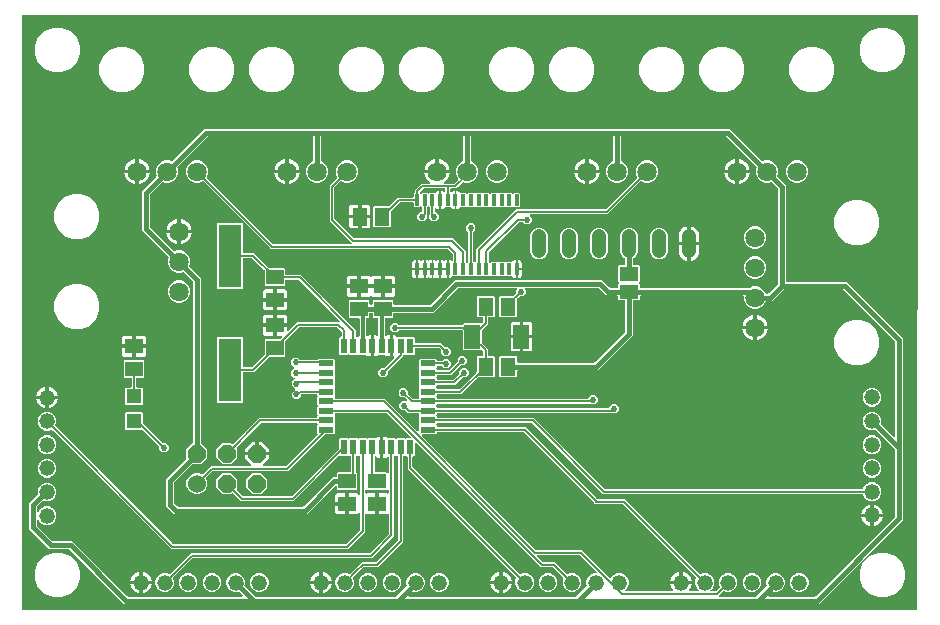
<source format=gbr>
G04 EAGLE Gerber RS-274X export*
G75*
%MOMM*%
%FSLAX34Y34*%
%LPD*%
%INTop Copper*%
%IPPOS*%
%AMOC8*
5,1,8,0,0,1.08239X$1,22.5*%
G01*
%ADD10R,1.500000X1.300000*%
%ADD11R,1.930400X5.334000*%
%ADD12R,1.300000X1.500000*%
%ADD13R,1.350000X2.000000*%
%ADD14C,1.638300*%
%ADD15C,1.524000*%
%ADD16P,1.649562X8X22.500000*%
%ADD17R,0.558800X1.270000*%
%ADD18R,1.270000X0.558800*%
%ADD19C,1.320800*%
%ADD20C,1.219200*%
%ADD21R,0.304800X0.990600*%
%ADD22R,1.200000X1.200000*%
%ADD23R,1.600200X1.168400*%
%ADD24C,0.525000*%
%ADD25C,0.152400*%
%ADD26C,0.304800*%
%ADD27C,0.406400*%

G36*
X759027Y2036D02*
X759027Y2036D01*
X759046Y2034D01*
X759148Y2056D01*
X759250Y2072D01*
X759267Y2082D01*
X759287Y2086D01*
X759376Y2139D01*
X759467Y2188D01*
X759481Y2202D01*
X759498Y2212D01*
X759565Y2291D01*
X759637Y2366D01*
X759645Y2384D01*
X759658Y2399D01*
X759697Y2495D01*
X759740Y2589D01*
X759742Y2609D01*
X759750Y2627D01*
X759768Y2794D01*
X759966Y505206D01*
X759963Y505226D01*
X759965Y505245D01*
X759943Y505347D01*
X759927Y505448D01*
X759917Y505466D01*
X759913Y505486D01*
X759860Y505575D01*
X759812Y505666D01*
X759797Y505680D01*
X759787Y505697D01*
X759708Y505764D01*
X759633Y505835D01*
X759615Y505844D01*
X759600Y505857D01*
X759503Y505896D01*
X759410Y505939D01*
X759390Y505941D01*
X759372Y505949D01*
X759205Y505967D01*
X2794Y505967D01*
X2774Y505964D01*
X2755Y505966D01*
X2653Y505944D01*
X2551Y505928D01*
X2534Y505918D01*
X2514Y505914D01*
X2425Y505861D01*
X2334Y505812D01*
X2320Y505798D01*
X2303Y505788D01*
X2236Y505709D01*
X2164Y505634D01*
X2156Y505616D01*
X2143Y505601D01*
X2104Y505505D01*
X2061Y505411D01*
X2059Y505391D01*
X2051Y505373D01*
X2033Y505206D01*
X2033Y2794D01*
X2036Y2774D01*
X2034Y2755D01*
X2056Y2653D01*
X2072Y2551D01*
X2082Y2534D01*
X2086Y2514D01*
X2139Y2425D01*
X2188Y2334D01*
X2202Y2320D01*
X2212Y2303D01*
X2291Y2236D01*
X2366Y2164D01*
X2384Y2156D01*
X2399Y2143D01*
X2495Y2104D01*
X2589Y2061D01*
X2609Y2059D01*
X2627Y2051D01*
X2794Y2033D01*
X759007Y2033D01*
X759027Y2036D01*
G37*
%LPC*%
G36*
X88472Y6857D02*
X88472Y6857D01*
X41855Y53474D01*
X41781Y53527D01*
X41712Y53587D01*
X41681Y53599D01*
X41655Y53618D01*
X41568Y53645D01*
X41483Y53679D01*
X41442Y53683D01*
X41420Y53690D01*
X41388Y53689D01*
X41317Y53697D01*
X24632Y53697D01*
X7697Y70632D01*
X7697Y92368D01*
X14848Y99519D01*
X14916Y99613D01*
X14986Y99707D01*
X14988Y99713D01*
X14991Y99718D01*
X15026Y99830D01*
X15062Y99941D01*
X15062Y99947D01*
X15064Y99953D01*
X15061Y100071D01*
X15060Y100187D01*
X15057Y100194D01*
X15057Y100199D01*
X15051Y100217D01*
X15013Y100348D01*
X14985Y100415D01*
X14985Y103547D01*
X16184Y106442D01*
X18399Y108657D01*
X21294Y109856D01*
X24426Y109856D01*
X27321Y108657D01*
X29536Y106442D01*
X30735Y103547D01*
X30735Y100415D01*
X29536Y97520D01*
X27321Y95305D01*
X24426Y94106D01*
X21294Y94106D01*
X19984Y94649D01*
X19870Y94675D01*
X19757Y94704D01*
X19751Y94703D01*
X19745Y94705D01*
X19628Y94694D01*
X19512Y94685D01*
X19506Y94682D01*
X19500Y94682D01*
X19393Y94634D01*
X19285Y94589D01*
X19280Y94584D01*
X19275Y94582D01*
X19261Y94569D01*
X19154Y94484D01*
X14526Y89855D01*
X14472Y89781D01*
X14413Y89712D01*
X14401Y89681D01*
X14382Y89655D01*
X14355Y89568D01*
X14321Y89483D01*
X14317Y89442D01*
X14310Y89420D01*
X14311Y89388D01*
X14303Y89317D01*
X14303Y85661D01*
X14318Y85565D01*
X14328Y85468D01*
X14338Y85444D01*
X14342Y85418D01*
X14388Y85332D01*
X14428Y85243D01*
X14445Y85224D01*
X14458Y85200D01*
X14528Y85134D01*
X14594Y85062D01*
X14617Y85049D01*
X14636Y85031D01*
X14724Y84990D01*
X14810Y84943D01*
X14835Y84938D01*
X14859Y84927D01*
X14956Y84917D01*
X15052Y84899D01*
X15078Y84903D01*
X15103Y84900D01*
X15199Y84921D01*
X15295Y84935D01*
X15318Y84947D01*
X15344Y84953D01*
X15427Y85003D01*
X15514Y85047D01*
X15533Y85065D01*
X15555Y85079D01*
X15618Y85153D01*
X15686Y85222D01*
X15702Y85251D01*
X15715Y85266D01*
X15727Y85296D01*
X15767Y85369D01*
X16184Y86376D01*
X18399Y88591D01*
X21294Y89790D01*
X24426Y89790D01*
X27321Y88591D01*
X29536Y86376D01*
X30735Y83481D01*
X30735Y80349D01*
X29536Y77454D01*
X27321Y75239D01*
X24426Y74040D01*
X21294Y74040D01*
X18399Y75239D01*
X16184Y77454D01*
X15767Y78461D01*
X15716Y78544D01*
X15670Y78630D01*
X15652Y78647D01*
X15638Y78670D01*
X15562Y78732D01*
X15492Y78799D01*
X15468Y78810D01*
X15448Y78827D01*
X15357Y78861D01*
X15269Y78903D01*
X15243Y78905D01*
X15219Y78915D01*
X15121Y78919D01*
X15025Y78930D01*
X14999Y78924D01*
X14973Y78925D01*
X14879Y78898D01*
X14784Y78877D01*
X14762Y78864D01*
X14737Y78857D01*
X14657Y78801D01*
X14573Y78751D01*
X14556Y78731D01*
X14535Y78716D01*
X14476Y78638D01*
X14413Y78564D01*
X14403Y78540D01*
X14388Y78519D01*
X14358Y78427D01*
X14339Y78380D01*
X14331Y78363D01*
X14330Y78359D01*
X14321Y78336D01*
X14318Y78304D01*
X14312Y78285D01*
X14312Y78252D01*
X14303Y78169D01*
X14303Y73683D01*
X14317Y73593D01*
X14325Y73502D01*
X14337Y73473D01*
X14342Y73441D01*
X14385Y73360D01*
X14421Y73276D01*
X14447Y73244D01*
X14458Y73223D01*
X14481Y73201D01*
X14526Y73145D01*
X27145Y60526D01*
X27219Y60473D01*
X27288Y60413D01*
X27319Y60401D01*
X27345Y60382D01*
X27432Y60355D01*
X27517Y60321D01*
X27558Y60317D01*
X27580Y60310D01*
X27612Y60311D01*
X27683Y60303D01*
X44368Y60303D01*
X90985Y13686D01*
X91059Y13633D01*
X91128Y13573D01*
X91159Y13561D01*
X91185Y13542D01*
X91272Y13515D01*
X91357Y13481D01*
X91398Y13477D01*
X91420Y13470D01*
X91452Y13471D01*
X91523Y13463D01*
X187928Y13463D01*
X187998Y13474D01*
X188070Y13476D01*
X188119Y13494D01*
X188170Y13502D01*
X188234Y13536D01*
X188301Y13561D01*
X188342Y13593D01*
X188388Y13618D01*
X188437Y13669D01*
X188493Y13714D01*
X188521Y13758D01*
X188557Y13796D01*
X188587Y13861D01*
X188626Y13921D01*
X188639Y13972D01*
X188661Y14019D01*
X188669Y14090D01*
X188686Y14160D01*
X188682Y14212D01*
X188688Y14263D01*
X188673Y14334D01*
X188667Y14405D01*
X188647Y14453D01*
X188636Y14504D01*
X188599Y14565D01*
X188571Y14631D01*
X188526Y14687D01*
X188509Y14715D01*
X188492Y14730D01*
X188466Y14762D01*
X185583Y17645D01*
X185489Y17713D01*
X185394Y17783D01*
X185388Y17785D01*
X185383Y17789D01*
X185272Y17823D01*
X185160Y17859D01*
X185154Y17859D01*
X185148Y17861D01*
X185031Y17858D01*
X184915Y17857D01*
X184907Y17855D01*
X184902Y17855D01*
X184885Y17848D01*
X184753Y17810D01*
X184065Y17525D01*
X180933Y17525D01*
X178038Y18724D01*
X175823Y20939D01*
X174624Y23834D01*
X174624Y26966D01*
X175823Y29861D01*
X178038Y32076D01*
X180933Y33275D01*
X184065Y33275D01*
X186960Y32076D01*
X189175Y29861D01*
X190374Y26966D01*
X190374Y23834D01*
X190089Y23146D01*
X190062Y23032D01*
X190034Y22918D01*
X190034Y22912D01*
X190033Y22906D01*
X190044Y22790D01*
X190053Y22673D01*
X190055Y22668D01*
X190056Y22661D01*
X190104Y22554D01*
X190149Y22447D01*
X190154Y22441D01*
X190156Y22437D01*
X190168Y22423D01*
X190254Y22316D01*
X198884Y13686D01*
X198958Y13633D01*
X199027Y13573D01*
X199058Y13561D01*
X199084Y13542D01*
X199171Y13515D01*
X199256Y13481D01*
X199297Y13477D01*
X199319Y13470D01*
X199351Y13471D01*
X199422Y13463D01*
X317976Y13463D01*
X318066Y13477D01*
X318157Y13485D01*
X318186Y13497D01*
X318218Y13502D01*
X318299Y13545D01*
X318383Y13581D01*
X318415Y13607D01*
X318436Y13618D01*
X318458Y13641D01*
X318514Y13686D01*
X327144Y22316D01*
X327212Y22411D01*
X327282Y22505D01*
X327284Y22511D01*
X327288Y22516D01*
X327322Y22626D01*
X327358Y22739D01*
X327358Y22745D01*
X327360Y22751D01*
X327357Y22866D01*
X327356Y22984D01*
X327354Y22992D01*
X327354Y22997D01*
X327347Y23014D01*
X327309Y23146D01*
X327024Y23834D01*
X327024Y26966D01*
X328223Y29861D01*
X330438Y32076D01*
X333333Y33275D01*
X336465Y33275D01*
X339360Y32076D01*
X341575Y29861D01*
X342774Y26966D01*
X342774Y23834D01*
X341575Y20939D01*
X339360Y18724D01*
X336465Y17525D01*
X333333Y17525D01*
X332645Y17810D01*
X332531Y17837D01*
X332417Y17865D01*
X332411Y17865D01*
X332405Y17866D01*
X332289Y17855D01*
X332172Y17846D01*
X332167Y17844D01*
X332160Y17843D01*
X332053Y17795D01*
X331946Y17750D01*
X331940Y17745D01*
X331936Y17743D01*
X331922Y17731D01*
X331815Y17645D01*
X328932Y14762D01*
X328890Y14704D01*
X328841Y14652D01*
X328819Y14605D01*
X328788Y14563D01*
X328767Y14494D01*
X328737Y14429D01*
X328731Y14377D01*
X328716Y14327D01*
X328718Y14256D01*
X328710Y14185D01*
X328721Y14134D01*
X328722Y14082D01*
X328747Y14014D01*
X328762Y13944D01*
X328789Y13900D01*
X328807Y13851D01*
X328852Y13795D01*
X328889Y13733D01*
X328928Y13699D01*
X328961Y13659D01*
X329021Y13620D01*
X329075Y13573D01*
X329124Y13554D01*
X329168Y13526D01*
X329237Y13508D01*
X329304Y13481D01*
X329375Y13473D01*
X329406Y13465D01*
X329429Y13467D01*
X329470Y13463D01*
X470376Y13463D01*
X470466Y13477D01*
X470557Y13485D01*
X470586Y13497D01*
X470618Y13502D01*
X470699Y13545D01*
X470783Y13581D01*
X470815Y13607D01*
X470836Y13618D01*
X470858Y13641D01*
X470914Y13686D01*
X479544Y22316D01*
X479612Y22411D01*
X479682Y22505D01*
X479684Y22511D01*
X479688Y22516D01*
X479722Y22626D01*
X479758Y22739D01*
X479758Y22745D01*
X479760Y22751D01*
X479757Y22866D01*
X479756Y22984D01*
X479754Y22992D01*
X479754Y22997D01*
X479747Y23014D01*
X479709Y23146D01*
X479424Y23834D01*
X479424Y26966D01*
X480623Y29861D01*
X482838Y32076D01*
X485733Y33275D01*
X487793Y33275D01*
X487863Y33286D01*
X487935Y33288D01*
X487984Y33306D01*
X488035Y33314D01*
X488099Y33348D01*
X488166Y33373D01*
X488207Y33405D01*
X488253Y33430D01*
X488302Y33482D01*
X488358Y33526D01*
X488386Y33570D01*
X488422Y33608D01*
X488452Y33673D01*
X488491Y33733D01*
X488504Y33784D01*
X488526Y33831D01*
X488534Y33902D01*
X488551Y33972D01*
X488547Y34024D01*
X488553Y34075D01*
X488538Y34146D01*
X488532Y34217D01*
X488512Y34265D01*
X488501Y34316D01*
X488464Y34377D01*
X488436Y34443D01*
X488391Y34499D01*
X488375Y34527D01*
X488357Y34542D01*
X488331Y34574D01*
X474361Y48544D01*
X474287Y48597D01*
X474218Y48657D01*
X474187Y48669D01*
X474161Y48688D01*
X474074Y48715D01*
X473989Y48749D01*
X473948Y48753D01*
X473926Y48760D01*
X473894Y48759D01*
X473823Y48767D01*
X438536Y48767D01*
X438465Y48756D01*
X438394Y48754D01*
X438345Y48736D01*
X438293Y48728D01*
X438230Y48694D01*
X438163Y48669D01*
X438122Y48637D01*
X438076Y48612D01*
X438027Y48560D01*
X437971Y48516D01*
X437942Y48472D01*
X437907Y48434D01*
X437876Y48369D01*
X437838Y48309D01*
X437825Y48258D01*
X437803Y48211D01*
X437795Y48140D01*
X437778Y48070D01*
X437782Y48018D01*
X437776Y47967D01*
X437791Y47896D01*
X437797Y47825D01*
X437817Y47777D01*
X437828Y47726D01*
X437865Y47665D01*
X437893Y47599D01*
X437938Y47543D01*
X437954Y47515D01*
X437972Y47500D01*
X437998Y47468D01*
X442824Y42642D01*
X442898Y42589D01*
X442967Y42529D01*
X442997Y42517D01*
X443024Y42498D01*
X443111Y42471D01*
X443195Y42437D01*
X443236Y42433D01*
X443259Y42426D01*
X443291Y42427D01*
X443362Y42419D01*
X453089Y42419D01*
X454503Y41005D01*
X462879Y32629D01*
X462974Y32560D01*
X463068Y32491D01*
X463074Y32489D01*
X463079Y32485D01*
X463190Y32451D01*
X463302Y32415D01*
X463308Y32415D01*
X463314Y32413D01*
X463431Y32416D01*
X463548Y32417D01*
X463555Y32419D01*
X463560Y32419D01*
X463577Y32426D01*
X463709Y32464D01*
X465667Y33275D01*
X468799Y33275D01*
X471694Y32076D01*
X473909Y29861D01*
X475108Y26966D01*
X475108Y23834D01*
X473909Y20939D01*
X471694Y18724D01*
X468799Y17525D01*
X465667Y17525D01*
X462772Y18724D01*
X460557Y20939D01*
X459358Y23834D01*
X459358Y26966D01*
X460169Y28924D01*
X460196Y29038D01*
X460225Y29151D01*
X460224Y29158D01*
X460225Y29164D01*
X460214Y29280D01*
X460205Y29397D01*
X460203Y29402D01*
X460202Y29409D01*
X460155Y29516D01*
X460109Y29623D01*
X460104Y29629D01*
X460102Y29633D01*
X460090Y29647D01*
X460004Y29754D01*
X451628Y38130D01*
X451554Y38183D01*
X451485Y38243D01*
X451454Y38255D01*
X451428Y38274D01*
X451341Y38301D01*
X451256Y38335D01*
X451215Y38339D01*
X451193Y38346D01*
X451161Y38345D01*
X451090Y38353D01*
X441363Y38353D01*
X439949Y39767D01*
X335624Y144092D01*
X335566Y144134D01*
X335514Y144183D01*
X335467Y144205D01*
X335425Y144235D01*
X335356Y144256D01*
X335291Y144287D01*
X335239Y144292D01*
X335189Y144308D01*
X335118Y144306D01*
X335047Y144314D01*
X334996Y144303D01*
X334944Y144301D01*
X334876Y144277D01*
X334806Y144262D01*
X334762Y144235D01*
X334713Y144217D01*
X334657Y144172D01*
X334595Y144135D01*
X334561Y144096D01*
X334521Y144063D01*
X334482Y144003D01*
X334435Y143948D01*
X334416Y143900D01*
X334388Y143856D01*
X334370Y143787D01*
X334343Y143720D01*
X334335Y143649D01*
X334327Y143618D01*
X334329Y143595D01*
X334325Y143554D01*
X334325Y133078D01*
X333580Y132333D01*
X333054Y132333D01*
X333034Y132330D01*
X333015Y132332D01*
X332913Y132310D01*
X332811Y132294D01*
X332794Y132284D01*
X332774Y132280D01*
X332685Y132227D01*
X332594Y132178D01*
X332580Y132164D01*
X332563Y132154D01*
X332496Y132075D01*
X332424Y132000D01*
X332416Y131982D01*
X332403Y131967D01*
X332364Y131871D01*
X332321Y131777D01*
X332319Y131757D01*
X332311Y131739D01*
X332293Y131572D01*
X332293Y123652D01*
X332307Y123562D01*
X332315Y123471D01*
X332327Y123442D01*
X332332Y123410D01*
X332375Y123329D01*
X332411Y123245D01*
X332437Y123213D01*
X332448Y123192D01*
X332471Y123170D01*
X332516Y123114D01*
X423001Y32629D01*
X423096Y32561D01*
X423190Y32491D01*
X423196Y32489D01*
X423201Y32485D01*
X423312Y32451D01*
X423424Y32415D01*
X423430Y32415D01*
X423436Y32413D01*
X423553Y32416D01*
X423670Y32417D01*
X423677Y32419D01*
X423682Y32419D01*
X423699Y32426D01*
X423831Y32464D01*
X425789Y33275D01*
X428921Y33275D01*
X431816Y32076D01*
X434031Y29861D01*
X435230Y26966D01*
X435230Y23834D01*
X434031Y20939D01*
X431816Y18724D01*
X428921Y17525D01*
X425789Y17525D01*
X422894Y18724D01*
X420679Y20939D01*
X419480Y23834D01*
X419480Y26966D01*
X420291Y28924D01*
X420318Y29038D01*
X420347Y29151D01*
X420346Y29158D01*
X420347Y29164D01*
X420336Y29280D01*
X420327Y29397D01*
X420325Y29402D01*
X420324Y29409D01*
X420277Y29516D01*
X420231Y29623D01*
X420226Y29629D01*
X420224Y29633D01*
X420212Y29647D01*
X420126Y29754D01*
X328227Y121653D01*
X328227Y131572D01*
X328224Y131592D01*
X328226Y131611D01*
X328204Y131713D01*
X328188Y131815D01*
X328178Y131832D01*
X328174Y131852D01*
X328121Y131941D01*
X328072Y132032D01*
X328058Y132046D01*
X328048Y132063D01*
X327969Y132130D01*
X327894Y132202D01*
X327876Y132210D01*
X327861Y132223D01*
X327765Y132262D01*
X327671Y132305D01*
X327651Y132307D01*
X327633Y132315D01*
X327466Y132333D01*
X326940Y132333D01*
X326798Y132475D01*
X326782Y132486D01*
X326770Y132502D01*
X326682Y132558D01*
X326599Y132618D01*
X326580Y132624D01*
X326563Y132635D01*
X326462Y132660D01*
X326363Y132691D01*
X326343Y132690D01*
X326324Y132695D01*
X326221Y132687D01*
X326118Y132684D01*
X326099Y132677D01*
X326079Y132676D01*
X325984Y132635D01*
X325887Y132600D01*
X325871Y132587D01*
X325853Y132579D01*
X325722Y132475D01*
X325580Y132333D01*
X325054Y132333D01*
X325034Y132330D01*
X325015Y132332D01*
X324913Y132310D01*
X324811Y132294D01*
X324794Y132284D01*
X324774Y132280D01*
X324685Y132227D01*
X324594Y132178D01*
X324580Y132164D01*
X324563Y132154D01*
X324496Y132075D01*
X324424Y132000D01*
X324416Y131982D01*
X324403Y131967D01*
X324364Y131871D01*
X324321Y131777D01*
X324319Y131757D01*
X324311Y131739D01*
X324293Y131572D01*
X324293Y59798D01*
X303102Y38607D01*
X291352Y38607D01*
X291262Y38593D01*
X291171Y38585D01*
X291142Y38573D01*
X291110Y38568D01*
X291029Y38525D01*
X290945Y38489D01*
X290913Y38463D01*
X290892Y38452D01*
X290870Y38429D01*
X290814Y38384D01*
X285099Y32669D01*
X282184Y29754D01*
X282115Y29659D01*
X282046Y29565D01*
X282044Y29559D01*
X282040Y29554D01*
X282006Y29443D01*
X281970Y29331D01*
X281970Y29325D01*
X281968Y29319D01*
X281971Y29202D01*
X281972Y29085D01*
X281974Y29078D01*
X281974Y29073D01*
X281981Y29056D01*
X282019Y28924D01*
X282830Y26966D01*
X282830Y23834D01*
X281631Y20939D01*
X279416Y18724D01*
X276521Y17525D01*
X273389Y17525D01*
X270494Y18724D01*
X268279Y20939D01*
X267080Y23834D01*
X267080Y26966D01*
X268279Y29861D01*
X270494Y32076D01*
X273389Y33275D01*
X276521Y33275D01*
X278479Y32464D01*
X278593Y32437D01*
X278706Y32408D01*
X278713Y32409D01*
X278719Y32408D01*
X278835Y32419D01*
X278952Y32428D01*
X278957Y32430D01*
X278964Y32431D01*
X279071Y32478D01*
X279178Y32524D01*
X279184Y32529D01*
X279188Y32531D01*
X279202Y32543D01*
X279309Y32629D01*
X282224Y35544D01*
X289353Y42673D01*
X301103Y42673D01*
X301193Y42687D01*
X301284Y42695D01*
X301313Y42707D01*
X301345Y42712D01*
X301426Y42755D01*
X301510Y42791D01*
X301542Y42817D01*
X301563Y42828D01*
X301585Y42851D01*
X301641Y42896D01*
X320004Y61259D01*
X320057Y61333D01*
X320117Y61402D01*
X320129Y61433D01*
X320148Y61459D01*
X320175Y61546D01*
X320209Y61631D01*
X320213Y61672D01*
X320220Y61694D01*
X320219Y61726D01*
X320227Y61797D01*
X320227Y131572D01*
X320224Y131592D01*
X320226Y131611D01*
X320204Y131713D01*
X320188Y131815D01*
X320178Y131832D01*
X320174Y131852D01*
X320121Y131941D01*
X320072Y132032D01*
X320058Y132046D01*
X320048Y132063D01*
X319969Y132130D01*
X319894Y132202D01*
X319876Y132210D01*
X319861Y132223D01*
X319765Y132262D01*
X319671Y132305D01*
X319651Y132307D01*
X319633Y132315D01*
X319466Y132333D01*
X318940Y132333D01*
X318798Y132475D01*
X318782Y132486D01*
X318770Y132502D01*
X318682Y132558D01*
X318599Y132618D01*
X318580Y132624D01*
X318563Y132635D01*
X318462Y132660D01*
X318363Y132691D01*
X318343Y132690D01*
X318324Y132695D01*
X318221Y132687D01*
X318118Y132684D01*
X318099Y132677D01*
X318079Y132676D01*
X317984Y132635D01*
X317887Y132600D01*
X317871Y132587D01*
X317853Y132579D01*
X317722Y132475D01*
X317580Y132333D01*
X317054Y132333D01*
X317034Y132330D01*
X317015Y132332D01*
X316913Y132310D01*
X316811Y132294D01*
X316794Y132284D01*
X316774Y132280D01*
X316685Y132227D01*
X316594Y132178D01*
X316580Y132164D01*
X316563Y132154D01*
X316496Y132075D01*
X316424Y132000D01*
X316416Y131982D01*
X316403Y131967D01*
X316364Y131871D01*
X316321Y131777D01*
X316319Y131757D01*
X316311Y131739D01*
X316293Y131572D01*
X316293Y64498D01*
X298022Y46227D01*
X146572Y46227D01*
X146482Y46213D01*
X146391Y46205D01*
X146362Y46193D01*
X146330Y46188D01*
X146249Y46145D01*
X146165Y46109D01*
X146133Y46083D01*
X146112Y46072D01*
X146090Y46049D01*
X146034Y46004D01*
X129784Y29754D01*
X129716Y29659D01*
X129646Y29565D01*
X129644Y29559D01*
X129640Y29554D01*
X129606Y29443D01*
X129570Y29331D01*
X129570Y29325D01*
X129568Y29319D01*
X129571Y29202D01*
X129572Y29085D01*
X129574Y29078D01*
X129574Y29073D01*
X129581Y29056D01*
X129619Y28924D01*
X130430Y26966D01*
X130430Y23834D01*
X129231Y20939D01*
X127016Y18724D01*
X124121Y17525D01*
X120989Y17525D01*
X118094Y18724D01*
X115879Y20939D01*
X114680Y23834D01*
X114680Y26966D01*
X115879Y29861D01*
X118094Y32076D01*
X120989Y33275D01*
X124121Y33275D01*
X126079Y32464D01*
X126193Y32437D01*
X126306Y32408D01*
X126313Y32409D01*
X126319Y32408D01*
X126435Y32419D01*
X126552Y32428D01*
X126557Y32430D01*
X126564Y32431D01*
X126671Y32478D01*
X126778Y32524D01*
X126784Y32529D01*
X126788Y32531D01*
X126802Y32543D01*
X126909Y32629D01*
X144573Y50293D01*
X296023Y50293D01*
X296113Y50307D01*
X296204Y50315D01*
X296233Y50327D01*
X296265Y50332D01*
X296346Y50375D01*
X296430Y50411D01*
X296462Y50437D01*
X296483Y50448D01*
X296505Y50471D01*
X296561Y50516D01*
X312004Y65959D01*
X312057Y66033D01*
X312117Y66102D01*
X312129Y66133D01*
X312148Y66159D01*
X312175Y66246D01*
X312209Y66331D01*
X312213Y66372D01*
X312220Y66394D01*
X312219Y66426D01*
X312227Y66497D01*
X312227Y82772D01*
X312212Y82866D01*
X312203Y82961D01*
X312192Y82987D01*
X312188Y83015D01*
X312143Y83099D01*
X312105Y83186D01*
X312086Y83207D01*
X312072Y83232D01*
X312004Y83298D01*
X311939Y83368D01*
X311915Y83382D01*
X311894Y83402D01*
X311808Y83442D01*
X311724Y83488D01*
X311697Y83493D01*
X311671Y83505D01*
X311576Y83516D01*
X311483Y83533D01*
X311455Y83529D01*
X311427Y83532D01*
X311333Y83512D01*
X311239Y83499D01*
X311207Y83485D01*
X311186Y83480D01*
X311158Y83463D01*
X311085Y83431D01*
X310741Y83232D01*
X310094Y83059D01*
X303783Y83059D01*
X303783Y91338D01*
X303780Y91358D01*
X303782Y91377D01*
X303760Y91479D01*
X303743Y91581D01*
X303734Y91598D01*
X303730Y91618D01*
X303677Y91707D01*
X303628Y91798D01*
X303614Y91812D01*
X303604Y91829D01*
X303525Y91896D01*
X303450Y91967D01*
X303432Y91976D01*
X303417Y91989D01*
X303321Y92028D01*
X303227Y92071D01*
X303207Y92073D01*
X303189Y92081D01*
X303022Y92099D01*
X301498Y92099D01*
X301478Y92096D01*
X301459Y92098D01*
X301357Y92076D01*
X301255Y92059D01*
X301238Y92050D01*
X301218Y92046D01*
X301129Y91993D01*
X301038Y91944D01*
X301024Y91930D01*
X301007Y91920D01*
X300940Y91841D01*
X300869Y91766D01*
X300860Y91748D01*
X300847Y91733D01*
X300808Y91637D01*
X300765Y91543D01*
X300763Y91523D01*
X300755Y91505D01*
X300737Y91338D01*
X300737Y83059D01*
X294426Y83059D01*
X293779Y83232D01*
X293435Y83431D01*
X293345Y83465D01*
X293259Y83505D01*
X293231Y83508D01*
X293205Y83518D01*
X293109Y83522D01*
X293015Y83532D01*
X292987Y83526D01*
X292959Y83527D01*
X292867Y83500D01*
X292774Y83480D01*
X292750Y83466D01*
X292723Y83458D01*
X292645Y83403D01*
X292563Y83354D01*
X292545Y83333D01*
X292522Y83316D01*
X292465Y83240D01*
X292403Y83167D01*
X292393Y83141D01*
X292376Y83118D01*
X292347Y83028D01*
X292311Y82939D01*
X292307Y82904D01*
X292301Y82884D01*
X292301Y82851D01*
X292293Y82772D01*
X292293Y68438D01*
X290879Y67024D01*
X279116Y55261D01*
X277702Y53847D01*
X128063Y53847D01*
X126649Y55261D01*
X27214Y154696D01*
X27119Y154764D01*
X27025Y154834D01*
X27019Y154836D01*
X27014Y154840D01*
X26903Y154874D01*
X26791Y154910D01*
X26785Y154910D01*
X26779Y154912D01*
X26662Y154909D01*
X26545Y154908D01*
X26538Y154906D01*
X26533Y154906D01*
X26516Y154899D01*
X26384Y154861D01*
X24426Y154050D01*
X21294Y154050D01*
X18399Y155249D01*
X16184Y157464D01*
X14985Y160359D01*
X14985Y163491D01*
X16184Y166386D01*
X18399Y168601D01*
X21294Y169800D01*
X24426Y169800D01*
X27321Y168601D01*
X29536Y166386D01*
X30735Y163491D01*
X30735Y160359D01*
X29924Y158401D01*
X29897Y158287D01*
X29868Y158174D01*
X29869Y158167D01*
X29868Y158161D01*
X29879Y158045D01*
X29888Y157928D01*
X29890Y157923D01*
X29891Y157916D01*
X29938Y157809D01*
X29984Y157702D01*
X29989Y157696D01*
X29991Y157692D01*
X30003Y157678D01*
X30061Y157606D01*
X30066Y157598D01*
X30070Y157594D01*
X30089Y157571D01*
X129524Y58136D01*
X129598Y58083D01*
X129667Y58023D01*
X129698Y58011D01*
X129724Y57992D01*
X129811Y57965D01*
X129896Y57931D01*
X129937Y57927D01*
X129959Y57920D01*
X129991Y57921D01*
X130062Y57913D01*
X275703Y57913D01*
X275793Y57927D01*
X275884Y57935D01*
X275913Y57947D01*
X275945Y57952D01*
X276026Y57995D01*
X276110Y58031D01*
X276142Y58057D01*
X276163Y58068D01*
X276185Y58091D01*
X276241Y58136D01*
X288004Y69899D01*
X288057Y69973D01*
X288117Y70042D01*
X288129Y70073D01*
X288148Y70099D01*
X288175Y70186D01*
X288209Y70271D01*
X288213Y70312D01*
X288220Y70334D01*
X288219Y70366D01*
X288227Y70437D01*
X288227Y84434D01*
X288223Y84458D01*
X288226Y84482D01*
X288204Y84579D01*
X288188Y84677D01*
X288176Y84698D01*
X288171Y84722D01*
X288119Y84806D01*
X288072Y84894D01*
X288055Y84911D01*
X288042Y84931D01*
X287966Y84995D01*
X287894Y85064D01*
X287872Y85074D01*
X287854Y85089D01*
X287761Y85125D01*
X287671Y85167D01*
X287647Y85170D01*
X287624Y85179D01*
X287525Y85183D01*
X287427Y85194D01*
X287403Y85189D01*
X287379Y85190D01*
X287283Y85163D01*
X287186Y85142D01*
X287165Y85130D01*
X287142Y85123D01*
X287060Y85067D01*
X286975Y85016D01*
X286959Y84998D01*
X286939Y84984D01*
X286880Y84904D01*
X286815Y84829D01*
X286806Y84806D01*
X286792Y84787D01*
X286731Y84631D01*
X286728Y84619D01*
X286393Y84040D01*
X285920Y83567D01*
X285341Y83232D01*
X284694Y83059D01*
X278383Y83059D01*
X278383Y91338D01*
X278380Y91358D01*
X278382Y91377D01*
X278360Y91479D01*
X278343Y91581D01*
X278334Y91598D01*
X278330Y91618D01*
X278277Y91707D01*
X278228Y91798D01*
X278214Y91812D01*
X278204Y91829D01*
X278125Y91896D01*
X278050Y91967D01*
X278032Y91976D01*
X278017Y91989D01*
X277921Y92028D01*
X277827Y92071D01*
X277807Y92073D01*
X277789Y92081D01*
X277622Y92099D01*
X276859Y92099D01*
X276859Y92101D01*
X277622Y92101D01*
X277642Y92104D01*
X277661Y92102D01*
X277763Y92124D01*
X277865Y92141D01*
X277882Y92150D01*
X277902Y92154D01*
X277991Y92207D01*
X278082Y92256D01*
X278096Y92270D01*
X278113Y92280D01*
X278180Y92359D01*
X278251Y92434D01*
X278260Y92452D01*
X278273Y92467D01*
X278312Y92563D01*
X278355Y92657D01*
X278357Y92677D01*
X278365Y92695D01*
X278383Y92862D01*
X278383Y101141D01*
X284694Y101141D01*
X285341Y100968D01*
X285920Y100633D01*
X286393Y100160D01*
X286727Y99581D01*
X286731Y99569D01*
X286741Y99547D01*
X286745Y99523D01*
X286791Y99435D01*
X286832Y99345D01*
X286848Y99327D01*
X286860Y99306D01*
X286932Y99237D01*
X286999Y99165D01*
X287020Y99153D01*
X287038Y99136D01*
X287128Y99095D01*
X287215Y99047D01*
X287239Y99043D01*
X287261Y99033D01*
X287360Y99022D01*
X287458Y99005D01*
X287481Y99008D01*
X287505Y99006D01*
X287603Y99027D01*
X287701Y99042D01*
X287722Y99053D01*
X287746Y99058D01*
X287831Y99109D01*
X287919Y99154D01*
X287936Y99172D01*
X287957Y99184D01*
X288022Y99260D01*
X288091Y99331D01*
X288101Y99353D01*
X288117Y99371D01*
X288154Y99463D01*
X288197Y99553D01*
X288200Y99577D01*
X288209Y99599D01*
X288227Y99766D01*
X288227Y131572D01*
X288224Y131592D01*
X288226Y131611D01*
X288204Y131713D01*
X288188Y131815D01*
X288178Y131832D01*
X288174Y131852D01*
X288121Y131941D01*
X288072Y132032D01*
X288058Y132046D01*
X288048Y132063D01*
X287969Y132130D01*
X287894Y132202D01*
X287876Y132210D01*
X287861Y132223D01*
X287765Y132262D01*
X287671Y132305D01*
X287651Y132307D01*
X287633Y132315D01*
X287466Y132333D01*
X286940Y132333D01*
X286798Y132475D01*
X286782Y132486D01*
X286770Y132502D01*
X286682Y132558D01*
X286599Y132618D01*
X286580Y132624D01*
X286563Y132635D01*
X286462Y132660D01*
X286364Y132691D01*
X286344Y132690D01*
X286324Y132695D01*
X286221Y132687D01*
X286118Y132684D01*
X286099Y132677D01*
X286079Y132676D01*
X285984Y132635D01*
X285887Y132600D01*
X285871Y132587D01*
X285853Y132579D01*
X285722Y132475D01*
X285580Y132333D01*
X285054Y132333D01*
X285034Y132330D01*
X285015Y132332D01*
X284913Y132310D01*
X284811Y132294D01*
X284794Y132284D01*
X284774Y132280D01*
X284685Y132227D01*
X284594Y132178D01*
X284580Y132164D01*
X284563Y132154D01*
X284496Y132075D01*
X284424Y132000D01*
X284416Y131982D01*
X284403Y131967D01*
X284364Y131871D01*
X284321Y131777D01*
X284319Y131757D01*
X284311Y131739D01*
X284293Y131572D01*
X284293Y119632D01*
X284296Y119612D01*
X284294Y119593D01*
X284316Y119491D01*
X284332Y119389D01*
X284342Y119372D01*
X284346Y119352D01*
X284399Y119263D01*
X284448Y119172D01*
X284462Y119158D01*
X284472Y119141D01*
X284551Y119074D01*
X284626Y119002D01*
X284644Y118994D01*
X284659Y118981D01*
X284755Y118942D01*
X284849Y118899D01*
X284859Y118898D01*
X285631Y118126D01*
X285631Y104074D01*
X284886Y103329D01*
X268834Y103329D01*
X268089Y104074D01*
X268089Y106641D01*
X268078Y106711D01*
X268076Y106783D01*
X268058Y106832D01*
X268050Y106883D01*
X268016Y106947D01*
X267991Y107014D01*
X267959Y107055D01*
X267934Y107101D01*
X267882Y107150D01*
X267838Y107206D01*
X267794Y107234D01*
X267756Y107270D01*
X267691Y107300D01*
X267631Y107339D01*
X267580Y107352D01*
X267533Y107374D01*
X267462Y107382D01*
X267392Y107399D01*
X267340Y107395D01*
X267289Y107401D01*
X267218Y107386D01*
X267147Y107380D01*
X267099Y107360D01*
X267048Y107349D01*
X266987Y107312D01*
X266921Y107284D01*
X266865Y107239D01*
X266837Y107222D01*
X266822Y107205D01*
X266790Y107179D01*
X244826Y85215D01*
X242668Y83057D01*
X130712Y83057D01*
X123697Y90072D01*
X123697Y113128D01*
X140746Y130177D01*
X140793Y130242D01*
X140806Y130256D01*
X140809Y130262D01*
X140859Y130320D01*
X140871Y130351D01*
X140890Y130377D01*
X140917Y130464D01*
X140951Y130549D01*
X140955Y130590D01*
X140962Y130612D01*
X140961Y130644D01*
X140969Y130715D01*
X140969Y138303D01*
X146334Y143668D01*
X146387Y143742D01*
X146447Y143811D01*
X146459Y143841D01*
X146478Y143867D01*
X146505Y143954D01*
X146539Y144039D01*
X146543Y144080D01*
X146550Y144103D01*
X146549Y144135D01*
X146557Y144206D01*
X146557Y280257D01*
X146543Y280347D01*
X146535Y280438D01*
X146523Y280467D01*
X146518Y280499D01*
X146475Y280580D01*
X146439Y280664D01*
X146413Y280696D01*
X146402Y280717D01*
X146379Y280739D01*
X146334Y280795D01*
X138919Y288210D01*
X138824Y288279D01*
X138730Y288348D01*
X138724Y288350D01*
X138719Y288354D01*
X138608Y288388D01*
X138496Y288424D01*
X138490Y288424D01*
X138484Y288426D01*
X138367Y288423D01*
X138251Y288422D01*
X138243Y288420D01*
X138238Y288420D01*
X138221Y288413D01*
X138089Y288375D01*
X136502Y287718D01*
X132738Y287718D01*
X129260Y289158D01*
X126598Y291820D01*
X125158Y295298D01*
X125158Y299062D01*
X125815Y300649D01*
X125842Y300763D01*
X125870Y300877D01*
X125870Y300883D01*
X125871Y300889D01*
X125860Y301005D01*
X125851Y301122D01*
X125849Y301127D01*
X125848Y301134D01*
X125800Y301241D01*
X125755Y301348D01*
X125750Y301354D01*
X125748Y301358D01*
X125736Y301372D01*
X125650Y301479D01*
X105535Y321594D01*
X103377Y323752D01*
X103377Y353917D01*
X103377Y356968D01*
X105535Y359126D01*
X115490Y369081D01*
X115559Y369176D01*
X115628Y369270D01*
X115630Y369276D01*
X115634Y369281D01*
X115668Y369392D01*
X115704Y369504D01*
X115704Y369510D01*
X115706Y369516D01*
X115703Y369633D01*
X115702Y369749D01*
X115700Y369757D01*
X115700Y369762D01*
X115693Y369779D01*
X115655Y369911D01*
X114998Y371498D01*
X114998Y375262D01*
X116438Y378740D01*
X119100Y381402D01*
X122578Y382842D01*
X126342Y382842D01*
X127929Y382185D01*
X128043Y382158D01*
X128157Y382130D01*
X128163Y382130D01*
X128169Y382129D01*
X128285Y382140D01*
X128402Y382149D01*
X128407Y382151D01*
X128414Y382152D01*
X128521Y382200D01*
X128628Y382245D01*
X128634Y382250D01*
X128638Y382252D01*
X128652Y382264D01*
X128759Y382350D01*
X153954Y407545D01*
X156112Y409703D01*
X600808Y409703D01*
X602966Y407545D01*
X628161Y382350D01*
X628256Y382282D01*
X628350Y382212D01*
X628356Y382210D01*
X628361Y382206D01*
X628472Y382172D01*
X628584Y382136D01*
X628590Y382136D01*
X628596Y382134D01*
X628713Y382137D01*
X628829Y382138D01*
X628837Y382140D01*
X628842Y382140D01*
X628859Y382147D01*
X628991Y382185D01*
X630578Y382842D01*
X634342Y382842D01*
X637820Y381402D01*
X640482Y378740D01*
X641922Y375262D01*
X641922Y371498D01*
X641265Y369911D01*
X641238Y369797D01*
X641210Y369683D01*
X641210Y369677D01*
X641209Y369671D01*
X641220Y369555D01*
X641229Y369438D01*
X641231Y369433D01*
X641232Y369426D01*
X641280Y369319D01*
X641325Y369212D01*
X641330Y369206D01*
X641332Y369202D01*
X641344Y369188D01*
X641430Y369081D01*
X648463Y362048D01*
X648463Y280924D01*
X648466Y280904D01*
X648464Y280885D01*
X648486Y280783D01*
X648502Y280681D01*
X648512Y280664D01*
X648516Y280644D01*
X648569Y280555D01*
X648618Y280464D01*
X648632Y280450D01*
X648642Y280433D01*
X648721Y280366D01*
X648796Y280294D01*
X648814Y280286D01*
X648829Y280273D01*
X648925Y280234D01*
X649019Y280191D01*
X649039Y280189D01*
X649057Y280181D01*
X649224Y280163D01*
X699868Y280163D01*
X747523Y232508D01*
X747523Y78292D01*
X676088Y6857D01*
X88472Y6857D01*
G37*
%LPD*%
G36*
X622866Y13477D02*
X622866Y13477D01*
X622957Y13485D01*
X622986Y13497D01*
X623018Y13502D01*
X623099Y13545D01*
X623183Y13581D01*
X623215Y13607D01*
X623236Y13618D01*
X623258Y13641D01*
X623314Y13686D01*
X631944Y22316D01*
X632012Y22411D01*
X632082Y22505D01*
X632084Y22511D01*
X632088Y22516D01*
X632122Y22626D01*
X632158Y22739D01*
X632158Y22745D01*
X632160Y22751D01*
X632157Y22866D01*
X632156Y22984D01*
X632154Y22992D01*
X632154Y22997D01*
X632147Y23014D01*
X632109Y23146D01*
X631824Y23834D01*
X631824Y26966D01*
X633023Y29861D01*
X635238Y32076D01*
X638133Y33275D01*
X641265Y33275D01*
X644160Y32076D01*
X646375Y29861D01*
X647574Y26966D01*
X647574Y23834D01*
X646375Y20939D01*
X644160Y18724D01*
X641265Y17525D01*
X638133Y17525D01*
X637445Y17810D01*
X637331Y17837D01*
X637217Y17865D01*
X637211Y17865D01*
X637205Y17866D01*
X637089Y17855D01*
X636972Y17846D01*
X636967Y17844D01*
X636960Y17843D01*
X636853Y17795D01*
X636746Y17750D01*
X636740Y17745D01*
X636736Y17743D01*
X636722Y17731D01*
X636615Y17645D01*
X633732Y14762D01*
X633690Y14704D01*
X633641Y14652D01*
X633619Y14605D01*
X633588Y14563D01*
X633567Y14494D01*
X633537Y14429D01*
X633531Y14377D01*
X633516Y14327D01*
X633518Y14256D01*
X633510Y14185D01*
X633521Y14134D01*
X633522Y14082D01*
X633547Y14014D01*
X633562Y13944D01*
X633589Y13900D01*
X633607Y13851D01*
X633652Y13795D01*
X633689Y13733D01*
X633728Y13699D01*
X633761Y13659D01*
X633821Y13620D01*
X633875Y13573D01*
X633924Y13554D01*
X633968Y13526D01*
X634037Y13508D01*
X634104Y13481D01*
X634175Y13473D01*
X634206Y13465D01*
X634229Y13467D01*
X634270Y13463D01*
X673037Y13463D01*
X673127Y13477D01*
X673218Y13485D01*
X673247Y13497D01*
X673279Y13502D01*
X673360Y13545D01*
X673444Y13581D01*
X673476Y13607D01*
X673497Y13618D01*
X673519Y13641D01*
X673575Y13686D01*
X740694Y80805D01*
X740747Y80879D01*
X740807Y80948D01*
X740819Y80979D01*
X740838Y81005D01*
X740865Y81092D01*
X740899Y81177D01*
X740903Y81218D01*
X740910Y81240D01*
X740909Y81272D01*
X740917Y81343D01*
X740917Y137636D01*
X740903Y137726D01*
X740895Y137817D01*
X740883Y137846D01*
X740878Y137878D01*
X740835Y137959D01*
X740799Y138043D01*
X740773Y138075D01*
X740762Y138096D01*
X740739Y138118D01*
X740694Y138174D01*
X724444Y154424D01*
X724349Y154492D01*
X724255Y154562D01*
X724249Y154564D01*
X724244Y154568D01*
X724133Y154602D01*
X724021Y154638D01*
X724015Y154638D01*
X724009Y154640D01*
X723892Y154637D01*
X723775Y154636D01*
X723768Y154634D01*
X723763Y154634D01*
X723746Y154627D01*
X723614Y154589D01*
X722926Y154304D01*
X719794Y154304D01*
X716899Y155503D01*
X714684Y157718D01*
X713485Y160613D01*
X713485Y163745D01*
X714684Y166640D01*
X716899Y168855D01*
X719794Y170054D01*
X722926Y170054D01*
X725821Y168855D01*
X728036Y166640D01*
X729235Y163745D01*
X729235Y160613D01*
X728950Y159925D01*
X728923Y159810D01*
X728895Y159698D01*
X728895Y159691D01*
X728894Y159685D01*
X728905Y159569D01*
X728914Y159452D01*
X728916Y159447D01*
X728917Y159440D01*
X728965Y159332D01*
X729010Y159226D01*
X729015Y159220D01*
X729017Y159216D01*
X729030Y159202D01*
X729089Y159127D01*
X729093Y159121D01*
X729097Y159117D01*
X729115Y159095D01*
X739618Y148592D01*
X739676Y148550D01*
X739728Y148501D01*
X739775Y148479D01*
X739817Y148448D01*
X739886Y148427D01*
X739951Y148397D01*
X740003Y148391D01*
X740053Y148376D01*
X740124Y148378D01*
X740195Y148370D01*
X740246Y148381D01*
X740298Y148382D01*
X740366Y148407D01*
X740436Y148422D01*
X740481Y148449D01*
X740529Y148467D01*
X740585Y148512D01*
X740647Y148549D01*
X740681Y148588D01*
X740721Y148621D01*
X740760Y148681D01*
X740807Y148735D01*
X740826Y148784D01*
X740854Y148828D01*
X740872Y148897D01*
X740899Y148964D01*
X740907Y149035D01*
X740915Y149066D01*
X740913Y149089D01*
X740917Y149130D01*
X740917Y229457D01*
X740903Y229547D01*
X740895Y229638D01*
X740883Y229667D01*
X740878Y229699D01*
X740835Y229780D01*
X740799Y229864D01*
X740773Y229896D01*
X740762Y229917D01*
X740739Y229939D01*
X740694Y229995D01*
X697355Y273334D01*
X697281Y273387D01*
X697212Y273447D01*
X697181Y273459D01*
X697155Y273478D01*
X697068Y273505D01*
X696983Y273539D01*
X696942Y273543D01*
X696920Y273550D01*
X696888Y273549D01*
X696817Y273557D01*
X646843Y273557D01*
X646753Y273543D01*
X646662Y273535D01*
X646633Y273523D01*
X646601Y273518D01*
X646520Y273475D01*
X646436Y273439D01*
X646404Y273413D01*
X646383Y273402D01*
X646361Y273379D01*
X646305Y273334D01*
X636368Y263397D01*
X631682Y263397D01*
X631568Y263378D01*
X631452Y263361D01*
X631446Y263359D01*
X631440Y263358D01*
X631337Y263303D01*
X631232Y263250D01*
X631228Y263245D01*
X631222Y263242D01*
X631142Y263158D01*
X631060Y263074D01*
X631056Y263068D01*
X631053Y263064D01*
X631045Y263047D01*
X630979Y262927D01*
X630322Y261340D01*
X627660Y258678D01*
X624182Y257238D01*
X620418Y257238D01*
X616940Y258678D01*
X614278Y261340D01*
X612838Y264818D01*
X612838Y267716D01*
X612835Y267733D01*
X612837Y267748D01*
X612836Y267751D01*
X612837Y267755D01*
X612815Y267857D01*
X612798Y267959D01*
X612789Y267976D01*
X612784Y267996D01*
X612731Y268085D01*
X612683Y268176D01*
X612669Y268190D01*
X612658Y268207D01*
X612580Y268274D01*
X612505Y268346D01*
X612487Y268354D01*
X612471Y268367D01*
X612375Y268406D01*
X612282Y268449D01*
X612262Y268451D01*
X612243Y268459D01*
X612077Y268477D01*
X525653Y268477D01*
X525633Y268474D01*
X525614Y268476D01*
X525512Y268454D01*
X525410Y268438D01*
X525393Y268428D01*
X525373Y268424D01*
X525284Y268371D01*
X525193Y268322D01*
X525179Y268308D01*
X525162Y268298D01*
X525095Y268219D01*
X525023Y268144D01*
X525015Y268126D01*
X525002Y268111D01*
X524963Y268015D01*
X524920Y267921D01*
X524918Y267901D01*
X524910Y267883D01*
X524892Y267716D01*
X524892Y265412D01*
X524147Y264667D01*
X519684Y264667D01*
X519664Y264664D01*
X519645Y264666D01*
X519543Y264644D01*
X519441Y264628D01*
X519424Y264618D01*
X519404Y264614D01*
X519315Y264561D01*
X519224Y264512D01*
X519210Y264498D01*
X519193Y264488D01*
X519126Y264409D01*
X519054Y264334D01*
X519046Y264316D01*
X519033Y264301D01*
X518994Y264205D01*
X518951Y264111D01*
X518949Y264091D01*
X518941Y264073D01*
X518923Y263906D01*
X518923Y234936D01*
X518923Y234852D01*
X489048Y204977D01*
X421892Y204977D01*
X421872Y204974D01*
X421853Y204976D01*
X421751Y204954D01*
X421649Y204938D01*
X421632Y204928D01*
X421612Y204924D01*
X421523Y204871D01*
X421432Y204822D01*
X421418Y204808D01*
X421401Y204798D01*
X421334Y204719D01*
X421262Y204644D01*
X421254Y204626D01*
X421241Y204611D01*
X421202Y204515D01*
X421159Y204421D01*
X421157Y204401D01*
X421149Y204383D01*
X421131Y204216D01*
X421131Y200254D01*
X420386Y199509D01*
X406334Y199509D01*
X405589Y200254D01*
X405589Y216306D01*
X406334Y217051D01*
X420386Y217051D01*
X421131Y216306D01*
X421131Y212344D01*
X421134Y212324D01*
X421132Y212305D01*
X421154Y212203D01*
X421170Y212101D01*
X421180Y212084D01*
X421184Y212064D01*
X421237Y211975D01*
X421286Y211884D01*
X421300Y211870D01*
X421310Y211853D01*
X421389Y211786D01*
X421464Y211714D01*
X421482Y211706D01*
X421497Y211693D01*
X421593Y211654D01*
X421687Y211611D01*
X421707Y211609D01*
X421725Y211601D01*
X421892Y211583D01*
X485997Y211583D01*
X486087Y211597D01*
X486178Y211605D01*
X486207Y211617D01*
X486239Y211622D01*
X486320Y211665D01*
X486404Y211701D01*
X486436Y211727D01*
X486457Y211738D01*
X486479Y211761D01*
X486535Y211806D01*
X512094Y237365D01*
X512147Y237439D01*
X512207Y237508D01*
X512219Y237539D01*
X512238Y237565D01*
X512265Y237652D01*
X512299Y237737D01*
X512303Y237778D01*
X512310Y237800D01*
X512309Y237832D01*
X512317Y237903D01*
X512317Y263906D01*
X512314Y263924D01*
X512316Y263942D01*
X512316Y263943D01*
X512316Y263945D01*
X512294Y264047D01*
X512278Y264149D01*
X512268Y264166D01*
X512264Y264186D01*
X512211Y264275D01*
X512162Y264366D01*
X512148Y264380D01*
X512138Y264397D01*
X512059Y264464D01*
X511984Y264536D01*
X511966Y264544D01*
X511951Y264557D01*
X511855Y264596D01*
X511761Y264639D01*
X511741Y264641D01*
X511723Y264649D01*
X511556Y264667D01*
X507093Y264667D01*
X506348Y265412D01*
X506348Y267716D01*
X506346Y267733D01*
X506347Y267748D01*
X506347Y267751D01*
X506347Y267755D01*
X506325Y267857D01*
X506309Y267959D01*
X506299Y267976D01*
X506295Y267996D01*
X506242Y268085D01*
X506193Y268176D01*
X506179Y268190D01*
X506169Y268207D01*
X506090Y268274D01*
X506015Y268346D01*
X505997Y268354D01*
X505982Y268367D01*
X505886Y268406D01*
X505792Y268449D01*
X505772Y268451D01*
X505754Y268459D01*
X505587Y268477D01*
X496472Y268477D01*
X490345Y274604D01*
X490271Y274657D01*
X490202Y274717D01*
X490171Y274729D01*
X490145Y274748D01*
X490058Y274775D01*
X489973Y274809D01*
X489932Y274813D01*
X489910Y274820D01*
X489878Y274819D01*
X489807Y274827D01*
X428480Y274827D01*
X428409Y274816D01*
X428337Y274814D01*
X428288Y274796D01*
X428237Y274788D01*
X428174Y274754D01*
X428106Y274729D01*
X428066Y274697D01*
X428020Y274672D01*
X427970Y274621D01*
X427914Y274576D01*
X427886Y274532D01*
X427850Y274494D01*
X427820Y274429D01*
X427781Y274369D01*
X427769Y274318D01*
X427747Y274271D01*
X427739Y274200D01*
X427721Y274130D01*
X427725Y274078D01*
X427720Y274027D01*
X427735Y273956D01*
X427741Y273885D01*
X427761Y273837D01*
X427772Y273786D01*
X427809Y273725D01*
X427837Y273659D01*
X427882Y273603D01*
X427898Y273575D01*
X427916Y273560D01*
X427942Y273528D01*
X428076Y273394D01*
X428076Y270166D01*
X425794Y267884D01*
X423474Y267884D01*
X423384Y267870D01*
X423293Y267862D01*
X423264Y267850D01*
X423232Y267845D01*
X423151Y267802D01*
X423067Y267766D01*
X423035Y267740D01*
X423014Y267729D01*
X422992Y267706D01*
X422936Y267661D01*
X421354Y266079D01*
X421301Y266005D01*
X421241Y265936D01*
X421229Y265905D01*
X421210Y265879D01*
X421183Y265792D01*
X421149Y265707D01*
X421145Y265666D01*
X421138Y265644D01*
X421139Y265612D01*
X421131Y265541D01*
X421131Y251054D01*
X420386Y250309D01*
X406334Y250309D01*
X405589Y251054D01*
X405589Y267106D01*
X406334Y267851D01*
X417061Y267851D01*
X417151Y267865D01*
X417242Y267873D01*
X417271Y267885D01*
X417303Y267890D01*
X417384Y267933D01*
X417468Y267969D01*
X417500Y267995D01*
X417521Y268006D01*
X417543Y268029D01*
X417599Y268074D01*
X420061Y270536D01*
X420114Y270610D01*
X420174Y270679D01*
X420186Y270710D01*
X420205Y270736D01*
X420232Y270823D01*
X420266Y270908D01*
X420270Y270949D01*
X420277Y270971D01*
X420276Y271003D01*
X420284Y271074D01*
X420284Y273394D01*
X420418Y273528D01*
X420460Y273586D01*
X420510Y273638D01*
X420532Y273685D01*
X420562Y273727D01*
X420583Y273796D01*
X420613Y273861D01*
X420619Y273913D01*
X420634Y273963D01*
X420632Y274034D01*
X420640Y274105D01*
X420629Y274156D01*
X420628Y274208D01*
X420603Y274276D01*
X420588Y274346D01*
X420561Y274391D01*
X420543Y274439D01*
X420499Y274495D01*
X420462Y274557D01*
X420422Y274591D01*
X420390Y274631D01*
X420330Y274670D01*
X420275Y274717D01*
X420227Y274736D01*
X420183Y274764D01*
X420113Y274782D01*
X420047Y274809D01*
X419975Y274817D01*
X419944Y274825D01*
X419921Y274823D01*
X419880Y274827D01*
X371253Y274827D01*
X371163Y274813D01*
X371072Y274805D01*
X371043Y274793D01*
X371011Y274788D01*
X370930Y274745D01*
X370846Y274709D01*
X370814Y274683D01*
X370793Y274672D01*
X370771Y274649D01*
X370715Y274604D01*
X350008Y253897D01*
X316872Y253897D01*
X316852Y253894D01*
X316833Y253896D01*
X316731Y253874D01*
X316629Y253858D01*
X316612Y253848D01*
X316592Y253844D01*
X316503Y253791D01*
X316412Y253742D01*
X316398Y253728D01*
X316381Y253718D01*
X316314Y253639D01*
X316242Y253564D01*
X316234Y253546D01*
X316221Y253531D01*
X316182Y253435D01*
X316139Y253341D01*
X316137Y253321D01*
X316129Y253303D01*
X316111Y253136D01*
X316111Y250174D01*
X315366Y249429D01*
X309816Y249429D01*
X309796Y249426D01*
X309777Y249428D01*
X309675Y249406D01*
X309573Y249390D01*
X309556Y249380D01*
X309536Y249376D01*
X309447Y249323D01*
X309356Y249274D01*
X309342Y249260D01*
X309325Y249250D01*
X309258Y249171D01*
X309186Y249096D01*
X309178Y249078D01*
X309165Y249063D01*
X309126Y248967D01*
X309083Y248873D01*
X309081Y248853D01*
X309073Y248835D01*
X309055Y248668D01*
X309055Y235016D01*
X309070Y234922D01*
X309079Y234827D01*
X309090Y234801D01*
X309094Y234773D01*
X309139Y234689D01*
X309177Y234602D01*
X309196Y234581D01*
X309210Y234556D01*
X309279Y234490D01*
X309343Y234420D01*
X309367Y234406D01*
X309388Y234387D01*
X309474Y234346D01*
X309558Y234300D01*
X309585Y234295D01*
X309611Y234283D01*
X309706Y234273D01*
X309799Y234255D01*
X309827Y234259D01*
X309855Y234256D01*
X309949Y234276D01*
X310043Y234290D01*
X310075Y234304D01*
X310096Y234308D01*
X310124Y234325D01*
X310197Y234357D01*
X310485Y234524D01*
X311132Y234697D01*
X312864Y234697D01*
X312864Y226441D01*
X312867Y226422D01*
X312865Y226402D01*
X312887Y226300D01*
X312903Y226198D01*
X312913Y226181D01*
X312917Y226161D01*
X312970Y226072D01*
X313019Y225981D01*
X313033Y225967D01*
X313043Y225950D01*
X313122Y225883D01*
X313197Y225812D01*
X313214Y225804D01*
X313165Y225777D01*
X313151Y225763D01*
X313134Y225753D01*
X313067Y225674D01*
X312995Y225599D01*
X312987Y225581D01*
X312974Y225566D01*
X312935Y225469D01*
X312892Y225376D01*
X312890Y225356D01*
X312882Y225338D01*
X312864Y225171D01*
X312864Y216915D01*
X311132Y216915D01*
X310485Y217088D01*
X309906Y217423D01*
X309367Y217962D01*
X309293Y218015D01*
X309223Y218075D01*
X309193Y218087D01*
X309167Y218106D01*
X309080Y218133D01*
X308995Y218167D01*
X308954Y218171D01*
X308932Y218178D01*
X308900Y218177D01*
X308828Y218185D01*
X303692Y218185D01*
X303602Y218171D01*
X303511Y218163D01*
X303481Y218151D01*
X303449Y218146D01*
X303368Y218103D01*
X303284Y218067D01*
X303252Y218041D01*
X303232Y218030D01*
X303209Y218007D01*
X303153Y217962D01*
X302614Y217423D01*
X302035Y217088D01*
X301388Y216915D01*
X299656Y216915D01*
X299656Y225171D01*
X299653Y225190D01*
X299655Y225210D01*
X299633Y225312D01*
X299617Y225414D01*
X299607Y225431D01*
X299603Y225451D01*
X299550Y225540D01*
X299501Y225631D01*
X299487Y225645D01*
X299477Y225662D01*
X299398Y225729D01*
X299323Y225800D01*
X299305Y225808D01*
X299355Y225835D01*
X299369Y225849D01*
X299386Y225859D01*
X299453Y225938D01*
X299525Y226013D01*
X299533Y226031D01*
X299546Y226046D01*
X299585Y226143D01*
X299628Y226236D01*
X299630Y226256D01*
X299638Y226274D01*
X299656Y226441D01*
X299656Y234697D01*
X301388Y234697D01*
X302035Y234524D01*
X302323Y234357D01*
X302413Y234323D01*
X302499Y234283D01*
X302527Y234280D01*
X302553Y234270D01*
X302649Y234266D01*
X302743Y234256D01*
X302771Y234262D01*
X302799Y234261D01*
X302891Y234288D01*
X302984Y234308D01*
X303008Y234323D01*
X303035Y234331D01*
X303113Y234385D01*
X303195Y234434D01*
X303213Y234456D01*
X303236Y234472D01*
X303293Y234549D01*
X303355Y234621D01*
X303365Y234647D01*
X303382Y234670D01*
X303411Y234761D01*
X303447Y234849D01*
X303451Y234885D01*
X303457Y234904D01*
X303457Y234937D01*
X303465Y235016D01*
X303465Y248668D01*
X303462Y248688D01*
X303464Y248707D01*
X303442Y248809D01*
X303426Y248911D01*
X303416Y248928D01*
X303412Y248948D01*
X303359Y249037D01*
X303310Y249128D01*
X303296Y249142D01*
X303286Y249159D01*
X303207Y249226D01*
X303132Y249298D01*
X303114Y249306D01*
X303099Y249319D01*
X303003Y249358D01*
X302909Y249401D01*
X302889Y249403D01*
X302871Y249411D01*
X302704Y249429D01*
X299314Y249429D01*
X298569Y250174D01*
X298569Y253136D01*
X298566Y253156D01*
X298568Y253175D01*
X298546Y253277D01*
X298530Y253379D01*
X298520Y253396D01*
X298516Y253416D01*
X298463Y253505D01*
X298414Y253596D01*
X298400Y253610D01*
X298390Y253627D01*
X298311Y253694D01*
X298236Y253766D01*
X298218Y253774D01*
X298203Y253787D01*
X298107Y253826D01*
X298013Y253869D01*
X297993Y253871D01*
X297975Y253879D01*
X297808Y253897D01*
X296552Y253897D01*
X296532Y253894D01*
X296513Y253896D01*
X296411Y253874D01*
X296309Y253858D01*
X296292Y253848D01*
X296272Y253844D01*
X296183Y253791D01*
X296092Y253742D01*
X296078Y253728D01*
X296061Y253718D01*
X295994Y253639D01*
X295922Y253564D01*
X295914Y253546D01*
X295901Y253531D01*
X295862Y253435D01*
X295819Y253341D01*
X295817Y253321D01*
X295809Y253303D01*
X295791Y253136D01*
X295791Y250174D01*
X295046Y249429D01*
X293816Y249429D01*
X293796Y249426D01*
X293777Y249428D01*
X293675Y249406D01*
X293573Y249390D01*
X293556Y249380D01*
X293536Y249376D01*
X293447Y249323D01*
X293356Y249274D01*
X293342Y249260D01*
X293325Y249250D01*
X293258Y249171D01*
X293186Y249096D01*
X293178Y249078D01*
X293165Y249063D01*
X293126Y248967D01*
X293083Y248873D01*
X293081Y248853D01*
X293073Y248835D01*
X293055Y248668D01*
X293055Y235016D01*
X293070Y234922D01*
X293079Y234827D01*
X293090Y234801D01*
X293094Y234773D01*
X293139Y234689D01*
X293177Y234602D01*
X293196Y234581D01*
X293210Y234556D01*
X293279Y234490D01*
X293343Y234420D01*
X293367Y234406D01*
X293388Y234387D01*
X293474Y234346D01*
X293558Y234300D01*
X293585Y234295D01*
X293611Y234283D01*
X293706Y234273D01*
X293799Y234255D01*
X293827Y234259D01*
X293855Y234256D01*
X293949Y234276D01*
X294043Y234290D01*
X294075Y234304D01*
X294096Y234308D01*
X294124Y234325D01*
X294197Y234357D01*
X294485Y234524D01*
X295132Y234697D01*
X296864Y234697D01*
X296864Y226441D01*
X296867Y226422D01*
X296865Y226402D01*
X296887Y226300D01*
X296903Y226198D01*
X296913Y226181D01*
X296917Y226161D01*
X296970Y226072D01*
X297019Y225981D01*
X297033Y225967D01*
X297043Y225950D01*
X297122Y225883D01*
X297197Y225812D01*
X297214Y225804D01*
X297165Y225777D01*
X297151Y225763D01*
X297134Y225753D01*
X297067Y225674D01*
X296995Y225599D01*
X296987Y225581D01*
X296974Y225566D01*
X296935Y225469D01*
X296892Y225376D01*
X296890Y225356D01*
X296882Y225338D01*
X296864Y225171D01*
X296864Y216915D01*
X295132Y216915D01*
X294485Y217088D01*
X293906Y217423D01*
X293367Y217962D01*
X293293Y218015D01*
X293223Y218075D01*
X293193Y218087D01*
X293167Y218106D01*
X293080Y218133D01*
X292995Y218167D01*
X292954Y218171D01*
X292932Y218178D01*
X292900Y218177D01*
X292828Y218185D01*
X286940Y218185D01*
X286798Y218327D01*
X286782Y218338D01*
X286770Y218354D01*
X286682Y218410D01*
X286599Y218470D01*
X286580Y218476D01*
X286563Y218487D01*
X286462Y218512D01*
X286364Y218543D01*
X286344Y218542D01*
X286324Y218547D01*
X286221Y218539D01*
X286118Y218536D01*
X286099Y218529D01*
X286079Y218528D01*
X285984Y218487D01*
X285887Y218452D01*
X285871Y218439D01*
X285853Y218431D01*
X285722Y218327D01*
X285580Y218185D01*
X278940Y218185D01*
X278798Y218327D01*
X278782Y218338D01*
X278770Y218354D01*
X278682Y218410D01*
X278599Y218470D01*
X278580Y218476D01*
X278563Y218487D01*
X278462Y218512D01*
X278364Y218543D01*
X278344Y218542D01*
X278324Y218547D01*
X278221Y218539D01*
X278118Y218536D01*
X278099Y218529D01*
X278079Y218528D01*
X277984Y218487D01*
X277887Y218452D01*
X277871Y218439D01*
X277853Y218431D01*
X277722Y218327D01*
X277580Y218185D01*
X270940Y218185D01*
X270195Y218930D01*
X270195Y232682D01*
X270940Y233427D01*
X271466Y233427D01*
X271486Y233430D01*
X271505Y233428D01*
X271607Y233450D01*
X271709Y233466D01*
X271726Y233476D01*
X271746Y233480D01*
X271835Y233533D01*
X271926Y233582D01*
X271940Y233596D01*
X271957Y233606D01*
X272024Y233685D01*
X272096Y233760D01*
X272104Y233778D01*
X272117Y233793D01*
X272156Y233889D01*
X272199Y233983D01*
X272201Y234003D01*
X272209Y234021D01*
X272227Y234188D01*
X272227Y237663D01*
X272213Y237753D01*
X272205Y237844D01*
X272193Y237873D01*
X272188Y237905D01*
X272145Y237986D01*
X272109Y238070D01*
X272083Y238102D01*
X272072Y238123D01*
X272049Y238145D01*
X272004Y238201D01*
X268621Y241584D01*
X268547Y241637D01*
X268478Y241697D01*
X268447Y241709D01*
X268421Y241728D01*
X268334Y241755D01*
X268249Y241789D01*
X268208Y241793D01*
X268186Y241800D01*
X268154Y241799D01*
X268083Y241807D01*
X236717Y241807D01*
X236627Y241793D01*
X236536Y241785D01*
X236507Y241773D01*
X236475Y241768D01*
X236394Y241725D01*
X236310Y241689D01*
X236278Y241663D01*
X236257Y241652D01*
X236235Y241629D01*
X236179Y241584D01*
X224894Y230299D01*
X224841Y230225D01*
X224781Y230156D01*
X224769Y230125D01*
X224750Y230099D01*
X224723Y230012D01*
X224689Y229927D01*
X224685Y229886D01*
X224678Y229864D01*
X224679Y229832D01*
X224671Y229761D01*
X224671Y217154D01*
X223926Y216409D01*
X211319Y216409D01*
X211229Y216395D01*
X211138Y216387D01*
X211109Y216375D01*
X211077Y216370D01*
X210996Y216327D01*
X210912Y216291D01*
X210880Y216265D01*
X210859Y216254D01*
X210837Y216231D01*
X210781Y216186D01*
X198302Y203707D01*
X189484Y203707D01*
X189464Y203704D01*
X189445Y203706D01*
X189343Y203684D01*
X189241Y203668D01*
X189224Y203658D01*
X189204Y203654D01*
X189115Y203601D01*
X189024Y203552D01*
X189010Y203538D01*
X188993Y203528D01*
X188926Y203449D01*
X188854Y203374D01*
X188846Y203356D01*
X188833Y203341D01*
X188794Y203245D01*
X188751Y203151D01*
X188749Y203131D01*
X188741Y203113D01*
X188723Y202946D01*
X188723Y178544D01*
X187978Y177799D01*
X167622Y177799D01*
X166877Y178544D01*
X166877Y232936D01*
X167622Y233681D01*
X187978Y233681D01*
X188723Y232936D01*
X188723Y208534D01*
X188726Y208514D01*
X188724Y208495D01*
X188746Y208393D01*
X188762Y208291D01*
X188772Y208274D01*
X188776Y208254D01*
X188829Y208165D01*
X188878Y208074D01*
X188892Y208060D01*
X188902Y208043D01*
X188981Y207976D01*
X189056Y207904D01*
X189074Y207896D01*
X189089Y207883D01*
X189185Y207844D01*
X189279Y207801D01*
X189299Y207799D01*
X189317Y207791D01*
X189484Y207773D01*
X196303Y207773D01*
X196393Y207787D01*
X196484Y207795D01*
X196513Y207807D01*
X196545Y207812D01*
X196626Y207855D01*
X196710Y207891D01*
X196742Y207917D01*
X196763Y207928D01*
X196785Y207951D01*
X196841Y207996D01*
X206906Y218061D01*
X206959Y218135D01*
X207019Y218204D01*
X207031Y218235D01*
X207050Y218261D01*
X207077Y218348D01*
X207111Y218433D01*
X207115Y218474D01*
X207122Y218496D01*
X207121Y218528D01*
X207129Y218599D01*
X207129Y231206D01*
X207874Y231951D01*
X220481Y231951D01*
X220571Y231965D01*
X220662Y231973D01*
X220691Y231985D01*
X220723Y231990D01*
X220804Y232033D01*
X220888Y232069D01*
X220920Y232095D01*
X220941Y232106D01*
X220963Y232129D01*
X221019Y232174D01*
X221685Y232840D01*
X221727Y232898D01*
X221776Y232950D01*
X221798Y232997D01*
X221829Y233039D01*
X221850Y233108D01*
X221880Y233173D01*
X221886Y233225D01*
X221901Y233275D01*
X221899Y233346D01*
X221907Y233417D01*
X221896Y233468D01*
X221895Y233520D01*
X221870Y233588D01*
X221855Y233658D01*
X221828Y233702D01*
X221810Y233751D01*
X221765Y233807D01*
X221729Y233869D01*
X221689Y233903D01*
X221656Y233943D01*
X221596Y233982D01*
X221542Y234029D01*
X221493Y234048D01*
X221449Y234076D01*
X221380Y234094D01*
X221313Y234121D01*
X221242Y234129D01*
X221211Y234137D01*
X221188Y234135D01*
X221147Y234139D01*
X217423Y234139D01*
X217423Y241657D01*
X225941Y241657D01*
X225941Y238933D01*
X225952Y238863D01*
X225954Y238791D01*
X225972Y238742D01*
X225980Y238691D01*
X226014Y238627D01*
X226039Y238560D01*
X226071Y238519D01*
X226096Y238473D01*
X226147Y238424D01*
X226192Y238368D01*
X226236Y238340D01*
X226274Y238304D01*
X226339Y238274D01*
X226399Y238235D01*
X226450Y238222D01*
X226497Y238200D01*
X226568Y238192D01*
X226638Y238175D01*
X226690Y238179D01*
X226741Y238173D01*
X226812Y238188D01*
X226883Y238194D01*
X226931Y238214D01*
X226982Y238225D01*
X227043Y238262D01*
X227109Y238290D01*
X227165Y238335D01*
X227193Y238351D01*
X227208Y238369D01*
X227240Y238395D01*
X233304Y244459D01*
X234718Y245873D01*
X270115Y245873D01*
X270185Y245884D01*
X270257Y245886D01*
X270306Y245904D01*
X270357Y245912D01*
X270421Y245946D01*
X270488Y245971D01*
X270529Y246003D01*
X270575Y246028D01*
X270624Y246080D01*
X270680Y246124D01*
X270708Y246168D01*
X270744Y246206D01*
X270774Y246271D01*
X270813Y246331D01*
X270826Y246382D01*
X270848Y246429D01*
X270856Y246500D01*
X270873Y246570D01*
X270869Y246622D01*
X270875Y246673D01*
X270860Y246744D01*
X270854Y246815D01*
X270834Y246863D01*
X270823Y246914D01*
X270786Y246975D01*
X270758Y247041D01*
X270713Y247097D01*
X270697Y247125D01*
X270679Y247140D01*
X270653Y247172D01*
X236261Y281564D01*
X236187Y281617D01*
X236118Y281677D01*
X236087Y281689D01*
X236061Y281708D01*
X235974Y281735D01*
X235889Y281769D01*
X235848Y281773D01*
X235826Y281780D01*
X235794Y281779D01*
X235723Y281787D01*
X225432Y281787D01*
X225412Y281784D01*
X225393Y281786D01*
X225291Y281764D01*
X225189Y281748D01*
X225172Y281738D01*
X225152Y281734D01*
X225063Y281681D01*
X224972Y281632D01*
X224958Y281618D01*
X224941Y281608D01*
X224874Y281529D01*
X224802Y281454D01*
X224794Y281436D01*
X224781Y281421D01*
X224742Y281325D01*
X224699Y281231D01*
X224697Y281211D01*
X224689Y281193D01*
X224671Y281026D01*
X224671Y276794D01*
X223926Y276049D01*
X207874Y276049D01*
X207129Y276794D01*
X207129Y289401D01*
X207115Y289491D01*
X207107Y289582D01*
X207095Y289611D01*
X207090Y289643D01*
X207047Y289724D01*
X207011Y289808D01*
X206985Y289840D01*
X206974Y289861D01*
X206951Y289883D01*
X206906Y289939D01*
X196841Y300004D01*
X196767Y300057D01*
X196698Y300117D01*
X196667Y300129D01*
X196641Y300148D01*
X196554Y300175D01*
X196469Y300209D01*
X196428Y300213D01*
X196406Y300220D01*
X196374Y300219D01*
X196303Y300227D01*
X189484Y300227D01*
X189464Y300224D01*
X189445Y300226D01*
X189343Y300204D01*
X189241Y300188D01*
X189224Y300178D01*
X189204Y300174D01*
X189115Y300121D01*
X189024Y300072D01*
X189010Y300058D01*
X188993Y300048D01*
X188926Y299969D01*
X188854Y299894D01*
X188846Y299876D01*
X188833Y299861D01*
X188794Y299765D01*
X188751Y299671D01*
X188749Y299651D01*
X188741Y299633D01*
X188723Y299466D01*
X188723Y275064D01*
X187978Y274319D01*
X167622Y274319D01*
X166877Y275064D01*
X166877Y329456D01*
X167622Y330201D01*
X187978Y330201D01*
X188723Y329456D01*
X188723Y305054D01*
X188726Y305034D01*
X188724Y305015D01*
X188746Y304913D01*
X188762Y304811D01*
X188772Y304794D01*
X188776Y304774D01*
X188829Y304685D01*
X188878Y304594D01*
X188892Y304580D01*
X188902Y304563D01*
X188981Y304496D01*
X189056Y304424D01*
X189074Y304416D01*
X189089Y304403D01*
X189185Y304364D01*
X189279Y304321D01*
X189299Y304319D01*
X189317Y304311D01*
X189484Y304293D01*
X198302Y304293D01*
X210781Y291814D01*
X210855Y291761D01*
X210924Y291701D01*
X210955Y291689D01*
X210981Y291670D01*
X211068Y291643D01*
X211153Y291609D01*
X211194Y291605D01*
X211216Y291598D01*
X211248Y291599D01*
X211319Y291591D01*
X223926Y291591D01*
X224671Y290846D01*
X224671Y286614D01*
X224674Y286594D01*
X224672Y286575D01*
X224694Y286473D01*
X224710Y286371D01*
X224720Y286354D01*
X224724Y286334D01*
X224777Y286245D01*
X224826Y286154D01*
X224840Y286140D01*
X224850Y286123D01*
X224929Y286056D01*
X225004Y285984D01*
X225022Y285976D01*
X225037Y285963D01*
X225133Y285924D01*
X225227Y285881D01*
X225247Y285879D01*
X225265Y285871D01*
X225432Y285853D01*
X237722Y285853D01*
X284293Y239282D01*
X284293Y234188D01*
X284294Y234179D01*
X284294Y234174D01*
X284296Y234166D01*
X284294Y234149D01*
X284316Y234047D01*
X284332Y233945D01*
X284342Y233928D01*
X284346Y233908D01*
X284399Y233819D01*
X284448Y233728D01*
X284462Y233714D01*
X284472Y233697D01*
X284551Y233630D01*
X284626Y233558D01*
X284644Y233550D01*
X284659Y233537D01*
X284755Y233498D01*
X284849Y233455D01*
X284869Y233453D01*
X284887Y233445D01*
X285054Y233427D01*
X285580Y233427D01*
X285722Y233285D01*
X285738Y233274D01*
X285750Y233258D01*
X285838Y233202D01*
X285921Y233142D01*
X285940Y233136D01*
X285957Y233125D01*
X286058Y233100D01*
X286157Y233069D01*
X286177Y233070D01*
X286196Y233065D01*
X286299Y233073D01*
X286402Y233076D01*
X286421Y233083D01*
X286441Y233084D01*
X286536Y233125D01*
X286633Y233160D01*
X286649Y233173D01*
X286667Y233181D01*
X286798Y233285D01*
X287006Y233494D01*
X287073Y233533D01*
X287164Y233582D01*
X287178Y233596D01*
X287195Y233606D01*
X287262Y233685D01*
X287334Y233760D01*
X287342Y233778D01*
X287355Y233793D01*
X287394Y233889D01*
X287437Y233983D01*
X287439Y234003D01*
X287447Y234021D01*
X287465Y234188D01*
X287465Y248668D01*
X287462Y248688D01*
X287464Y248707D01*
X287442Y248809D01*
X287426Y248911D01*
X287416Y248928D01*
X287412Y248948D01*
X287359Y249037D01*
X287310Y249128D01*
X287296Y249142D01*
X287286Y249159D01*
X287207Y249226D01*
X287132Y249298D01*
X287114Y249306D01*
X287099Y249319D01*
X287003Y249358D01*
X286909Y249401D01*
X286889Y249403D01*
X286871Y249411D01*
X286704Y249429D01*
X278994Y249429D01*
X278249Y250174D01*
X278249Y264226D01*
X278994Y264971D01*
X295046Y264971D01*
X295791Y264226D01*
X295791Y261264D01*
X295794Y261244D01*
X295792Y261225D01*
X295814Y261123D01*
X295830Y261021D01*
X295840Y261004D01*
X295844Y260984D01*
X295897Y260895D01*
X295946Y260804D01*
X295960Y260790D01*
X295970Y260773D01*
X296049Y260706D01*
X296124Y260634D01*
X296142Y260626D01*
X296157Y260613D01*
X296253Y260574D01*
X296347Y260531D01*
X296367Y260529D01*
X296385Y260521D01*
X296552Y260503D01*
X297808Y260503D01*
X297828Y260506D01*
X297847Y260504D01*
X297949Y260526D01*
X298051Y260542D01*
X298068Y260552D01*
X298088Y260556D01*
X298177Y260609D01*
X298268Y260658D01*
X298282Y260672D01*
X298299Y260682D01*
X298366Y260761D01*
X298438Y260836D01*
X298446Y260854D01*
X298459Y260869D01*
X298498Y260965D01*
X298541Y261059D01*
X298543Y261079D01*
X298551Y261097D01*
X298569Y261264D01*
X298569Y264226D01*
X299314Y264971D01*
X315366Y264971D01*
X316111Y264226D01*
X316111Y261264D01*
X316114Y261244D01*
X316112Y261225D01*
X316134Y261123D01*
X316150Y261021D01*
X316160Y261004D01*
X316164Y260984D01*
X316217Y260895D01*
X316266Y260804D01*
X316280Y260790D01*
X316290Y260773D01*
X316369Y260706D01*
X316444Y260634D01*
X316462Y260626D01*
X316477Y260613D01*
X316573Y260574D01*
X316667Y260531D01*
X316687Y260529D01*
X316705Y260521D01*
X316872Y260503D01*
X346957Y260503D01*
X347047Y260517D01*
X347138Y260525D01*
X347167Y260537D01*
X347199Y260542D01*
X347280Y260585D01*
X347364Y260621D01*
X347396Y260647D01*
X347417Y260658D01*
X347439Y260681D01*
X347495Y260726D01*
X366044Y279275D01*
X368202Y281433D01*
X492858Y281433D01*
X498985Y275306D01*
X499059Y275253D01*
X499128Y275193D01*
X499159Y275181D01*
X499185Y275162D01*
X499272Y275135D01*
X499357Y275101D01*
X499398Y275097D01*
X499420Y275090D01*
X499452Y275091D01*
X499523Y275083D01*
X505587Y275083D01*
X505607Y275086D01*
X505626Y275084D01*
X505728Y275106D01*
X505830Y275122D01*
X505847Y275132D01*
X505867Y275136D01*
X505956Y275189D01*
X506047Y275238D01*
X506061Y275252D01*
X506078Y275262D01*
X506145Y275341D01*
X506217Y275416D01*
X506225Y275434D01*
X506238Y275449D01*
X506277Y275545D01*
X506320Y275639D01*
X506322Y275659D01*
X506330Y275677D01*
X506348Y275844D01*
X506348Y278148D01*
X507062Y278862D01*
X507073Y278878D01*
X507089Y278890D01*
X507145Y278978D01*
X507205Y279061D01*
X507211Y279080D01*
X507222Y279097D01*
X507247Y279198D01*
X507278Y279297D01*
X507277Y279316D01*
X507282Y279336D01*
X507274Y279439D01*
X507271Y279542D01*
X507264Y279561D01*
X507263Y279581D01*
X507222Y279676D01*
X507187Y279773D01*
X507174Y279789D01*
X507166Y279807D01*
X507062Y279938D01*
X506348Y280652D01*
X506348Y293388D01*
X507093Y294133D01*
X511556Y294133D01*
X511576Y294136D01*
X511595Y294134D01*
X511697Y294156D01*
X511799Y294172D01*
X511816Y294182D01*
X511836Y294186D01*
X511925Y294239D01*
X512016Y294288D01*
X512030Y294302D01*
X512047Y294312D01*
X512114Y294391D01*
X512186Y294466D01*
X512194Y294484D01*
X512207Y294499D01*
X512246Y294595D01*
X512289Y294689D01*
X512291Y294709D01*
X512299Y294727D01*
X512317Y294894D01*
X512317Y299210D01*
X512299Y299324D01*
X512281Y299441D01*
X512279Y299446D01*
X512278Y299452D01*
X512223Y299555D01*
X512170Y299660D01*
X512165Y299664D01*
X512162Y299670D01*
X512078Y299750D01*
X511994Y299832D01*
X511988Y299836D01*
X511984Y299839D01*
X511967Y299847D01*
X511847Y299913D01*
X511447Y300079D01*
X509375Y302151D01*
X508253Y304859D01*
X508253Y319981D01*
X509375Y322689D01*
X511447Y324761D01*
X514155Y325883D01*
X517085Y325883D01*
X519793Y324761D01*
X521865Y322689D01*
X522987Y319981D01*
X522987Y304859D01*
X521865Y302151D01*
X519793Y300079D01*
X519393Y299913D01*
X519294Y299852D01*
X519193Y299791D01*
X519189Y299787D01*
X519184Y299783D01*
X519110Y299694D01*
X519033Y299605D01*
X519031Y299599D01*
X519027Y299594D01*
X518985Y299486D01*
X518941Y299376D01*
X518940Y299369D01*
X518939Y299364D01*
X518938Y299346D01*
X518923Y299210D01*
X518923Y294894D01*
X518926Y294874D01*
X518924Y294855D01*
X518946Y294753D01*
X518962Y294651D01*
X518972Y294634D01*
X518976Y294614D01*
X519029Y294525D01*
X519078Y294434D01*
X519092Y294420D01*
X519102Y294403D01*
X519181Y294336D01*
X519256Y294264D01*
X519274Y294256D01*
X519289Y294243D01*
X519385Y294204D01*
X519479Y294161D01*
X519499Y294159D01*
X519517Y294151D01*
X519684Y294133D01*
X524147Y294133D01*
X524892Y293388D01*
X524892Y280652D01*
X524178Y279938D01*
X524167Y279922D01*
X524151Y279910D01*
X524095Y279822D01*
X524035Y279739D01*
X524029Y279720D01*
X524018Y279703D01*
X523993Y279602D01*
X523962Y279503D01*
X523963Y279484D01*
X523958Y279464D01*
X523966Y279361D01*
X523969Y279258D01*
X523976Y279239D01*
X523977Y279219D01*
X524018Y279124D01*
X524053Y279027D01*
X524066Y279011D01*
X524074Y278993D01*
X524178Y278862D01*
X524892Y278148D01*
X524892Y275844D01*
X524895Y275824D01*
X524893Y275805D01*
X524915Y275703D01*
X524931Y275601D01*
X524941Y275584D01*
X524945Y275564D01*
X524998Y275475D01*
X525047Y275384D01*
X525061Y275370D01*
X525071Y275353D01*
X525150Y275286D01*
X525225Y275214D01*
X525243Y275206D01*
X525258Y275193D01*
X525354Y275154D01*
X525448Y275111D01*
X525468Y275109D01*
X525486Y275101D01*
X525653Y275083D01*
X617660Y275083D01*
X617725Y275093D01*
X617791Y275094D01*
X617871Y275117D01*
X617903Y275122D01*
X617920Y275132D01*
X617952Y275141D01*
X620418Y276162D01*
X624182Y276162D01*
X627660Y274722D01*
X630322Y272060D01*
X630979Y270473D01*
X631041Y270373D01*
X631101Y270273D01*
X631105Y270269D01*
X631109Y270264D01*
X631199Y270189D01*
X631288Y270113D01*
X631293Y270111D01*
X631298Y270107D01*
X631407Y270065D01*
X631516Y270021D01*
X631523Y270020D01*
X631528Y270019D01*
X631546Y270018D01*
X631682Y270003D01*
X633317Y270003D01*
X633407Y270017D01*
X633498Y270025D01*
X633527Y270037D01*
X633559Y270042D01*
X633640Y270085D01*
X633724Y270121D01*
X633756Y270147D01*
X633777Y270158D01*
X633799Y270181D01*
X633855Y270226D01*
X641634Y278005D01*
X641687Y278079D01*
X641747Y278148D01*
X641759Y278179D01*
X641778Y278205D01*
X641805Y278292D01*
X641839Y278377D01*
X641843Y278418D01*
X641850Y278440D01*
X641849Y278472D01*
X641857Y278543D01*
X641857Y358997D01*
X641843Y359087D01*
X641835Y359178D01*
X641823Y359207D01*
X641818Y359239D01*
X641775Y359320D01*
X641739Y359404D01*
X641713Y359436D01*
X641702Y359457D01*
X641679Y359479D01*
X641634Y359535D01*
X636759Y364410D01*
X636664Y364479D01*
X636570Y364548D01*
X636564Y364550D01*
X636559Y364554D01*
X636448Y364588D01*
X636336Y364624D01*
X636330Y364624D01*
X636324Y364626D01*
X636207Y364623D01*
X636091Y364622D01*
X636083Y364620D01*
X636078Y364620D01*
X636061Y364613D01*
X635929Y364575D01*
X634342Y363918D01*
X630578Y363918D01*
X627100Y365358D01*
X624438Y368020D01*
X622998Y371498D01*
X622998Y375262D01*
X623655Y376849D01*
X623682Y376963D01*
X623710Y377077D01*
X623710Y377083D01*
X623711Y377089D01*
X623700Y377205D01*
X623691Y377322D01*
X623689Y377327D01*
X623688Y377334D01*
X623640Y377441D01*
X623595Y377548D01*
X623590Y377554D01*
X623588Y377558D01*
X623576Y377572D01*
X623490Y377679D01*
X598295Y402874D01*
X598221Y402927D01*
X598152Y402987D01*
X598121Y402999D01*
X598095Y403018D01*
X598008Y403045D01*
X597923Y403079D01*
X597882Y403083D01*
X597860Y403090D01*
X597828Y403089D01*
X597757Y403097D01*
X509524Y403097D01*
X509504Y403094D01*
X509485Y403096D01*
X509383Y403074D01*
X509281Y403058D01*
X509264Y403048D01*
X509244Y403044D01*
X509155Y402991D01*
X509064Y402942D01*
X509050Y402928D01*
X509033Y402918D01*
X508966Y402839D01*
X508894Y402764D01*
X508886Y402746D01*
X508873Y402731D01*
X508834Y402635D01*
X508791Y402541D01*
X508789Y402521D01*
X508781Y402503D01*
X508763Y402336D01*
X508763Y382762D01*
X508782Y382648D01*
X508799Y382532D01*
X508801Y382526D01*
X508802Y382520D01*
X508857Y382417D01*
X508910Y382312D01*
X508915Y382308D01*
X508918Y382302D01*
X509002Y382222D01*
X509086Y382140D01*
X509092Y382136D01*
X509096Y382133D01*
X509113Y382125D01*
X509233Y382059D01*
X510820Y381402D01*
X513482Y378740D01*
X514922Y375262D01*
X514922Y371498D01*
X513482Y368020D01*
X510820Y365358D01*
X507342Y363918D01*
X503578Y363918D01*
X500100Y365358D01*
X497438Y368020D01*
X495998Y371498D01*
X495998Y375262D01*
X497438Y378740D01*
X500100Y381402D01*
X501687Y382059D01*
X501787Y382121D01*
X501887Y382181D01*
X501891Y382185D01*
X501896Y382189D01*
X501971Y382279D01*
X502047Y382368D01*
X502049Y382373D01*
X502053Y382378D01*
X502095Y382487D01*
X502139Y382596D01*
X502140Y382603D01*
X502141Y382608D01*
X502142Y382626D01*
X502157Y382762D01*
X502157Y402336D01*
X502154Y402356D01*
X502156Y402375D01*
X502134Y402477D01*
X502118Y402579D01*
X502108Y402596D01*
X502104Y402616D01*
X502051Y402705D01*
X502002Y402796D01*
X501988Y402810D01*
X501978Y402827D01*
X501899Y402894D01*
X501824Y402966D01*
X501806Y402974D01*
X501791Y402987D01*
X501695Y403026D01*
X501601Y403069D01*
X501581Y403071D01*
X501563Y403079D01*
X501396Y403097D01*
X382524Y403097D01*
X382504Y403094D01*
X382485Y403096D01*
X382383Y403074D01*
X382281Y403058D01*
X382264Y403048D01*
X382244Y403044D01*
X382155Y402991D01*
X382064Y402942D01*
X382050Y402928D01*
X382033Y402918D01*
X381966Y402839D01*
X381894Y402764D01*
X381886Y402746D01*
X381873Y402731D01*
X381834Y402635D01*
X381791Y402541D01*
X381789Y402521D01*
X381781Y402503D01*
X381763Y402336D01*
X381763Y382762D01*
X381782Y382648D01*
X381799Y382532D01*
X381801Y382526D01*
X381802Y382520D01*
X381857Y382417D01*
X381910Y382312D01*
X381915Y382308D01*
X381918Y382302D01*
X382002Y382222D01*
X382086Y382140D01*
X382092Y382136D01*
X382096Y382133D01*
X382113Y382125D01*
X382233Y382059D01*
X383820Y381402D01*
X386482Y378740D01*
X387922Y375262D01*
X387922Y371498D01*
X386482Y368020D01*
X383820Y365358D01*
X380342Y363918D01*
X376578Y363918D01*
X375517Y364357D01*
X375403Y364384D01*
X375290Y364413D01*
X375283Y364412D01*
X375277Y364414D01*
X375161Y364403D01*
X375044Y364393D01*
X375039Y364391D01*
X375032Y364390D01*
X374925Y364343D01*
X374818Y364297D01*
X374812Y364292D01*
X374808Y364290D01*
X374794Y364278D01*
X374738Y364233D01*
X374737Y364233D01*
X374687Y364192D01*
X370966Y360471D01*
X369552Y359057D01*
X365004Y359057D01*
X364984Y359054D01*
X364965Y359056D01*
X364863Y359034D01*
X364761Y359018D01*
X364744Y359008D01*
X364724Y359004D01*
X364635Y358951D01*
X364544Y358902D01*
X364530Y358888D01*
X364513Y358878D01*
X364446Y358799D01*
X364374Y358724D01*
X364366Y358706D01*
X364353Y358691D01*
X364314Y358595D01*
X364271Y358501D01*
X364269Y358481D01*
X364261Y358463D01*
X364243Y358296D01*
X364243Y356659D01*
X364254Y356588D01*
X364256Y356516D01*
X364274Y356467D01*
X364282Y356416D01*
X364316Y356353D01*
X364341Y356285D01*
X364373Y356245D01*
X364398Y356199D01*
X364450Y356149D01*
X364494Y356093D01*
X364538Y356065D01*
X364576Y356029D01*
X364641Y355999D01*
X364701Y355960D01*
X364752Y355947D01*
X364799Y355926D01*
X364870Y355918D01*
X364940Y355900D01*
X364992Y355904D01*
X365043Y355898D01*
X365114Y355914D01*
X365185Y355919D01*
X365233Y355940D01*
X365284Y355951D01*
X365345Y355988D01*
X365411Y356016D01*
X365467Y356060D01*
X365495Y356077D01*
X365510Y356095D01*
X365542Y356120D01*
X365626Y356204D01*
X366205Y356539D01*
X366852Y356712D01*
X367949Y356712D01*
X367949Y349218D01*
X367949Y341724D01*
X366852Y341724D01*
X366205Y341897D01*
X365626Y342232D01*
X365087Y342771D01*
X365013Y342824D01*
X364943Y342884D01*
X364913Y342896D01*
X364887Y342915D01*
X364800Y342942D01*
X364715Y342976D01*
X364674Y342980D01*
X364652Y342987D01*
X364620Y342986D01*
X364548Y342994D01*
X359872Y342994D01*
X359782Y342980D01*
X359691Y342972D01*
X359661Y342960D01*
X359629Y342955D01*
X359548Y342912D01*
X359464Y342876D01*
X359432Y342850D01*
X359412Y342839D01*
X359389Y342816D01*
X359333Y342771D01*
X358794Y342232D01*
X358215Y341897D01*
X357568Y341724D01*
X356471Y341724D01*
X356471Y349218D01*
X356471Y356712D01*
X357568Y356712D01*
X358215Y356539D01*
X358794Y356204D01*
X358878Y356120D01*
X358936Y356079D01*
X358988Y356029D01*
X359035Y356007D01*
X359077Y355977D01*
X359146Y355956D01*
X359211Y355926D01*
X359263Y355920D01*
X359312Y355904D01*
X359384Y355906D01*
X359455Y355898D01*
X359506Y355910D01*
X359558Y355911D01*
X359626Y355935D01*
X359696Y355951D01*
X359741Y355977D01*
X359789Y355995D01*
X359845Y356040D01*
X359907Y356077D01*
X359941Y356116D01*
X359981Y356149D01*
X360020Y356209D01*
X360067Y356264D01*
X360086Y356312D01*
X360114Y356356D01*
X360132Y356425D01*
X360159Y356492D01*
X360167Y356563D01*
X360175Y356594D01*
X360173Y356618D01*
X360177Y356659D01*
X360177Y358296D01*
X360174Y358316D01*
X360176Y358335D01*
X360154Y358437D01*
X360138Y358539D01*
X360128Y358556D01*
X360124Y358576D01*
X360071Y358665D01*
X360022Y358756D01*
X360008Y358770D01*
X359998Y358787D01*
X359919Y358854D01*
X359844Y358926D01*
X359826Y358934D01*
X359811Y358947D01*
X359715Y358986D01*
X359621Y359029D01*
X359601Y359031D01*
X359583Y359039D01*
X359416Y359057D01*
X341927Y359057D01*
X341837Y359043D01*
X341746Y359035D01*
X341717Y359023D01*
X341685Y359018D01*
X341604Y358975D01*
X341520Y358939D01*
X341488Y358913D01*
X341467Y358902D01*
X341445Y358879D01*
X341389Y358834D01*
X338667Y356112D01*
X338655Y356096D01*
X338639Y356083D01*
X338584Y355996D01*
X338523Y355912D01*
X338517Y355893D01*
X338506Y355876D01*
X338481Y355776D01*
X338451Y355677D01*
X338451Y355657D01*
X338446Y355638D01*
X338454Y355535D01*
X338457Y355431D01*
X338464Y355413D01*
X338466Y355393D01*
X338506Y355298D01*
X338542Y355200D01*
X338554Y355185D01*
X338562Y355166D01*
X338667Y355035D01*
X338922Y354780D01*
X338938Y354769D01*
X338950Y354753D01*
X339038Y354697D01*
X339122Y354637D01*
X339141Y354631D01*
X339157Y354620D01*
X339258Y354595D01*
X339357Y354564D01*
X339377Y354565D01*
X339396Y354560D01*
X339499Y354568D01*
X339602Y354571D01*
X339621Y354578D01*
X339641Y354579D01*
X339736Y354620D01*
X339833Y354655D01*
X339849Y354668D01*
X339867Y354676D01*
X339998Y354780D01*
X340660Y355442D01*
X344760Y355442D01*
X345422Y354780D01*
X345438Y354769D01*
X345450Y354753D01*
X345538Y354697D01*
X345621Y354637D01*
X345640Y354631D01*
X345657Y354620D01*
X345758Y354595D01*
X345857Y354564D01*
X345876Y354565D01*
X345896Y354560D01*
X345999Y354568D01*
X346102Y354571D01*
X346121Y354578D01*
X346141Y354579D01*
X346236Y354620D01*
X346333Y354655D01*
X346349Y354668D01*
X346367Y354676D01*
X346498Y354780D01*
X347160Y355442D01*
X351548Y355442D01*
X351638Y355456D01*
X351729Y355464D01*
X351759Y355476D01*
X351791Y355481D01*
X351872Y355524D01*
X351956Y355560D01*
X351988Y355586D01*
X352008Y355597D01*
X352031Y355620D01*
X352087Y355665D01*
X352626Y356204D01*
X353205Y356539D01*
X353852Y356712D01*
X354949Y356712D01*
X354949Y349218D01*
X354949Y341724D01*
X353852Y341724D01*
X353205Y341897D01*
X352626Y342232D01*
X352542Y342316D01*
X352484Y342357D01*
X352432Y342407D01*
X352385Y342429D01*
X352343Y342459D01*
X352274Y342480D01*
X352209Y342510D01*
X352157Y342516D01*
X352108Y342532D01*
X352036Y342530D01*
X351965Y342538D01*
X351914Y342526D01*
X351862Y342525D01*
X351794Y342501D01*
X351724Y342485D01*
X351679Y342459D01*
X351631Y342441D01*
X351575Y342396D01*
X351513Y342359D01*
X351479Y342320D01*
X351439Y342287D01*
X351400Y342227D01*
X351353Y342172D01*
X351334Y342124D01*
X351306Y342080D01*
X351288Y342011D01*
X351261Y341944D01*
X351253Y341873D01*
X351245Y341842D01*
X351247Y341818D01*
X351243Y341777D01*
X351243Y339937D01*
X351246Y339917D01*
X351244Y339898D01*
X351266Y339796D01*
X351282Y339694D01*
X351292Y339677D01*
X351296Y339657D01*
X351349Y339568D01*
X351398Y339477D01*
X351412Y339463D01*
X351422Y339446D01*
X351501Y339379D01*
X351576Y339307D01*
X351594Y339299D01*
X351609Y339286D01*
X351705Y339247D01*
X351799Y339204D01*
X351819Y339202D01*
X351837Y339194D01*
X352004Y339176D01*
X352134Y339176D01*
X354416Y336894D01*
X354416Y333666D01*
X352134Y331384D01*
X348906Y331384D01*
X346624Y333666D01*
X346624Y336894D01*
X346954Y337224D01*
X346999Y337286D01*
X347027Y337316D01*
X347033Y337327D01*
X347067Y337367D01*
X347079Y337397D01*
X347098Y337423D01*
X347125Y337510D01*
X347159Y337595D01*
X347163Y337636D01*
X347170Y337659D01*
X347169Y337691D01*
X347177Y337762D01*
X347177Y342661D01*
X347163Y342751D01*
X347155Y342842D01*
X347143Y342872D01*
X347138Y342904D01*
X347095Y342985D01*
X347059Y343069D01*
X347033Y343101D01*
X347022Y343121D01*
X346999Y343144D01*
X346954Y343200D01*
X346498Y343656D01*
X346482Y343667D01*
X346470Y343683D01*
X346383Y343739D01*
X346299Y343799D01*
X346280Y343805D01*
X346263Y343816D01*
X346162Y343841D01*
X346064Y343872D01*
X346044Y343871D01*
X346024Y343876D01*
X345921Y343868D01*
X345818Y343865D01*
X345799Y343858D01*
X345779Y343857D01*
X345684Y343816D01*
X345587Y343781D01*
X345571Y343768D01*
X345553Y343760D01*
X345422Y343656D01*
X344966Y343200D01*
X344913Y343126D01*
X344853Y343056D01*
X344841Y343026D01*
X344822Y343000D01*
X344795Y342913D01*
X344761Y342828D01*
X344757Y342787D01*
X344750Y342765D01*
X344751Y342733D01*
X344743Y342661D01*
X344743Y336788D01*
X344479Y336524D01*
X344426Y336450D01*
X344366Y336381D01*
X344354Y336350D01*
X344335Y336324D01*
X344308Y336237D01*
X344274Y336152D01*
X344270Y336111D01*
X344263Y336089D01*
X344264Y336057D01*
X344256Y335986D01*
X344256Y333666D01*
X341974Y331384D01*
X338746Y331384D01*
X336464Y333666D01*
X336464Y336894D01*
X338746Y339176D01*
X339916Y339176D01*
X339936Y339179D01*
X339955Y339177D01*
X340057Y339199D01*
X340159Y339215D01*
X340176Y339225D01*
X340196Y339229D01*
X340285Y339282D01*
X340376Y339331D01*
X340390Y339345D01*
X340407Y339355D01*
X340474Y339434D01*
X340546Y339509D01*
X340554Y339527D01*
X340567Y339542D01*
X340606Y339638D01*
X340649Y339732D01*
X340651Y339752D01*
X340659Y339770D01*
X340677Y339937D01*
X340677Y342661D01*
X340663Y342751D01*
X340655Y342842D01*
X340643Y342872D01*
X340638Y342904D01*
X340595Y342985D01*
X340559Y343069D01*
X340533Y343101D01*
X340522Y343121D01*
X340499Y343144D01*
X340454Y343200D01*
X339998Y343656D01*
X339982Y343667D01*
X339970Y343683D01*
X339883Y343739D01*
X339799Y343799D01*
X339780Y343805D01*
X339763Y343816D01*
X339662Y343841D01*
X339564Y343872D01*
X339544Y343871D01*
X339524Y343876D01*
X339421Y343868D01*
X339318Y343865D01*
X339299Y343858D01*
X339279Y343857D01*
X339184Y343816D01*
X339087Y343781D01*
X339071Y343768D01*
X339053Y343760D01*
X338922Y343656D01*
X338260Y342994D01*
X334160Y342994D01*
X333415Y343739D01*
X333415Y346424D01*
X333412Y346444D01*
X333414Y346463D01*
X333392Y346565D01*
X333376Y346667D01*
X333366Y346684D01*
X333362Y346704D01*
X333309Y346793D01*
X333260Y346884D01*
X333246Y346898D01*
X333236Y346915D01*
X333157Y346982D01*
X333082Y347054D01*
X333064Y347062D01*
X333049Y347075D01*
X332953Y347114D01*
X332859Y347157D01*
X332839Y347159D01*
X332821Y347167D01*
X332654Y347185D01*
X321775Y347185D01*
X321685Y347171D01*
X321594Y347163D01*
X321565Y347151D01*
X321533Y347146D01*
X321452Y347103D01*
X321368Y347067D01*
X321336Y347041D01*
X321315Y347030D01*
X321293Y347007D01*
X321237Y346962D01*
X314674Y340399D01*
X314621Y340325D01*
X314561Y340256D01*
X314549Y340225D01*
X314530Y340199D01*
X314503Y340112D01*
X314469Y340027D01*
X314465Y339986D01*
X314458Y339964D01*
X314459Y339932D01*
X314451Y339861D01*
X314451Y327254D01*
X313706Y326509D01*
X299654Y326509D01*
X298909Y327254D01*
X298909Y343306D01*
X299654Y344051D01*
X312261Y344051D01*
X312351Y344065D01*
X312442Y344073D01*
X312471Y344085D01*
X312503Y344090D01*
X312584Y344133D01*
X312668Y344169D01*
X312700Y344195D01*
X312721Y344206D01*
X312743Y344229D01*
X312799Y344274D01*
X318362Y349837D01*
X319776Y351251D01*
X332654Y351251D01*
X332674Y351254D01*
X332693Y351252D01*
X332795Y351274D01*
X332897Y351290D01*
X332914Y351300D01*
X332934Y351304D01*
X333023Y351357D01*
X333114Y351406D01*
X333128Y351420D01*
X333145Y351430D01*
X333212Y351509D01*
X333284Y351584D01*
X333292Y351602D01*
X333305Y351617D01*
X333344Y351713D01*
X333387Y351807D01*
X333389Y351827D01*
X333397Y351845D01*
X333415Y352012D01*
X333415Y354697D01*
X333954Y355236D01*
X334007Y355310D01*
X334067Y355380D01*
X334079Y355410D01*
X334098Y355436D01*
X334125Y355523D01*
X334159Y355608D01*
X334163Y355649D01*
X334170Y355671D01*
X334169Y355703D01*
X334177Y355775D01*
X334177Y357372D01*
X339928Y363123D01*
X346576Y363123D01*
X346584Y363124D01*
X346592Y363123D01*
X346706Y363144D01*
X346819Y363162D01*
X346826Y363166D01*
X346834Y363168D01*
X346935Y363224D01*
X347036Y363278D01*
X347042Y363283D01*
X347049Y363287D01*
X347127Y363372D01*
X347206Y363456D01*
X347209Y363463D01*
X347215Y363469D01*
X347261Y363575D01*
X347309Y363679D01*
X347310Y363687D01*
X347314Y363694D01*
X347324Y363809D01*
X347337Y363923D01*
X347335Y363931D01*
X347336Y363939D01*
X347309Y364052D01*
X347284Y364164D01*
X347280Y364171D01*
X347278Y364178D01*
X347217Y364277D01*
X347158Y364375D01*
X347152Y364380D01*
X347148Y364387D01*
X347024Y364500D01*
X346068Y365194D01*
X344874Y366388D01*
X343881Y367755D01*
X343114Y369260D01*
X342592Y370867D01*
X342435Y371857D01*
X352298Y371857D01*
X352318Y371860D01*
X352337Y371858D01*
X352439Y371880D01*
X352541Y371897D01*
X352558Y371906D01*
X352578Y371910D01*
X352667Y371963D01*
X352758Y372012D01*
X352772Y372026D01*
X352789Y372036D01*
X352856Y372115D01*
X352927Y372190D01*
X352936Y372208D01*
X352949Y372223D01*
X352987Y372319D01*
X353031Y372413D01*
X353033Y372433D01*
X353041Y372451D01*
X353059Y372618D01*
X353059Y373381D01*
X353061Y373381D01*
X353061Y372618D01*
X353064Y372598D01*
X353062Y372579D01*
X353084Y372477D01*
X353101Y372375D01*
X353110Y372358D01*
X353114Y372338D01*
X353167Y372249D01*
X353216Y372158D01*
X353230Y372144D01*
X353240Y372127D01*
X353319Y372060D01*
X353394Y371989D01*
X353412Y371980D01*
X353427Y371967D01*
X353523Y371928D01*
X353617Y371885D01*
X353637Y371883D01*
X353655Y371875D01*
X353822Y371857D01*
X363685Y371857D01*
X363528Y370867D01*
X363006Y369260D01*
X362239Y367755D01*
X361246Y366388D01*
X360052Y365194D01*
X359096Y364500D01*
X359091Y364494D01*
X359084Y364490D01*
X359005Y364407D01*
X358923Y364325D01*
X358920Y364318D01*
X358914Y364312D01*
X358866Y364208D01*
X358815Y364104D01*
X358814Y364096D01*
X358811Y364089D01*
X358798Y363975D01*
X358783Y363860D01*
X358784Y363852D01*
X358783Y363845D01*
X358808Y363732D01*
X358830Y363619D01*
X358834Y363612D01*
X358836Y363604D01*
X358895Y363505D01*
X358952Y363405D01*
X358958Y363400D01*
X358962Y363393D01*
X359050Y363318D01*
X359135Y363241D01*
X359143Y363238D01*
X359149Y363233D01*
X359256Y363190D01*
X359362Y363145D01*
X359370Y363144D01*
X359377Y363141D01*
X359544Y363123D01*
X367553Y363123D01*
X367643Y363137D01*
X367734Y363145D01*
X367763Y363157D01*
X367795Y363162D01*
X367876Y363205D01*
X367960Y363241D01*
X367992Y363267D01*
X368013Y363278D01*
X368035Y363301D01*
X368091Y363346D01*
X371064Y366318D01*
X371075Y366334D01*
X371091Y366347D01*
X371147Y366434D01*
X371207Y366518D01*
X371213Y366537D01*
X371224Y366554D01*
X371249Y366654D01*
X371279Y366753D01*
X371279Y366773D01*
X371284Y366792D01*
X371276Y366895D01*
X371273Y366999D01*
X371266Y367018D01*
X371265Y367038D01*
X371224Y367132D01*
X371189Y367230D01*
X371176Y367246D01*
X371168Y367264D01*
X371064Y367395D01*
X370438Y368020D01*
X368998Y371498D01*
X368998Y375262D01*
X370438Y378740D01*
X373100Y381402D01*
X374687Y382059D01*
X374787Y382121D01*
X374887Y382181D01*
X374891Y382185D01*
X374896Y382189D01*
X374971Y382279D01*
X375047Y382368D01*
X375049Y382373D01*
X375053Y382378D01*
X375095Y382487D01*
X375139Y382596D01*
X375140Y382603D01*
X375141Y382608D01*
X375142Y382626D01*
X375157Y382762D01*
X375157Y402336D01*
X375154Y402356D01*
X375156Y402375D01*
X375134Y402477D01*
X375118Y402579D01*
X375108Y402596D01*
X375104Y402616D01*
X375051Y402705D01*
X375002Y402796D01*
X374988Y402810D01*
X374978Y402827D01*
X374899Y402894D01*
X374824Y402966D01*
X374806Y402974D01*
X374791Y402987D01*
X374695Y403026D01*
X374601Y403069D01*
X374581Y403071D01*
X374563Y403079D01*
X374396Y403097D01*
X255524Y403097D01*
X255504Y403094D01*
X255485Y403096D01*
X255383Y403074D01*
X255281Y403058D01*
X255264Y403048D01*
X255244Y403044D01*
X255155Y402991D01*
X255064Y402942D01*
X255050Y402928D01*
X255033Y402918D01*
X254966Y402839D01*
X254894Y402764D01*
X254886Y402746D01*
X254873Y402731D01*
X254834Y402635D01*
X254791Y402541D01*
X254789Y402521D01*
X254781Y402503D01*
X254763Y402336D01*
X254763Y382762D01*
X254782Y382648D01*
X254799Y382532D01*
X254801Y382526D01*
X254802Y382520D01*
X254857Y382417D01*
X254910Y382312D01*
X254915Y382308D01*
X254918Y382302D01*
X255002Y382222D01*
X255086Y382140D01*
X255092Y382136D01*
X255096Y382133D01*
X255113Y382125D01*
X255233Y382059D01*
X256820Y381402D01*
X259482Y378740D01*
X260922Y375262D01*
X260922Y371498D01*
X259482Y368020D01*
X256820Y365358D01*
X253342Y363918D01*
X249578Y363918D01*
X246100Y365358D01*
X243438Y368020D01*
X241998Y371498D01*
X241998Y375262D01*
X243438Y378740D01*
X246100Y381402D01*
X247687Y382059D01*
X247787Y382121D01*
X247887Y382181D01*
X247891Y382185D01*
X247896Y382189D01*
X247971Y382279D01*
X248047Y382368D01*
X248049Y382373D01*
X248053Y382378D01*
X248095Y382487D01*
X248139Y382596D01*
X248140Y382603D01*
X248141Y382608D01*
X248142Y382626D01*
X248157Y382762D01*
X248157Y402336D01*
X248154Y402356D01*
X248156Y402375D01*
X248134Y402477D01*
X248118Y402579D01*
X248108Y402596D01*
X248104Y402616D01*
X248051Y402705D01*
X248002Y402796D01*
X247988Y402810D01*
X247978Y402827D01*
X247899Y402894D01*
X247824Y402966D01*
X247806Y402974D01*
X247791Y402987D01*
X247695Y403026D01*
X247601Y403069D01*
X247581Y403071D01*
X247563Y403079D01*
X247396Y403097D01*
X159163Y403097D01*
X159073Y403083D01*
X158982Y403075D01*
X158953Y403063D01*
X158921Y403058D01*
X158840Y403015D01*
X158756Y402979D01*
X158724Y402953D01*
X158703Y402942D01*
X158681Y402919D01*
X158625Y402874D01*
X133430Y377679D01*
X133362Y377584D01*
X133292Y377490D01*
X133290Y377484D01*
X133286Y377479D01*
X133252Y377368D01*
X133216Y377256D01*
X133216Y377250D01*
X133214Y377244D01*
X133217Y377127D01*
X133218Y377011D01*
X133220Y377003D01*
X133220Y376998D01*
X133227Y376981D01*
X133265Y376849D01*
X133922Y375262D01*
X133922Y371498D01*
X132482Y368020D01*
X129820Y365358D01*
X126342Y363918D01*
X122578Y363918D01*
X120991Y364575D01*
X120877Y364602D01*
X120763Y364630D01*
X120757Y364630D01*
X120751Y364631D01*
X120635Y364620D01*
X120518Y364611D01*
X120513Y364609D01*
X120506Y364608D01*
X120399Y364560D01*
X120292Y364515D01*
X120286Y364510D01*
X120282Y364508D01*
X120268Y364496D01*
X120161Y364410D01*
X110206Y354455D01*
X110153Y354381D01*
X110093Y354312D01*
X110081Y354281D01*
X110062Y354255D01*
X110035Y354168D01*
X110001Y354083D01*
X109997Y354042D01*
X109990Y354020D01*
X109991Y353988D01*
X109983Y353917D01*
X109983Y326803D01*
X109998Y326713D01*
X110005Y326622D01*
X110017Y326593D01*
X110023Y326561D01*
X110065Y326480D01*
X110101Y326396D01*
X110127Y326364D01*
X110138Y326343D01*
X110161Y326321D01*
X110206Y326265D01*
X130321Y306150D01*
X130416Y306082D01*
X130510Y306012D01*
X130516Y306010D01*
X130521Y306006D01*
X130632Y305972D01*
X130744Y305936D01*
X130750Y305936D01*
X130756Y305934D01*
X130873Y305937D01*
X130989Y305938D01*
X130997Y305940D01*
X131002Y305940D01*
X131019Y305947D01*
X131151Y305985D01*
X132738Y306642D01*
X136502Y306642D01*
X139980Y305202D01*
X142642Y302540D01*
X144082Y299062D01*
X144082Y295298D01*
X143425Y293711D01*
X143398Y293597D01*
X143370Y293483D01*
X143370Y293477D01*
X143369Y293471D01*
X143380Y293355D01*
X143389Y293238D01*
X143391Y293233D01*
X143392Y293226D01*
X143440Y293119D01*
X143485Y293012D01*
X143490Y293006D01*
X143492Y293002D01*
X143504Y292988D01*
X143590Y292881D01*
X151005Y285466D01*
X153163Y283308D01*
X153163Y144206D01*
X153177Y144116D01*
X153185Y144025D01*
X153197Y143995D01*
X153202Y143963D01*
X153245Y143883D01*
X153281Y143799D01*
X153307Y143767D01*
X153318Y143746D01*
X153341Y143724D01*
X153386Y143668D01*
X158751Y138303D01*
X158751Y130937D01*
X153543Y125729D01*
X145955Y125729D01*
X145865Y125715D01*
X145774Y125707D01*
X145745Y125695D01*
X145713Y125690D01*
X145632Y125647D01*
X145548Y125611D01*
X145516Y125585D01*
X145495Y125574D01*
X145473Y125551D01*
X145417Y125506D01*
X130526Y110615D01*
X130473Y110541D01*
X130413Y110472D01*
X130401Y110441D01*
X130382Y110415D01*
X130355Y110328D01*
X130321Y110243D01*
X130317Y110202D01*
X130310Y110180D01*
X130311Y110148D01*
X130303Y110077D01*
X130303Y93123D01*
X130317Y93033D01*
X130325Y92942D01*
X130337Y92913D01*
X130342Y92881D01*
X130385Y92800D01*
X130421Y92716D01*
X130447Y92684D01*
X130458Y92663D01*
X130481Y92641D01*
X130526Y92585D01*
X133225Y89886D01*
X133299Y89833D01*
X133368Y89773D01*
X133399Y89761D01*
X133425Y89742D01*
X133512Y89715D01*
X133597Y89681D01*
X133638Y89677D01*
X133660Y89670D01*
X133692Y89671D01*
X133763Y89663D01*
X239617Y89663D01*
X239707Y89677D01*
X239798Y89685D01*
X239827Y89697D01*
X239859Y89702D01*
X239940Y89745D01*
X240024Y89781D01*
X240056Y89807D01*
X240077Y89818D01*
X240099Y89841D01*
X240155Y89886D01*
X264672Y114403D01*
X267328Y114403D01*
X267348Y114406D01*
X267367Y114404D01*
X267469Y114426D01*
X267571Y114442D01*
X267588Y114452D01*
X267608Y114456D01*
X267697Y114509D01*
X267788Y114558D01*
X267802Y114572D01*
X267819Y114582D01*
X267886Y114661D01*
X267958Y114736D01*
X267966Y114754D01*
X267979Y114769D01*
X268018Y114865D01*
X268061Y114959D01*
X268063Y114979D01*
X268071Y114997D01*
X268089Y115164D01*
X268089Y118126D01*
X268834Y118871D01*
X279466Y118871D01*
X279486Y118874D01*
X279505Y118872D01*
X279607Y118894D01*
X279709Y118910D01*
X279726Y118920D01*
X279746Y118924D01*
X279835Y118977D01*
X279926Y119026D01*
X279940Y119040D01*
X279957Y119050D01*
X280024Y119129D01*
X280096Y119204D01*
X280104Y119222D01*
X280117Y119237D01*
X280156Y119333D01*
X280199Y119427D01*
X280201Y119447D01*
X280209Y119465D01*
X280227Y119632D01*
X280227Y131572D01*
X280224Y131592D01*
X280226Y131611D01*
X280204Y131713D01*
X280188Y131815D01*
X280178Y131832D01*
X280174Y131852D01*
X280121Y131941D01*
X280072Y132032D01*
X280058Y132046D01*
X280048Y132063D01*
X279969Y132130D01*
X279894Y132202D01*
X279876Y132210D01*
X279861Y132223D01*
X279765Y132262D01*
X279671Y132305D01*
X279651Y132307D01*
X279633Y132315D01*
X279466Y132333D01*
X278940Y132333D01*
X278798Y132475D01*
X278782Y132486D01*
X278770Y132502D01*
X278682Y132558D01*
X278599Y132618D01*
X278580Y132624D01*
X278563Y132635D01*
X278462Y132660D01*
X278363Y132691D01*
X278343Y132690D01*
X278324Y132695D01*
X278221Y132687D01*
X278118Y132684D01*
X278099Y132677D01*
X278079Y132676D01*
X277984Y132635D01*
X277887Y132600D01*
X277871Y132587D01*
X277853Y132579D01*
X277722Y132475D01*
X277580Y132333D01*
X270940Y132333D01*
X270765Y132508D01*
X270749Y132519D01*
X270736Y132535D01*
X270649Y132591D01*
X270565Y132651D01*
X270546Y132657D01*
X270530Y132668D01*
X270429Y132693D01*
X270330Y132724D01*
X270310Y132723D01*
X270291Y132728D01*
X270188Y132720D01*
X270084Y132717D01*
X270066Y132710D01*
X270046Y132709D01*
X269951Y132669D01*
X269853Y132633D01*
X269838Y132620D01*
X269820Y132613D01*
X269689Y132508D01*
X233082Y95901D01*
X231668Y94487D01*
X187118Y94487D01*
X185704Y95901D01*
X180648Y100958D01*
X180631Y100969D01*
X180619Y100985D01*
X180532Y101041D01*
X180448Y101101D01*
X180429Y101107D01*
X180412Y101118D01*
X180312Y101143D01*
X180213Y101174D01*
X180193Y101173D01*
X180174Y101178D01*
X180071Y101170D01*
X179967Y101167D01*
X179948Y101160D01*
X179928Y101159D01*
X179833Y101118D01*
X179736Y101083D01*
X179720Y101070D01*
X179702Y101062D01*
X179571Y100958D01*
X178943Y100329D01*
X171577Y100329D01*
X166369Y105537D01*
X166369Y112903D01*
X171577Y118111D01*
X178943Y118111D01*
X184151Y112903D01*
X184151Y105537D01*
X183522Y104909D01*
X183511Y104893D01*
X183495Y104880D01*
X183439Y104793D01*
X183379Y104709D01*
X183373Y104690D01*
X183362Y104673D01*
X183337Y104573D01*
X183306Y104474D01*
X183307Y104454D01*
X183302Y104435D01*
X183310Y104332D01*
X183313Y104228D01*
X183320Y104209D01*
X183321Y104190D01*
X183362Y104095D01*
X183397Y103997D01*
X183410Y103982D01*
X183418Y103963D01*
X183522Y103832D01*
X188579Y98776D01*
X188653Y98723D01*
X188722Y98663D01*
X188753Y98651D01*
X188779Y98632D01*
X188866Y98605D01*
X188951Y98571D01*
X188992Y98567D01*
X189014Y98560D01*
X189046Y98561D01*
X189117Y98553D01*
X229669Y98553D01*
X229759Y98567D01*
X229850Y98575D01*
X229879Y98587D01*
X229911Y98592D01*
X229992Y98635D01*
X230076Y98671D01*
X230108Y98697D01*
X230129Y98708D01*
X230151Y98731D01*
X230207Y98776D01*
X269972Y138541D01*
X270017Y138604D01*
X270042Y138630D01*
X270047Y138640D01*
X270085Y138684D01*
X270097Y138715D01*
X270116Y138741D01*
X270143Y138828D01*
X270177Y138913D01*
X270181Y138954D01*
X270188Y138976D01*
X270187Y139008D01*
X270195Y139079D01*
X270195Y146830D01*
X270940Y147575D01*
X277580Y147575D01*
X277722Y147433D01*
X277738Y147422D01*
X277750Y147406D01*
X277838Y147350D01*
X277921Y147290D01*
X277940Y147284D01*
X277957Y147273D01*
X278058Y147248D01*
X278156Y147217D01*
X278176Y147218D01*
X278196Y147213D01*
X278299Y147221D01*
X278402Y147224D01*
X278421Y147231D01*
X278441Y147232D01*
X278536Y147273D01*
X278633Y147308D01*
X278649Y147321D01*
X278667Y147329D01*
X278798Y147433D01*
X278940Y147575D01*
X285580Y147575D01*
X285722Y147433D01*
X285738Y147422D01*
X285750Y147406D01*
X285838Y147350D01*
X285921Y147290D01*
X285940Y147284D01*
X285957Y147273D01*
X286058Y147248D01*
X286157Y147217D01*
X286177Y147218D01*
X286196Y147213D01*
X286299Y147221D01*
X286402Y147224D01*
X286421Y147231D01*
X286441Y147232D01*
X286536Y147273D01*
X286633Y147308D01*
X286649Y147321D01*
X286667Y147329D01*
X286798Y147433D01*
X286940Y147575D01*
X293580Y147575D01*
X293722Y147433D01*
X293738Y147422D01*
X293750Y147406D01*
X293838Y147350D01*
X293921Y147290D01*
X293940Y147284D01*
X293957Y147273D01*
X294058Y147248D01*
X294156Y147217D01*
X294176Y147218D01*
X294196Y147213D01*
X294299Y147221D01*
X294402Y147224D01*
X294421Y147231D01*
X294441Y147232D01*
X294536Y147273D01*
X294633Y147308D01*
X294649Y147321D01*
X294667Y147329D01*
X294798Y147433D01*
X294940Y147575D01*
X300828Y147575D01*
X300918Y147589D01*
X301009Y147597D01*
X301039Y147609D01*
X301071Y147614D01*
X301152Y147657D01*
X301236Y147693D01*
X301268Y147719D01*
X301288Y147730D01*
X301311Y147753D01*
X301367Y147798D01*
X301906Y148337D01*
X302485Y148672D01*
X303132Y148845D01*
X304864Y148845D01*
X304864Y140589D01*
X304867Y140570D01*
X304865Y140550D01*
X304887Y140448D01*
X304903Y140346D01*
X304913Y140329D01*
X304917Y140309D01*
X304970Y140220D01*
X305019Y140129D01*
X305033Y140115D01*
X305043Y140098D01*
X305122Y140031D01*
X305197Y139960D01*
X305214Y139952D01*
X305165Y139925D01*
X305151Y139911D01*
X305134Y139901D01*
X305067Y139822D01*
X304995Y139747D01*
X304987Y139729D01*
X304974Y139714D01*
X304935Y139617D01*
X304892Y139524D01*
X304890Y139504D01*
X304882Y139486D01*
X304864Y139319D01*
X304864Y131063D01*
X303132Y131063D01*
X302485Y131236D01*
X301906Y131571D01*
X301592Y131885D01*
X301534Y131926D01*
X301482Y131976D01*
X301435Y131998D01*
X301393Y132028D01*
X301324Y132049D01*
X301259Y132079D01*
X301207Y132085D01*
X301157Y132101D01*
X301086Y132099D01*
X301015Y132107D01*
X300964Y132095D01*
X300912Y132094D01*
X300844Y132070D01*
X300774Y132054D01*
X300729Y132028D01*
X300681Y132010D01*
X300625Y131965D01*
X300563Y131928D01*
X300529Y131889D01*
X300489Y131856D01*
X300450Y131796D01*
X300403Y131741D01*
X300384Y131693D01*
X300356Y131649D01*
X300338Y131580D01*
X300311Y131513D01*
X300303Y131442D01*
X300295Y131411D01*
X300297Y131387D01*
X300293Y131346D01*
X300293Y119632D01*
X300296Y119612D01*
X300294Y119593D01*
X300316Y119491D01*
X300332Y119389D01*
X300342Y119372D01*
X300346Y119352D01*
X300399Y119263D01*
X300448Y119172D01*
X300462Y119158D01*
X300472Y119141D01*
X300551Y119074D01*
X300626Y119002D01*
X300644Y118994D01*
X300659Y118981D01*
X300755Y118942D01*
X300849Y118899D01*
X300869Y118897D01*
X300887Y118889D01*
X301054Y118871D01*
X310286Y118871D01*
X310928Y118229D01*
X310986Y118187D01*
X311038Y118138D01*
X311085Y118116D01*
X311127Y118086D01*
X311196Y118065D01*
X311261Y118034D01*
X311313Y118029D01*
X311363Y118013D01*
X311434Y118015D01*
X311505Y118007D01*
X311556Y118018D01*
X311608Y118020D01*
X311676Y118044D01*
X311746Y118060D01*
X311791Y118086D01*
X311839Y118104D01*
X311895Y118149D01*
X311957Y118186D01*
X311991Y118225D01*
X312031Y118258D01*
X312070Y118318D01*
X312117Y118373D01*
X312136Y118421D01*
X312164Y118465D01*
X312182Y118534D01*
X312209Y118601D01*
X312217Y118672D01*
X312225Y118703D01*
X312223Y118727D01*
X312227Y118768D01*
X312227Y131346D01*
X312216Y131417D01*
X312214Y131489D01*
X312196Y131538D01*
X312188Y131589D01*
X312154Y131652D01*
X312129Y131720D01*
X312097Y131760D01*
X312072Y131806D01*
X312021Y131856D01*
X311976Y131912D01*
X311932Y131940D01*
X311894Y131976D01*
X311829Y132006D01*
X311769Y132045D01*
X311718Y132058D01*
X311671Y132079D01*
X311600Y132087D01*
X311530Y132105D01*
X311478Y132101D01*
X311427Y132107D01*
X311356Y132091D01*
X311285Y132086D01*
X311237Y132065D01*
X311186Y132054D01*
X311125Y132017D01*
X311059Y131989D01*
X311003Y131945D01*
X310975Y131928D01*
X310960Y131910D01*
X310928Y131885D01*
X310614Y131571D01*
X310035Y131236D01*
X309388Y131063D01*
X307656Y131063D01*
X307656Y139319D01*
X307653Y139338D01*
X307655Y139358D01*
X307633Y139460D01*
X307617Y139562D01*
X307607Y139579D01*
X307603Y139599D01*
X307550Y139688D01*
X307501Y139779D01*
X307487Y139793D01*
X307477Y139810D01*
X307398Y139877D01*
X307323Y139948D01*
X307305Y139956D01*
X307355Y139983D01*
X307369Y139997D01*
X307386Y140007D01*
X307453Y140086D01*
X307525Y140161D01*
X307533Y140179D01*
X307546Y140194D01*
X307585Y140291D01*
X307628Y140384D01*
X307630Y140404D01*
X307638Y140422D01*
X307656Y140589D01*
X307656Y148845D01*
X309388Y148845D01*
X310035Y148672D01*
X310614Y148337D01*
X311153Y147798D01*
X311228Y147744D01*
X311297Y147685D01*
X311327Y147673D01*
X311353Y147654D01*
X311440Y147627D01*
X311525Y147593D01*
X311566Y147589D01*
X311588Y147582D01*
X311620Y147583D01*
X311692Y147575D01*
X317580Y147575D01*
X317722Y147433D01*
X317738Y147422D01*
X317750Y147406D01*
X317838Y147350D01*
X317921Y147290D01*
X317940Y147284D01*
X317957Y147273D01*
X318058Y147248D01*
X318156Y147217D01*
X318176Y147218D01*
X318196Y147213D01*
X318299Y147221D01*
X318402Y147224D01*
X318421Y147231D01*
X318441Y147232D01*
X318536Y147273D01*
X318633Y147308D01*
X318649Y147321D01*
X318667Y147329D01*
X318798Y147433D01*
X318940Y147575D01*
X325580Y147575D01*
X325722Y147433D01*
X325738Y147422D01*
X325750Y147406D01*
X325838Y147350D01*
X325921Y147290D01*
X325940Y147284D01*
X325957Y147273D01*
X326058Y147248D01*
X326156Y147217D01*
X326176Y147218D01*
X326196Y147213D01*
X326299Y147221D01*
X326402Y147224D01*
X326421Y147231D01*
X326441Y147232D01*
X326536Y147273D01*
X326633Y147308D01*
X326649Y147321D01*
X326667Y147329D01*
X326798Y147433D01*
X326940Y147575D01*
X330304Y147575D01*
X330374Y147586D01*
X330446Y147588D01*
X330495Y147606D01*
X330546Y147614D01*
X330610Y147648D01*
X330677Y147673D01*
X330718Y147705D01*
X330764Y147730D01*
X330813Y147782D01*
X330869Y147826D01*
X330897Y147870D01*
X330933Y147908D01*
X330963Y147973D01*
X331002Y148033D01*
X331015Y148084D01*
X331037Y148131D01*
X331045Y148202D01*
X331062Y148272D01*
X331058Y148324D01*
X331064Y148375D01*
X331049Y148446D01*
X331043Y148517D01*
X331023Y148565D01*
X331012Y148616D01*
X330975Y148677D01*
X330947Y148743D01*
X330902Y148799D01*
X330885Y148827D01*
X330868Y148842D01*
X330842Y148874D01*
X311092Y168624D01*
X311018Y168677D01*
X310948Y168737D01*
X310918Y168749D01*
X310892Y168768D01*
X310805Y168795D01*
X310720Y168829D01*
X310679Y168833D01*
X310657Y168840D01*
X310625Y168839D01*
X310554Y168847D01*
X267716Y168847D01*
X267696Y168844D01*
X267677Y168846D01*
X267575Y168824D01*
X267473Y168808D01*
X267456Y168798D01*
X267436Y168794D01*
X267347Y168741D01*
X267256Y168692D01*
X267242Y168678D01*
X267225Y168668D01*
X267158Y168589D01*
X267086Y168514D01*
X267078Y168496D01*
X267065Y168481D01*
X267026Y168385D01*
X266983Y168291D01*
X266981Y168271D01*
X266973Y168253D01*
X266955Y168086D01*
X266955Y167560D01*
X266813Y167418D01*
X266802Y167402D01*
X266786Y167390D01*
X266730Y167302D01*
X266670Y167219D01*
X266664Y167200D01*
X266653Y167183D01*
X266628Y167082D01*
X266597Y166984D01*
X266598Y166964D01*
X266593Y166944D01*
X266601Y166841D01*
X266604Y166738D01*
X266611Y166719D01*
X266612Y166699D01*
X266653Y166604D01*
X266688Y166507D01*
X266701Y166491D01*
X266709Y166473D01*
X266813Y166342D01*
X266955Y166200D01*
X266955Y159560D01*
X266813Y159418D01*
X266802Y159402D01*
X266786Y159390D01*
X266730Y159302D01*
X266670Y159219D01*
X266664Y159200D01*
X266653Y159183D01*
X266628Y159082D01*
X266597Y158984D01*
X266598Y158964D01*
X266593Y158944D01*
X266601Y158841D01*
X266604Y158738D01*
X266611Y158719D01*
X266612Y158699D01*
X266653Y158604D01*
X266688Y158507D01*
X266701Y158491D01*
X266709Y158473D01*
X266813Y158342D01*
X266955Y158200D01*
X266955Y151560D01*
X266210Y150815D01*
X258459Y150815D01*
X258369Y150801D01*
X258278Y150793D01*
X258249Y150781D01*
X258217Y150776D01*
X258136Y150733D01*
X258052Y150697D01*
X258020Y150671D01*
X257999Y150660D01*
X257977Y150637D01*
X257921Y150592D01*
X228630Y121301D01*
X227216Y119887D01*
X163717Y119887D01*
X163627Y119873D01*
X163536Y119865D01*
X163507Y119853D01*
X163475Y119848D01*
X163394Y119805D01*
X163310Y119769D01*
X163278Y119743D01*
X163257Y119732D01*
X163235Y119709D01*
X163179Y119664D01*
X157866Y114352D01*
X157798Y114257D01*
X157728Y114163D01*
X157726Y114157D01*
X157723Y114152D01*
X157689Y114041D01*
X157652Y113929D01*
X157652Y113923D01*
X157650Y113917D01*
X157653Y113800D01*
X157655Y113683D01*
X157657Y113676D01*
X157657Y113671D01*
X157663Y113653D01*
X157701Y113522D01*
X158751Y110988D01*
X158751Y107452D01*
X157397Y104184D01*
X154896Y101683D01*
X151628Y100329D01*
X148092Y100329D01*
X144824Y101683D01*
X142323Y104184D01*
X140969Y107452D01*
X140969Y110988D01*
X142323Y114256D01*
X144824Y116757D01*
X148092Y118111D01*
X151628Y118111D01*
X154162Y117061D01*
X154276Y117035D01*
X154389Y117006D01*
X154395Y117007D01*
X154401Y117005D01*
X154518Y117016D01*
X154634Y117025D01*
X154640Y117028D01*
X154646Y117028D01*
X154754Y117076D01*
X154861Y117122D01*
X154866Y117126D01*
X154871Y117128D01*
X154885Y117141D01*
X154992Y117226D01*
X160304Y122539D01*
X161718Y123953D01*
X195120Y123953D01*
X195191Y123964D01*
X195262Y123966D01*
X195311Y123984D01*
X195363Y123992D01*
X195426Y124026D01*
X195493Y124051D01*
X195534Y124083D01*
X195580Y124108D01*
X195630Y124160D01*
X195686Y124204D01*
X195714Y124248D01*
X195750Y124286D01*
X195780Y124351D01*
X195819Y124411D01*
X195831Y124462D01*
X195853Y124509D01*
X195861Y124580D01*
X195879Y124650D01*
X195875Y124702D01*
X195880Y124753D01*
X195865Y124824D01*
X195859Y124895D01*
X195839Y124943D01*
X195828Y124994D01*
X195791Y125055D01*
X195763Y125121D01*
X195718Y125177D01*
X195702Y125205D01*
X195684Y125220D01*
X195658Y125252D01*
X190499Y130411D01*
X190499Y133097D01*
X199898Y133097D01*
X199918Y133100D01*
X199937Y133098D01*
X200039Y133120D01*
X200141Y133137D01*
X200158Y133146D01*
X200178Y133150D01*
X200267Y133203D01*
X200358Y133252D01*
X200372Y133266D01*
X200389Y133276D01*
X200456Y133355D01*
X200527Y133430D01*
X200536Y133448D01*
X200549Y133463D01*
X200587Y133559D01*
X200631Y133653D01*
X200633Y133673D01*
X200641Y133691D01*
X200659Y133858D01*
X200659Y134621D01*
X200661Y134621D01*
X200661Y133858D01*
X200664Y133838D01*
X200662Y133819D01*
X200684Y133717D01*
X200701Y133615D01*
X200710Y133598D01*
X200714Y133578D01*
X200767Y133489D01*
X200816Y133398D01*
X200830Y133384D01*
X200840Y133367D01*
X200919Y133300D01*
X200994Y133229D01*
X201012Y133220D01*
X201027Y133207D01*
X201123Y133168D01*
X201217Y133125D01*
X201237Y133123D01*
X201255Y133115D01*
X201422Y133097D01*
X210821Y133097D01*
X210821Y130411D01*
X205662Y125252D01*
X205620Y125194D01*
X205570Y125142D01*
X205549Y125095D01*
X205518Y125053D01*
X205497Y124984D01*
X205467Y124919D01*
X205461Y124867D01*
X205446Y124817D01*
X205448Y124746D01*
X205440Y124675D01*
X205451Y124624D01*
X205452Y124572D01*
X205477Y124504D01*
X205492Y124434D01*
X205519Y124389D01*
X205537Y124341D01*
X205581Y124285D01*
X205618Y124223D01*
X205658Y124189D01*
X205690Y124149D01*
X205751Y124110D01*
X205805Y124063D01*
X205853Y124044D01*
X205897Y124016D01*
X205967Y123998D01*
X206033Y123971D01*
X206105Y123963D01*
X206136Y123955D01*
X206159Y123957D01*
X206200Y123953D01*
X225217Y123953D01*
X225307Y123967D01*
X225398Y123975D01*
X225427Y123987D01*
X225459Y123992D01*
X225540Y124035D01*
X225624Y124071D01*
X225656Y124097D01*
X225677Y124108D01*
X225699Y124131D01*
X225755Y124176D01*
X251888Y150309D01*
X251899Y150325D01*
X251915Y150337D01*
X251971Y150425D01*
X252031Y150508D01*
X252037Y150527D01*
X252048Y150544D01*
X252073Y150644D01*
X252104Y150743D01*
X252103Y150763D01*
X252108Y150783D01*
X252100Y150886D01*
X252097Y150989D01*
X252091Y151008D01*
X252089Y151028D01*
X252049Y151123D01*
X252013Y151220D01*
X252000Y151236D01*
X251993Y151254D01*
X251888Y151385D01*
X251713Y151560D01*
X251713Y158200D01*
X251855Y158342D01*
X251866Y158358D01*
X251882Y158370D01*
X251913Y158419D01*
X251916Y158422D01*
X251918Y158427D01*
X251938Y158458D01*
X251998Y158541D01*
X252004Y158560D01*
X252015Y158577D01*
X252040Y158678D01*
X252071Y158777D01*
X252070Y158797D01*
X252075Y158816D01*
X252067Y158919D01*
X252064Y159022D01*
X252057Y159041D01*
X252056Y159061D01*
X252015Y159156D01*
X251980Y159253D01*
X251967Y159269D01*
X251959Y159287D01*
X251855Y159418D01*
X251713Y159560D01*
X251713Y160086D01*
X251710Y160106D01*
X251712Y160125D01*
X251690Y160227D01*
X251674Y160329D01*
X251664Y160346D01*
X251660Y160366D01*
X251607Y160455D01*
X251558Y160546D01*
X251544Y160560D01*
X251534Y160577D01*
X251455Y160644D01*
X251380Y160716D01*
X251362Y160724D01*
X251347Y160737D01*
X251251Y160776D01*
X251157Y160819D01*
X251137Y160821D01*
X251119Y160829D01*
X250952Y160847D01*
X204677Y160847D01*
X204587Y160833D01*
X204496Y160825D01*
X204467Y160813D01*
X204435Y160808D01*
X204354Y160765D01*
X204270Y160729D01*
X204238Y160703D01*
X204217Y160692D01*
X204195Y160669D01*
X204139Y160624D01*
X183522Y140008D01*
X183511Y139991D01*
X183495Y139979D01*
X183439Y139892D01*
X183379Y139808D01*
X183373Y139789D01*
X183362Y139772D01*
X183337Y139672D01*
X183306Y139573D01*
X183307Y139553D01*
X183302Y139534D01*
X183310Y139431D01*
X183313Y139327D01*
X183320Y139308D01*
X183321Y139288D01*
X183362Y139193D01*
X183397Y139096D01*
X183410Y139080D01*
X183418Y139062D01*
X183522Y138931D01*
X184151Y138303D01*
X184151Y130937D01*
X178943Y125729D01*
X171577Y125729D01*
X166369Y130937D01*
X166369Y138303D01*
X171577Y143511D01*
X178943Y143511D01*
X179571Y142882D01*
X179587Y142871D01*
X179600Y142855D01*
X179687Y142799D01*
X179771Y142739D01*
X179790Y142733D01*
X179807Y142722D01*
X179907Y142697D01*
X180006Y142666D01*
X180026Y142667D01*
X180045Y142662D01*
X180148Y142670D01*
X180252Y142673D01*
X180271Y142680D01*
X180290Y142681D01*
X180385Y142722D01*
X180483Y142757D01*
X180498Y142770D01*
X180517Y142778D01*
X180648Y142882D01*
X202678Y164913D01*
X250952Y164913D01*
X250972Y164916D01*
X250991Y164914D01*
X251093Y164936D01*
X251195Y164952D01*
X251212Y164962D01*
X251232Y164966D01*
X251321Y165019D01*
X251412Y165068D01*
X251426Y165082D01*
X251443Y165092D01*
X251510Y165171D01*
X251582Y165246D01*
X251590Y165264D01*
X251603Y165279D01*
X251642Y165375D01*
X251685Y165469D01*
X251687Y165489D01*
X251695Y165507D01*
X251713Y165674D01*
X251713Y166200D01*
X251855Y166342D01*
X251866Y166358D01*
X251882Y166370D01*
X251938Y166458D01*
X251998Y166541D01*
X252004Y166560D01*
X252015Y166577D01*
X252040Y166678D01*
X252071Y166777D01*
X252070Y166797D01*
X252075Y166816D01*
X252067Y166919D01*
X252064Y167022D01*
X252057Y167041D01*
X252056Y167061D01*
X252015Y167156D01*
X251980Y167253D01*
X251967Y167269D01*
X251959Y167287D01*
X251855Y167418D01*
X251713Y167560D01*
X251713Y174200D01*
X251855Y174342D01*
X251866Y174358D01*
X251882Y174370D01*
X251938Y174458D01*
X251998Y174541D01*
X252004Y174560D01*
X252015Y174577D01*
X252040Y174678D01*
X252071Y174777D01*
X252070Y174797D01*
X252075Y174816D01*
X252067Y174919D01*
X252064Y175022D01*
X252057Y175041D01*
X252056Y175061D01*
X252015Y175156D01*
X251980Y175253D01*
X251967Y175269D01*
X251959Y175287D01*
X251855Y175418D01*
X251713Y175560D01*
X251713Y182200D01*
X251855Y182342D01*
X251866Y182358D01*
X251882Y182370D01*
X251938Y182458D01*
X251998Y182541D01*
X252004Y182560D01*
X252015Y182577D01*
X252040Y182678D01*
X252071Y182777D01*
X252070Y182797D01*
X252075Y182816D01*
X252067Y182919D01*
X252064Y183022D01*
X252057Y183041D01*
X252056Y183061D01*
X252015Y183156D01*
X251980Y183253D01*
X251967Y183269D01*
X251959Y183287D01*
X251855Y183418D01*
X251713Y183560D01*
X251713Y184086D01*
X251710Y184106D01*
X251712Y184125D01*
X251690Y184227D01*
X251674Y184329D01*
X251664Y184346D01*
X251660Y184366D01*
X251607Y184455D01*
X251558Y184546D01*
X251544Y184560D01*
X251534Y184577D01*
X251455Y184644D01*
X251380Y184716D01*
X251362Y184724D01*
X251347Y184737D01*
X251251Y184776D01*
X251157Y184819D01*
X251137Y184821D01*
X251119Y184829D01*
X250952Y184847D01*
X238591Y184847D01*
X238571Y184844D01*
X238552Y184846D01*
X238450Y184824D01*
X238348Y184808D01*
X238331Y184798D01*
X238311Y184794D01*
X238222Y184741D01*
X238131Y184692D01*
X238117Y184678D01*
X238100Y184668D01*
X238033Y184589D01*
X237961Y184514D01*
X237953Y184496D01*
X237940Y184481D01*
X237901Y184385D01*
X237858Y184291D01*
X237856Y184271D01*
X237848Y184253D01*
X237830Y184086D01*
X237830Y183014D01*
X235548Y180732D01*
X232320Y180732D01*
X230038Y183014D01*
X230038Y186242D01*
X232430Y188634D01*
X232442Y188650D01*
X232458Y188662D01*
X232514Y188750D01*
X232574Y188833D01*
X232580Y188852D01*
X232591Y188869D01*
X232616Y188970D01*
X232646Y189069D01*
X232646Y189088D01*
X232651Y189108D01*
X232643Y189211D01*
X232640Y189314D01*
X232633Y189333D01*
X232631Y189353D01*
X232591Y189448D01*
X232555Y189545D01*
X232543Y189561D01*
X232535Y189579D01*
X232430Y189710D01*
X230038Y192102D01*
X230038Y195330D01*
X232317Y197609D01*
X232359Y197667D01*
X232409Y197719D01*
X232431Y197766D01*
X232461Y197808D01*
X232482Y197877D01*
X232512Y197942D01*
X232518Y197994D01*
X232533Y198044D01*
X232531Y198115D01*
X232539Y198186D01*
X232528Y198237D01*
X232527Y198289D01*
X232502Y198357D01*
X232487Y198427D01*
X232460Y198472D01*
X232442Y198520D01*
X232398Y198576D01*
X232361Y198638D01*
X232321Y198672D01*
X232289Y198712D01*
X232228Y198751D01*
X232193Y198781D01*
X229784Y201190D01*
X229784Y204418D01*
X232176Y206810D01*
X232188Y206826D01*
X232204Y206838D01*
X232260Y206926D01*
X232320Y207009D01*
X232326Y207028D01*
X232337Y207045D01*
X232362Y207146D01*
X232392Y207245D01*
X232392Y207264D01*
X232397Y207284D01*
X232389Y207387D01*
X232386Y207490D01*
X232379Y207509D01*
X232377Y207529D01*
X232337Y207624D01*
X232301Y207721D01*
X232289Y207737D01*
X232281Y207755D01*
X232176Y207886D01*
X229784Y210278D01*
X229784Y213506D01*
X232066Y215788D01*
X235294Y215788D01*
X236934Y214148D01*
X237008Y214095D01*
X237077Y214035D01*
X237107Y214023D01*
X237133Y214004D01*
X237220Y213977D01*
X237305Y213943D01*
X237346Y213939D01*
X237368Y213932D01*
X237401Y213933D01*
X237472Y213925D01*
X251122Y213925D01*
X251212Y213939D01*
X251303Y213947D01*
X251333Y213959D01*
X251365Y213964D01*
X251446Y214007D01*
X251530Y214043D01*
X251562Y214069D01*
X251582Y214080D01*
X251605Y214103D01*
X251661Y214148D01*
X252458Y214945D01*
X266210Y214945D01*
X266955Y214200D01*
X266955Y207560D01*
X266813Y207418D01*
X266802Y207402D01*
X266786Y207390D01*
X266730Y207302D01*
X266670Y207219D01*
X266664Y207200D01*
X266653Y207183D01*
X266628Y207082D01*
X266597Y206984D01*
X266598Y206964D01*
X266593Y206944D01*
X266601Y206841D01*
X266604Y206738D01*
X266611Y206719D01*
X266612Y206699D01*
X266653Y206604D01*
X266688Y206507D01*
X266701Y206491D01*
X266709Y206473D01*
X266813Y206342D01*
X266955Y206200D01*
X266955Y199560D01*
X266813Y199418D01*
X266802Y199402D01*
X266786Y199390D01*
X266730Y199302D01*
X266670Y199219D01*
X266664Y199200D01*
X266653Y199183D01*
X266628Y199082D01*
X266597Y198984D01*
X266598Y198964D01*
X266593Y198944D01*
X266601Y198841D01*
X266604Y198738D01*
X266611Y198719D01*
X266612Y198699D01*
X266653Y198604D01*
X266688Y198507D01*
X266701Y198491D01*
X266709Y198473D01*
X266813Y198342D01*
X266955Y198200D01*
X266955Y191560D01*
X266813Y191418D01*
X266802Y191402D01*
X266786Y191390D01*
X266730Y191302D01*
X266670Y191219D01*
X266664Y191200D01*
X266653Y191183D01*
X266628Y191082D01*
X266597Y190984D01*
X266598Y190964D01*
X266593Y190944D01*
X266601Y190841D01*
X266604Y190738D01*
X266611Y190719D01*
X266612Y190699D01*
X266653Y190604D01*
X266688Y190507D01*
X266701Y190491D01*
X266709Y190473D01*
X266813Y190342D01*
X266955Y190200D01*
X266955Y183560D01*
X266813Y183418D01*
X266802Y183402D01*
X266786Y183390D01*
X266730Y183302D01*
X266670Y183219D01*
X266664Y183200D01*
X266653Y183183D01*
X266628Y183082D01*
X266597Y182984D01*
X266598Y182964D01*
X266593Y182944D01*
X266601Y182841D01*
X266604Y182738D01*
X266611Y182719D01*
X266612Y182699D01*
X266653Y182604D01*
X266688Y182507D01*
X266701Y182491D01*
X266709Y182473D01*
X266813Y182342D01*
X266955Y182200D01*
X266955Y181674D01*
X266957Y181660D01*
X266956Y181648D01*
X266957Y181644D01*
X266956Y181634D01*
X266978Y181533D01*
X266994Y181431D01*
X267004Y181414D01*
X267008Y181394D01*
X267061Y181305D01*
X267110Y181214D01*
X267124Y181200D01*
X267134Y181183D01*
X267213Y181116D01*
X267288Y181044D01*
X267306Y181036D01*
X267321Y181023D01*
X267417Y180984D01*
X267511Y180941D01*
X267531Y180939D01*
X267549Y180931D01*
X267716Y180913D01*
X308863Y180913D01*
X310277Y179499D01*
X336266Y153510D01*
X336324Y153469D01*
X336376Y153419D01*
X336423Y153397D01*
X336465Y153367D01*
X336534Y153346D01*
X336599Y153316D01*
X336651Y153310D01*
X336701Y153295D01*
X336772Y153296D01*
X336843Y153288D01*
X336894Y153300D01*
X336946Y153301D01*
X337014Y153326D01*
X337084Y153341D01*
X337129Y153367D01*
X337177Y153385D01*
X337233Y153430D01*
X337295Y153467D01*
X337329Y153506D01*
X337369Y153539D01*
X337408Y153599D01*
X337455Y153654D01*
X337474Y153702D01*
X337502Y153746D01*
X337520Y153815D01*
X337547Y153882D01*
X337555Y153953D01*
X337563Y153984D01*
X337561Y154008D01*
X337565Y154049D01*
X337565Y158200D01*
X337707Y158342D01*
X337718Y158358D01*
X337734Y158370D01*
X337765Y158419D01*
X337768Y158422D01*
X337771Y158427D01*
X337790Y158458D01*
X337850Y158541D01*
X337856Y158560D01*
X337867Y158577D01*
X337892Y158678D01*
X337923Y158776D01*
X337922Y158796D01*
X337927Y158816D01*
X337919Y158919D01*
X337916Y159022D01*
X337909Y159041D01*
X337908Y159061D01*
X337867Y159156D01*
X337832Y159253D01*
X337819Y159269D01*
X337811Y159287D01*
X337707Y159418D01*
X337565Y159560D01*
X337565Y166200D01*
X337707Y166342D01*
X337718Y166358D01*
X337734Y166370D01*
X337790Y166458D01*
X337850Y166541D01*
X337856Y166560D01*
X337867Y166577D01*
X337892Y166678D01*
X337923Y166776D01*
X337922Y166796D01*
X337927Y166816D01*
X337919Y166919D01*
X337916Y167022D01*
X337909Y167041D01*
X337908Y167061D01*
X337867Y167156D01*
X337832Y167253D01*
X337819Y167269D01*
X337811Y167287D01*
X337707Y167418D01*
X337565Y167560D01*
X337565Y168086D01*
X337562Y168106D01*
X337564Y168125D01*
X337542Y168227D01*
X337526Y168329D01*
X337516Y168346D01*
X337512Y168366D01*
X337459Y168455D01*
X337410Y168546D01*
X337396Y168560D01*
X337386Y168577D01*
X337307Y168644D01*
X337232Y168716D01*
X337214Y168724D01*
X337199Y168737D01*
X337103Y168776D01*
X337009Y168819D01*
X336989Y168821D01*
X336971Y168829D01*
X336804Y168847D01*
X328658Y168847D01*
X326364Y171141D01*
X326290Y171194D01*
X326221Y171254D01*
X326190Y171266D01*
X326164Y171285D01*
X326077Y171312D01*
X325992Y171346D01*
X325951Y171350D01*
X325929Y171357D01*
X325897Y171356D01*
X325826Y171364D01*
X323506Y171364D01*
X321224Y173646D01*
X321224Y176874D01*
X323506Y179156D01*
X326824Y179156D01*
X326895Y179167D01*
X326967Y179169D01*
X327016Y179187D01*
X327067Y179195D01*
X327130Y179229D01*
X327198Y179254D01*
X327238Y179286D01*
X327284Y179311D01*
X327334Y179363D01*
X327390Y179407D01*
X327418Y179451D01*
X327454Y179489D01*
X327484Y179554D01*
X327523Y179614D01*
X327535Y179665D01*
X327557Y179712D01*
X327565Y179783D01*
X327583Y179853D01*
X327579Y179905D01*
X327584Y179956D01*
X327569Y180027D01*
X327564Y180098D01*
X327543Y180146D01*
X327532Y180197D01*
X327495Y180258D01*
X327467Y180324D01*
X327422Y180380D01*
X327406Y180408D01*
X327388Y180423D01*
X327362Y180455D01*
X325800Y182018D01*
X325726Y182071D01*
X325657Y182130D01*
X325626Y182142D01*
X325600Y182161D01*
X325513Y182188D01*
X325428Y182222D01*
X325387Y182227D01*
X325365Y182234D01*
X325333Y182233D01*
X325262Y182241D01*
X322942Y182241D01*
X320660Y184523D01*
X320660Y187750D01*
X322942Y190032D01*
X326170Y190032D01*
X328452Y187750D01*
X328452Y185431D01*
X328466Y185341D01*
X328474Y185250D01*
X328486Y185220D01*
X328491Y185188D01*
X328534Y185107D01*
X328570Y185023D01*
X328596Y184991D01*
X328607Y184971D01*
X328630Y184948D01*
X328675Y184892D01*
X332431Y181136D01*
X332505Y181083D01*
X332575Y181023D01*
X332605Y181011D01*
X332631Y180992D01*
X332718Y180965D01*
X332803Y180931D01*
X332844Y180927D01*
X332866Y180920D01*
X332898Y180921D01*
X332970Y180913D01*
X336804Y180913D01*
X336824Y180916D01*
X336843Y180914D01*
X336945Y180936D01*
X337047Y180952D01*
X337064Y180962D01*
X337084Y180966D01*
X337173Y181019D01*
X337264Y181068D01*
X337278Y181082D01*
X337295Y181092D01*
X337362Y181171D01*
X337434Y181246D01*
X337442Y181264D01*
X337455Y181279D01*
X337494Y181375D01*
X337537Y181469D01*
X337539Y181489D01*
X337547Y181507D01*
X337565Y181674D01*
X337565Y182200D01*
X337707Y182342D01*
X337718Y182358D01*
X337734Y182370D01*
X337790Y182458D01*
X337850Y182541D01*
X337856Y182560D01*
X337867Y182577D01*
X337892Y182678D01*
X337923Y182776D01*
X337922Y182796D01*
X337927Y182816D01*
X337919Y182919D01*
X337916Y183022D01*
X337909Y183041D01*
X337908Y183061D01*
X337867Y183156D01*
X337832Y183253D01*
X337819Y183269D01*
X337811Y183287D01*
X337707Y183418D01*
X337565Y183560D01*
X337565Y190200D01*
X337707Y190342D01*
X337718Y190358D01*
X337734Y190370D01*
X337790Y190458D01*
X337850Y190541D01*
X337856Y190560D01*
X337867Y190577D01*
X337892Y190678D01*
X337923Y190776D01*
X337922Y190796D01*
X337927Y190816D01*
X337919Y190919D01*
X337916Y191022D01*
X337909Y191041D01*
X337908Y191061D01*
X337867Y191156D01*
X337832Y191253D01*
X337819Y191269D01*
X337811Y191287D01*
X337707Y191418D01*
X337565Y191560D01*
X337565Y198200D01*
X337707Y198342D01*
X337718Y198358D01*
X337734Y198370D01*
X337790Y198458D01*
X337850Y198541D01*
X337856Y198560D01*
X337867Y198577D01*
X337892Y198678D01*
X337923Y198776D01*
X337922Y198796D01*
X337927Y198816D01*
X337919Y198919D01*
X337916Y199022D01*
X337909Y199041D01*
X337908Y199061D01*
X337867Y199156D01*
X337832Y199253D01*
X337819Y199269D01*
X337811Y199287D01*
X337707Y199418D01*
X337565Y199560D01*
X337565Y206200D01*
X337707Y206342D01*
X337718Y206358D01*
X337734Y206370D01*
X337790Y206458D01*
X337850Y206541D01*
X337856Y206560D01*
X337867Y206577D01*
X337892Y206678D01*
X337923Y206776D01*
X337922Y206796D01*
X337927Y206816D01*
X337919Y206919D01*
X337916Y207022D01*
X337909Y207041D01*
X337908Y207061D01*
X337867Y207156D01*
X337832Y207253D01*
X337819Y207269D01*
X337811Y207287D01*
X337707Y207418D01*
X337565Y207560D01*
X337565Y214200D01*
X338310Y214945D01*
X352062Y214945D01*
X352807Y214200D01*
X352807Y213674D01*
X352810Y213654D01*
X352808Y213635D01*
X352830Y213533D01*
X352846Y213431D01*
X352856Y213414D01*
X352860Y213394D01*
X352913Y213305D01*
X352962Y213214D01*
X352976Y213200D01*
X352986Y213183D01*
X353065Y213116D01*
X353140Y213044D01*
X353158Y213036D01*
X353173Y213023D01*
X353269Y212984D01*
X353363Y212941D01*
X353383Y212939D01*
X353401Y212931D01*
X353568Y212913D01*
X356948Y212913D01*
X357038Y212927D01*
X357129Y212935D01*
X357159Y212947D01*
X357191Y212952D01*
X357271Y212995D01*
X357355Y213031D01*
X357387Y213057D01*
X357408Y213068D01*
X357430Y213091D01*
X357486Y213136D01*
X359066Y214716D01*
X362294Y214716D01*
X364576Y212434D01*
X364576Y209206D01*
X362294Y206924D01*
X359066Y206924D01*
X357366Y208624D01*
X357292Y208677D01*
X357223Y208737D01*
X357193Y208749D01*
X357167Y208768D01*
X357080Y208795D01*
X356995Y208829D01*
X356954Y208833D01*
X356931Y208840D01*
X356899Y208839D01*
X356828Y208847D01*
X353568Y208847D01*
X353548Y208844D01*
X353529Y208846D01*
X353427Y208824D01*
X353325Y208808D01*
X353308Y208798D01*
X353288Y208794D01*
X353199Y208741D01*
X353108Y208692D01*
X353094Y208678D01*
X353077Y208668D01*
X353010Y208589D01*
X352938Y208514D01*
X352930Y208496D01*
X352917Y208481D01*
X352878Y208385D01*
X352835Y208291D01*
X352833Y208271D01*
X352825Y208253D01*
X352807Y208086D01*
X352807Y207560D01*
X352665Y207418D01*
X352654Y207402D01*
X352638Y207390D01*
X352582Y207302D01*
X352522Y207219D01*
X352516Y207200D01*
X352505Y207183D01*
X352480Y207082D01*
X352449Y206983D01*
X352450Y206963D01*
X352445Y206944D01*
X352453Y206841D01*
X352456Y206738D01*
X352463Y206719D01*
X352464Y206699D01*
X352505Y206604D01*
X352540Y206507D01*
X352553Y206491D01*
X352561Y206473D01*
X352665Y206342D01*
X352807Y206200D01*
X352807Y205674D01*
X352810Y205654D01*
X352808Y205635D01*
X352830Y205533D01*
X352846Y205431D01*
X352856Y205414D01*
X352860Y205394D01*
X352913Y205305D01*
X352962Y205214D01*
X352976Y205200D01*
X352986Y205183D01*
X353065Y205116D01*
X353140Y205044D01*
X353158Y205036D01*
X353173Y205023D01*
X353269Y204984D01*
X353363Y204941D01*
X353383Y204939D01*
X353401Y204931D01*
X353568Y204913D01*
X362731Y204913D01*
X362821Y204927D01*
X362912Y204935D01*
X362941Y204947D01*
X362973Y204952D01*
X363054Y204995D01*
X363138Y205031D01*
X363170Y205057D01*
X363191Y205068D01*
X363213Y205091D01*
X363269Y205136D01*
X370249Y212116D01*
X370302Y212190D01*
X370362Y212259D01*
X370374Y212290D01*
X370393Y212316D01*
X370420Y212403D01*
X370454Y212488D01*
X370458Y212529D01*
X370465Y212551D01*
X370464Y212583D01*
X370472Y212654D01*
X370472Y214974D01*
X372754Y217256D01*
X375982Y217256D01*
X378264Y214974D01*
X378264Y211746D01*
X375982Y209464D01*
X373662Y209464D01*
X373572Y209450D01*
X373481Y209442D01*
X373452Y209430D01*
X373420Y209425D01*
X373339Y209382D01*
X373255Y209346D01*
X373223Y209320D01*
X373202Y209309D01*
X373180Y209286D01*
X373124Y209241D01*
X364730Y200847D01*
X353568Y200847D01*
X353548Y200844D01*
X353529Y200846D01*
X353427Y200824D01*
X353325Y200808D01*
X353308Y200798D01*
X353288Y200794D01*
X353199Y200741D01*
X353108Y200692D01*
X353094Y200678D01*
X353077Y200668D01*
X353010Y200589D01*
X352938Y200514D01*
X352930Y200496D01*
X352917Y200481D01*
X352878Y200385D01*
X352835Y200291D01*
X352833Y200271D01*
X352825Y200253D01*
X352807Y200086D01*
X352807Y199560D01*
X352665Y199418D01*
X352654Y199402D01*
X352638Y199390D01*
X352582Y199302D01*
X352522Y199219D01*
X352516Y199200D01*
X352505Y199183D01*
X352480Y199082D01*
X352449Y198983D01*
X352450Y198963D01*
X352445Y198944D01*
X352453Y198841D01*
X352456Y198738D01*
X352463Y198719D01*
X352464Y198699D01*
X352505Y198604D01*
X352540Y198507D01*
X352553Y198491D01*
X352561Y198473D01*
X352665Y198342D01*
X352807Y198200D01*
X352807Y197674D01*
X352810Y197654D01*
X352808Y197635D01*
X352830Y197533D01*
X352846Y197431D01*
X352856Y197414D01*
X352860Y197394D01*
X352913Y197305D01*
X352962Y197214D01*
X352976Y197200D01*
X352986Y197183D01*
X353065Y197116D01*
X353140Y197044D01*
X353158Y197036D01*
X353173Y197023D01*
X353269Y196984D01*
X353363Y196941D01*
X353383Y196939D01*
X353401Y196931D01*
X353568Y196913D01*
X366443Y196913D01*
X366533Y196927D01*
X366624Y196935D01*
X366653Y196947D01*
X366685Y196952D01*
X366766Y196995D01*
X366850Y197031D01*
X366882Y197057D01*
X366903Y197068D01*
X366925Y197091D01*
X366981Y197136D01*
X371801Y201956D01*
X371854Y202030D01*
X371914Y202099D01*
X371926Y202130D01*
X371945Y202156D01*
X371972Y202243D01*
X372006Y202328D01*
X372010Y202369D01*
X372017Y202391D01*
X372016Y202423D01*
X372024Y202494D01*
X372024Y204814D01*
X374306Y207096D01*
X377534Y207096D01*
X379816Y204814D01*
X379816Y201586D01*
X377534Y199304D01*
X375214Y199304D01*
X375124Y199290D01*
X375033Y199282D01*
X375004Y199270D01*
X374972Y199265D01*
X374891Y199222D01*
X374807Y199186D01*
X374775Y199160D01*
X374754Y199149D01*
X374732Y199126D01*
X374676Y199081D01*
X368442Y192847D01*
X353568Y192847D01*
X353548Y192844D01*
X353529Y192846D01*
X353427Y192824D01*
X353325Y192808D01*
X353308Y192798D01*
X353288Y192794D01*
X353199Y192741D01*
X353108Y192692D01*
X353094Y192678D01*
X353077Y192668D01*
X353010Y192589D01*
X352938Y192514D01*
X352930Y192496D01*
X352917Y192481D01*
X352878Y192385D01*
X352835Y192291D01*
X352833Y192271D01*
X352825Y192253D01*
X352807Y192086D01*
X352807Y191560D01*
X352665Y191418D01*
X352654Y191402D01*
X352638Y191390D01*
X352582Y191302D01*
X352522Y191219D01*
X352516Y191200D01*
X352505Y191183D01*
X352480Y191082D01*
X352449Y190983D01*
X352450Y190963D01*
X352445Y190944D01*
X352453Y190841D01*
X352456Y190738D01*
X352463Y190719D01*
X352464Y190699D01*
X352505Y190604D01*
X352540Y190507D01*
X352553Y190491D01*
X352561Y190473D01*
X352665Y190342D01*
X352807Y190200D01*
X352807Y189674D01*
X352810Y189654D01*
X352808Y189635D01*
X352830Y189533D01*
X352846Y189431D01*
X352856Y189414D01*
X352860Y189394D01*
X352913Y189305D01*
X352962Y189214D01*
X352976Y189200D01*
X352986Y189183D01*
X353065Y189116D01*
X353140Y189044D01*
X353158Y189036D01*
X353173Y189023D01*
X353269Y188984D01*
X353363Y188941D01*
X353383Y188939D01*
X353401Y188931D01*
X353568Y188913D01*
X371803Y188913D01*
X371893Y188927D01*
X371984Y188935D01*
X372013Y188947D01*
X372045Y188952D01*
X372126Y188995D01*
X372210Y189031D01*
X372242Y189057D01*
X372263Y189068D01*
X372285Y189091D01*
X372341Y189136D01*
X386366Y203161D01*
X386419Y203235D01*
X386479Y203304D01*
X386491Y203335D01*
X386510Y203361D01*
X386537Y203448D01*
X386571Y203533D01*
X386575Y203574D01*
X386582Y203596D01*
X386581Y203628D01*
X386589Y203699D01*
X386589Y216306D01*
X387334Y217051D01*
X391566Y217051D01*
X391586Y217054D01*
X391605Y217052D01*
X391707Y217074D01*
X391809Y217090D01*
X391826Y217100D01*
X391846Y217104D01*
X391935Y217157D01*
X392026Y217206D01*
X392040Y217220D01*
X392057Y217230D01*
X392124Y217309D01*
X392196Y217384D01*
X392204Y217402D01*
X392217Y217417D01*
X392256Y217513D01*
X392299Y217607D01*
X392301Y217627D01*
X392309Y217645D01*
X392327Y217812D01*
X392327Y221273D01*
X392324Y221292D01*
X392326Y221312D01*
X392311Y221382D01*
X392305Y221454D01*
X392293Y221484D01*
X392288Y221515D01*
X392278Y221533D01*
X392274Y221553D01*
X392237Y221614D01*
X392209Y221680D01*
X392183Y221712D01*
X392172Y221733D01*
X392158Y221747D01*
X392148Y221764D01*
X392130Y221779D01*
X392104Y221811D01*
X391484Y222431D01*
X391468Y222442D01*
X391456Y222458D01*
X391369Y222514D01*
X391285Y222574D01*
X391266Y222580D01*
X391249Y222591D01*
X391149Y222616D01*
X391050Y222647D01*
X391030Y222646D01*
X391010Y222651D01*
X390907Y222643D01*
X390804Y222640D01*
X390785Y222634D01*
X390765Y222632D01*
X390670Y222591D01*
X390573Y222556D01*
X390557Y222543D01*
X390539Y222536D01*
X390408Y222431D01*
X390386Y222409D01*
X375834Y222409D01*
X375089Y223154D01*
X375089Y238506D01*
X375086Y238526D01*
X375088Y238545D01*
X375066Y238647D01*
X375050Y238749D01*
X375040Y238766D01*
X375036Y238786D01*
X374983Y238875D01*
X374934Y238966D01*
X374920Y238980D01*
X374910Y238997D01*
X374831Y239064D01*
X374756Y239136D01*
X374738Y239144D01*
X374723Y239157D01*
X374627Y239196D01*
X374533Y239239D01*
X374513Y239241D01*
X374495Y239249D01*
X374328Y239267D01*
X321292Y239267D01*
X321202Y239253D01*
X321111Y239245D01*
X321081Y239233D01*
X321049Y239228D01*
X320969Y239185D01*
X320885Y239149D01*
X320853Y239123D01*
X320832Y239112D01*
X320810Y239089D01*
X320754Y239044D01*
X319114Y237404D01*
X315886Y237404D01*
X313604Y239686D01*
X313604Y242914D01*
X315886Y245196D01*
X319114Y245196D01*
X320754Y243556D01*
X320828Y243503D01*
X320897Y243443D01*
X320927Y243431D01*
X320953Y243412D01*
X321040Y243385D01*
X321125Y243351D01*
X321166Y243347D01*
X321189Y243340D01*
X321221Y243341D01*
X321292Y243333D01*
X374328Y243333D01*
X374348Y243336D01*
X374367Y243334D01*
X374469Y243356D01*
X374571Y243372D01*
X374588Y243382D01*
X374608Y243386D01*
X374697Y243439D01*
X374788Y243488D01*
X374802Y243502D01*
X374819Y243512D01*
X374886Y243591D01*
X374958Y243666D01*
X374966Y243684D01*
X374979Y243699D01*
X375018Y243795D01*
X375061Y243889D01*
X375063Y243909D01*
X375071Y243927D01*
X375089Y244094D01*
X375089Y244206D01*
X375834Y244951D01*
X390386Y244951D01*
X390408Y244929D01*
X390424Y244918D01*
X390437Y244902D01*
X390523Y244846D01*
X390608Y244786D01*
X390627Y244780D01*
X390643Y244769D01*
X390744Y244744D01*
X390843Y244713D01*
X390863Y244714D01*
X390882Y244709D01*
X390985Y244717D01*
X391089Y244720D01*
X391107Y244726D01*
X391127Y244728D01*
X391222Y244769D01*
X391320Y244804D01*
X391335Y244817D01*
X391354Y244824D01*
X391484Y244929D01*
X392104Y245549D01*
X392158Y245623D01*
X392217Y245692D01*
X392229Y245723D01*
X392248Y245749D01*
X392275Y245836D01*
X392309Y245921D01*
X392313Y245962D01*
X392320Y245984D01*
X392319Y246016D01*
X392327Y246087D01*
X392327Y249548D01*
X392324Y249568D01*
X392326Y249587D01*
X392304Y249689D01*
X392288Y249791D01*
X392278Y249808D01*
X392274Y249828D01*
X392221Y249917D01*
X392172Y250008D01*
X392158Y250022D01*
X392148Y250039D01*
X392069Y250106D01*
X391994Y250178D01*
X391976Y250186D01*
X391961Y250199D01*
X391865Y250238D01*
X391771Y250281D01*
X391751Y250283D01*
X391733Y250291D01*
X391566Y250309D01*
X387334Y250309D01*
X386589Y251054D01*
X386589Y267106D01*
X387334Y267851D01*
X401386Y267851D01*
X402131Y267106D01*
X402131Y251054D01*
X401386Y250309D01*
X397154Y250309D01*
X397134Y250306D01*
X397115Y250308D01*
X397013Y250286D01*
X396911Y250270D01*
X396894Y250260D01*
X396874Y250256D01*
X396785Y250203D01*
X396694Y250154D01*
X396680Y250140D01*
X396663Y250130D01*
X396596Y250051D01*
X396524Y249976D01*
X396516Y249958D01*
X396503Y249943D01*
X396464Y249847D01*
X396421Y249753D01*
X396419Y249733D01*
X396411Y249715D01*
X396393Y249548D01*
X396393Y244088D01*
X391354Y239049D01*
X391301Y238975D01*
X391241Y238906D01*
X391229Y238875D01*
X391210Y238849D01*
X391183Y238762D01*
X391149Y238677D01*
X391145Y238636D01*
X391138Y238614D01*
X391139Y238582D01*
X391131Y238511D01*
X391131Y228849D01*
X391145Y228759D01*
X391153Y228668D01*
X391165Y228639D01*
X391170Y228607D01*
X391213Y228526D01*
X391249Y228442D01*
X391275Y228410D01*
X391286Y228389D01*
X391309Y228367D01*
X391354Y228311D01*
X396393Y223272D01*
X396393Y217812D01*
X396396Y217792D01*
X396394Y217773D01*
X396416Y217671D01*
X396432Y217569D01*
X396442Y217552D01*
X396446Y217532D01*
X396499Y217443D01*
X396548Y217352D01*
X396562Y217338D01*
X396572Y217321D01*
X396651Y217254D01*
X396726Y217182D01*
X396744Y217174D01*
X396759Y217161D01*
X396855Y217122D01*
X396949Y217079D01*
X396969Y217077D01*
X396987Y217069D01*
X397154Y217051D01*
X401386Y217051D01*
X402131Y216306D01*
X402131Y200254D01*
X401386Y199509D01*
X388779Y199509D01*
X388689Y199495D01*
X388598Y199487D01*
X388569Y199475D01*
X388537Y199470D01*
X388456Y199427D01*
X388372Y199391D01*
X388340Y199365D01*
X388319Y199354D01*
X388297Y199331D01*
X388241Y199286D01*
X373802Y184847D01*
X353568Y184847D01*
X353548Y184844D01*
X353529Y184846D01*
X353427Y184824D01*
X353325Y184808D01*
X353308Y184798D01*
X353288Y184794D01*
X353199Y184741D01*
X353108Y184692D01*
X353094Y184678D01*
X353077Y184668D01*
X353010Y184589D01*
X352938Y184514D01*
X352930Y184496D01*
X352917Y184481D01*
X352878Y184385D01*
X352835Y184291D01*
X352833Y184271D01*
X352825Y184253D01*
X352807Y184086D01*
X352807Y183560D01*
X352665Y183418D01*
X352654Y183402D01*
X352638Y183390D01*
X352582Y183302D01*
X352522Y183219D01*
X352516Y183200D01*
X352505Y183183D01*
X352480Y183082D01*
X352449Y182983D01*
X352450Y182963D01*
X352445Y182944D01*
X352453Y182841D01*
X352456Y182738D01*
X352463Y182719D01*
X352464Y182699D01*
X352505Y182604D01*
X352540Y182507D01*
X352553Y182491D01*
X352561Y182473D01*
X352665Y182342D01*
X352807Y182200D01*
X352807Y181674D01*
X352809Y181660D01*
X352808Y181648D01*
X352809Y181644D01*
X352808Y181635D01*
X352830Y181533D01*
X352846Y181431D01*
X352856Y181414D01*
X352860Y181394D01*
X352913Y181305D01*
X352962Y181214D01*
X352976Y181200D01*
X352986Y181183D01*
X353065Y181116D01*
X353140Y181044D01*
X353158Y181036D01*
X353173Y181023D01*
X353269Y180984D01*
X353363Y180941D01*
X353383Y180939D01*
X353401Y180931D01*
X353568Y180913D01*
X480483Y180913D01*
X480503Y180916D01*
X480522Y180914D01*
X480624Y180936D01*
X480726Y180952D01*
X480743Y180962D01*
X480763Y180966D01*
X480852Y181019D01*
X480943Y181068D01*
X480957Y181082D01*
X480974Y181092D01*
X481041Y181171D01*
X481113Y181246D01*
X481121Y181264D01*
X481134Y181279D01*
X481173Y181375D01*
X481216Y181469D01*
X481218Y181489D01*
X481226Y181507D01*
X481244Y181674D01*
X481244Y181954D01*
X483526Y184236D01*
X486754Y184236D01*
X489036Y181954D01*
X489036Y178726D01*
X486754Y176444D01*
X483526Y176444D01*
X483346Y176624D01*
X483272Y176677D01*
X483203Y176737D01*
X483173Y176749D01*
X483147Y176768D01*
X483060Y176795D01*
X482975Y176829D01*
X482934Y176833D01*
X482911Y176840D01*
X482879Y176839D01*
X482808Y176847D01*
X353568Y176847D01*
X353548Y176844D01*
X353529Y176846D01*
X353427Y176824D01*
X353325Y176808D01*
X353308Y176798D01*
X353288Y176794D01*
X353199Y176741D01*
X353108Y176692D01*
X353094Y176678D01*
X353077Y176668D01*
X353010Y176589D01*
X352938Y176514D01*
X352930Y176496D01*
X352917Y176481D01*
X352878Y176385D01*
X352835Y176291D01*
X352833Y176271D01*
X352825Y176253D01*
X352807Y176086D01*
X352807Y175560D01*
X352665Y175418D01*
X352654Y175402D01*
X352638Y175390D01*
X352582Y175302D01*
X352522Y175219D01*
X352516Y175200D01*
X352505Y175183D01*
X352480Y175082D01*
X352449Y174983D01*
X352450Y174963D01*
X352445Y174944D01*
X352453Y174841D01*
X352456Y174738D01*
X352463Y174719D01*
X352464Y174699D01*
X352505Y174604D01*
X352540Y174507D01*
X352553Y174491D01*
X352561Y174473D01*
X352665Y174342D01*
X352807Y174200D01*
X352807Y173674D01*
X352810Y173654D01*
X352808Y173635D01*
X352830Y173533D01*
X352846Y173431D01*
X352856Y173414D01*
X352860Y173394D01*
X352913Y173305D01*
X352962Y173214D01*
X352976Y173200D01*
X352986Y173183D01*
X353065Y173116D01*
X353140Y173044D01*
X353158Y173036D01*
X353173Y173023D01*
X353269Y172984D01*
X353363Y172941D01*
X353383Y172939D01*
X353401Y172931D01*
X353568Y172913D01*
X498263Y172913D01*
X498283Y172916D01*
X498302Y172914D01*
X498404Y172936D01*
X498506Y172952D01*
X498523Y172962D01*
X498543Y172966D01*
X498632Y173019D01*
X498723Y173068D01*
X498737Y173082D01*
X498754Y173092D01*
X498821Y173171D01*
X498893Y173246D01*
X498901Y173264D01*
X498914Y173279D01*
X498953Y173375D01*
X498996Y173469D01*
X498998Y173489D01*
X499006Y173507D01*
X499024Y173674D01*
X499024Y174334D01*
X501306Y176616D01*
X504534Y176616D01*
X506816Y174334D01*
X506816Y171106D01*
X504534Y168824D01*
X501146Y168824D01*
X501135Y168829D01*
X501094Y168833D01*
X501071Y168840D01*
X501039Y168839D01*
X500968Y168847D01*
X353568Y168847D01*
X353548Y168844D01*
X353529Y168846D01*
X353427Y168824D01*
X353325Y168808D01*
X353308Y168798D01*
X353288Y168794D01*
X353199Y168741D01*
X353108Y168692D01*
X353094Y168678D01*
X353077Y168668D01*
X353010Y168589D01*
X352938Y168514D01*
X352930Y168496D01*
X352917Y168481D01*
X352878Y168385D01*
X352835Y168291D01*
X352833Y168271D01*
X352825Y168253D01*
X352807Y168086D01*
X352807Y167560D01*
X352665Y167418D01*
X352654Y167402D01*
X352638Y167390D01*
X352582Y167302D01*
X352522Y167219D01*
X352516Y167200D01*
X352505Y167183D01*
X352480Y167082D01*
X352449Y166983D01*
X352450Y166963D01*
X352445Y166944D01*
X352453Y166841D01*
X352456Y166738D01*
X352463Y166719D01*
X352464Y166699D01*
X352505Y166604D01*
X352540Y166507D01*
X352553Y166491D01*
X352561Y166473D01*
X352665Y166342D01*
X352807Y166200D01*
X352807Y165674D01*
X352808Y165665D01*
X352808Y165662D01*
X352810Y165653D01*
X352808Y165635D01*
X352830Y165533D01*
X352846Y165431D01*
X352856Y165414D01*
X352860Y165394D01*
X352913Y165305D01*
X352962Y165214D01*
X352976Y165200D01*
X352986Y165183D01*
X353065Y165116D01*
X353140Y165044D01*
X353158Y165036D01*
X353173Y165023D01*
X353269Y164984D01*
X353363Y164941D01*
X353383Y164939D01*
X353401Y164931D01*
X353568Y164913D01*
X434862Y164913D01*
X495284Y104491D01*
X495358Y104438D01*
X495427Y104378D01*
X495458Y104366D01*
X495484Y104347D01*
X495571Y104320D01*
X495656Y104286D01*
X495697Y104282D01*
X495719Y104275D01*
X495751Y104276D01*
X495822Y104268D01*
X713170Y104268D01*
X713285Y104287D01*
X713401Y104304D01*
X713406Y104306D01*
X713413Y104307D01*
X713515Y104362D01*
X713620Y104415D01*
X713624Y104420D01*
X713630Y104423D01*
X713709Y104506D01*
X713792Y104591D01*
X713796Y104597D01*
X713799Y104601D01*
X713807Y104618D01*
X713873Y104738D01*
X714684Y106696D01*
X716899Y108911D01*
X719794Y110110D01*
X722926Y110110D01*
X725821Y108911D01*
X728036Y106696D01*
X729235Y103801D01*
X729235Y100669D01*
X728036Y97774D01*
X725821Y95559D01*
X722926Y94360D01*
X719794Y94360D01*
X716899Y95559D01*
X714684Y97774D01*
X713873Y99732D01*
X713812Y99832D01*
X713752Y99932D01*
X713747Y99936D01*
X713743Y99941D01*
X713653Y100016D01*
X713565Y100092D01*
X713559Y100094D01*
X713554Y100098D01*
X713446Y100140D01*
X713337Y100184D01*
X713329Y100185D01*
X713324Y100186D01*
X713306Y100187D01*
X713170Y100202D01*
X493823Y100202D01*
X433401Y160624D01*
X433327Y160677D01*
X433258Y160737D01*
X433227Y160749D01*
X433201Y160768D01*
X433114Y160795D01*
X433029Y160829D01*
X432988Y160833D01*
X432966Y160840D01*
X432934Y160839D01*
X432863Y160847D01*
X353568Y160847D01*
X353548Y160844D01*
X353529Y160846D01*
X353427Y160824D01*
X353325Y160808D01*
X353308Y160798D01*
X353288Y160794D01*
X353199Y160741D01*
X353108Y160692D01*
X353094Y160678D01*
X353077Y160668D01*
X353010Y160589D01*
X352938Y160514D01*
X352930Y160496D01*
X352917Y160481D01*
X352878Y160385D01*
X352835Y160291D01*
X352833Y160271D01*
X352825Y160253D01*
X352807Y160086D01*
X352807Y159560D01*
X352665Y159418D01*
X352654Y159402D01*
X352638Y159390D01*
X352582Y159302D01*
X352522Y159219D01*
X352516Y159200D01*
X352505Y159183D01*
X352480Y159082D01*
X352449Y158983D01*
X352450Y158963D01*
X352445Y158944D01*
X352453Y158841D01*
X352456Y158738D01*
X352463Y158719D01*
X352464Y158699D01*
X352505Y158604D01*
X352540Y158507D01*
X352553Y158491D01*
X352561Y158473D01*
X352665Y158342D01*
X352807Y158200D01*
X352807Y157674D01*
X352810Y157654D01*
X352808Y157635D01*
X352830Y157533D01*
X352846Y157431D01*
X352856Y157414D01*
X352860Y157394D01*
X352913Y157305D01*
X352962Y157214D01*
X352976Y157200D01*
X352986Y157183D01*
X353065Y157116D01*
X353140Y157044D01*
X353158Y157036D01*
X353173Y157023D01*
X353269Y156984D01*
X353363Y156941D01*
X353383Y156939D01*
X353401Y156931D01*
X353568Y156913D01*
X428257Y156913D01*
X488934Y96236D01*
X489008Y96183D01*
X489077Y96123D01*
X489108Y96111D01*
X489134Y96092D01*
X489221Y96065D01*
X489306Y96031D01*
X489347Y96027D01*
X489369Y96020D01*
X489401Y96021D01*
X489472Y96013D01*
X512017Y96013D01*
X575401Y32629D01*
X575496Y32561D01*
X575590Y32491D01*
X575596Y32489D01*
X575601Y32485D01*
X575712Y32451D01*
X575824Y32415D01*
X575830Y32415D01*
X575836Y32413D01*
X575953Y32416D01*
X576070Y32417D01*
X576077Y32419D01*
X576082Y32419D01*
X576099Y32426D01*
X576231Y32464D01*
X578189Y33275D01*
X581321Y33275D01*
X584216Y32076D01*
X586431Y29861D01*
X587630Y26966D01*
X587630Y23834D01*
X586431Y20939D01*
X584826Y19334D01*
X584784Y19276D01*
X584735Y19224D01*
X584713Y19177D01*
X584682Y19135D01*
X584661Y19066D01*
X584631Y19001D01*
X584625Y18949D01*
X584610Y18899D01*
X584612Y18828D01*
X584604Y18757D01*
X584615Y18706D01*
X584616Y18654D01*
X584641Y18586D01*
X584656Y18516D01*
X584683Y18471D01*
X584701Y18423D01*
X584746Y18367D01*
X584782Y18305D01*
X584822Y18271D01*
X584854Y18231D01*
X584915Y18192D01*
X584969Y18145D01*
X585018Y18126D01*
X585061Y18098D01*
X585131Y18080D01*
X585197Y18053D01*
X585269Y18045D01*
X585300Y18037D01*
X585323Y18039D01*
X585364Y18035D01*
X589012Y18035D01*
X589102Y18049D01*
X589193Y18057D01*
X589222Y18069D01*
X589254Y18074D01*
X589335Y18117D01*
X589419Y18153D01*
X589451Y18179D01*
X589472Y18190D01*
X589494Y18213D01*
X589550Y18258D01*
X592338Y21046D01*
X592407Y21141D01*
X592476Y21235D01*
X592478Y21241D01*
X592482Y21246D01*
X592516Y21357D01*
X592552Y21469D01*
X592552Y21475D01*
X592554Y21481D01*
X592551Y21598D01*
X592550Y21715D01*
X592548Y21722D01*
X592548Y21727D01*
X592541Y21744D01*
X592503Y21876D01*
X591692Y23834D01*
X591692Y26966D01*
X592891Y29861D01*
X595106Y32076D01*
X598001Y33275D01*
X601133Y33275D01*
X604028Y32076D01*
X606243Y29861D01*
X607442Y26966D01*
X607442Y23834D01*
X606243Y20939D01*
X604028Y18724D01*
X601133Y17525D01*
X598001Y17525D01*
X596043Y18336D01*
X595929Y18363D01*
X595816Y18392D01*
X595809Y18391D01*
X595803Y18392D01*
X595687Y18381D01*
X595570Y18372D01*
X595565Y18370D01*
X595558Y18369D01*
X595451Y18322D01*
X595344Y18276D01*
X595338Y18271D01*
X595334Y18269D01*
X595320Y18257D01*
X595213Y18171D01*
X592425Y15383D01*
X591804Y14762D01*
X591762Y14704D01*
X591713Y14652D01*
X591691Y14605D01*
X591660Y14563D01*
X591639Y14494D01*
X591609Y14429D01*
X591603Y14377D01*
X591588Y14327D01*
X591590Y14256D01*
X591582Y14185D01*
X591593Y14134D01*
X591594Y14082D01*
X591619Y14014D01*
X591634Y13944D01*
X591661Y13899D01*
X591679Y13851D01*
X591724Y13795D01*
X591760Y13733D01*
X591800Y13699D01*
X591833Y13659D01*
X591893Y13620D01*
X591947Y13573D01*
X591996Y13554D01*
X592040Y13526D01*
X592109Y13508D01*
X592176Y13481D01*
X592247Y13473D01*
X592278Y13465D01*
X592301Y13467D01*
X592342Y13463D01*
X622776Y13463D01*
X622866Y13477D01*
G37*
G36*
X552355Y18046D02*
X552355Y18046D01*
X552426Y18048D01*
X552475Y18066D01*
X552527Y18074D01*
X552590Y18108D01*
X552657Y18133D01*
X552698Y18165D01*
X552744Y18190D01*
X552793Y18241D01*
X552849Y18286D01*
X552878Y18330D01*
X552913Y18368D01*
X552944Y18433D01*
X552982Y18493D01*
X552995Y18544D01*
X553017Y18591D01*
X553025Y18662D01*
X553042Y18732D01*
X553038Y18784D01*
X553044Y18835D01*
X553029Y18906D01*
X553023Y18977D01*
X553003Y19025D01*
X552992Y19076D01*
X552955Y19137D01*
X552927Y19203D01*
X552882Y19259D01*
X552866Y19287D01*
X552848Y19302D01*
X552822Y19334D01*
X552586Y19571D01*
X551585Y21068D01*
X550896Y22733D01*
X550668Y23877D01*
X558927Y23877D01*
X558947Y23880D01*
X558966Y23878D01*
X559068Y23900D01*
X559170Y23917D01*
X559187Y23926D01*
X559207Y23930D01*
X559296Y23983D01*
X559387Y24032D01*
X559401Y24046D01*
X559418Y24056D01*
X559485Y24135D01*
X559556Y24210D01*
X559565Y24228D01*
X559578Y24243D01*
X559616Y24339D01*
X559660Y24433D01*
X559662Y24453D01*
X559670Y24471D01*
X559688Y24638D01*
X559688Y25401D01*
X559690Y25401D01*
X559690Y24638D01*
X559693Y24618D01*
X559691Y24599D01*
X559713Y24497D01*
X559730Y24395D01*
X559739Y24378D01*
X559743Y24358D01*
X559796Y24269D01*
X559845Y24178D01*
X559859Y24164D01*
X559869Y24147D01*
X559948Y24080D01*
X560023Y24009D01*
X560041Y24000D01*
X560056Y23987D01*
X560152Y23948D01*
X560246Y23905D01*
X560266Y23903D01*
X560284Y23895D01*
X560451Y23877D01*
X568710Y23877D01*
X568482Y22733D01*
X567793Y21068D01*
X566792Y19571D01*
X566556Y19334D01*
X566514Y19276D01*
X566465Y19224D01*
X566443Y19177D01*
X566412Y19135D01*
X566391Y19066D01*
X566361Y19001D01*
X566355Y18949D01*
X566340Y18899D01*
X566342Y18828D01*
X566334Y18757D01*
X566345Y18706D01*
X566346Y18654D01*
X566371Y18586D01*
X566386Y18516D01*
X566413Y18471D01*
X566431Y18423D01*
X566476Y18367D01*
X566512Y18305D01*
X566552Y18271D01*
X566584Y18231D01*
X566645Y18192D01*
X566699Y18145D01*
X566748Y18126D01*
X566791Y18098D01*
X566861Y18080D01*
X566927Y18053D01*
X566999Y18045D01*
X567030Y18037D01*
X567053Y18039D01*
X567094Y18035D01*
X574146Y18035D01*
X574217Y18046D01*
X574288Y18048D01*
X574337Y18066D01*
X574389Y18074D01*
X574452Y18108D01*
X574519Y18133D01*
X574560Y18165D01*
X574606Y18190D01*
X574655Y18242D01*
X574711Y18286D01*
X574740Y18330D01*
X574775Y18368D01*
X574806Y18433D01*
X574844Y18493D01*
X574857Y18544D01*
X574879Y18591D01*
X574887Y18662D01*
X574904Y18732D01*
X574900Y18784D01*
X574906Y18835D01*
X574891Y18906D01*
X574885Y18977D01*
X574865Y19025D01*
X574854Y19076D01*
X574817Y19137D01*
X574789Y19203D01*
X574744Y19259D01*
X574728Y19287D01*
X574710Y19302D01*
X574684Y19334D01*
X573079Y20939D01*
X571880Y23834D01*
X571880Y26966D01*
X572691Y28924D01*
X572718Y29038D01*
X572747Y29151D01*
X572746Y29158D01*
X572747Y29164D01*
X572736Y29280D01*
X572727Y29397D01*
X572725Y29402D01*
X572724Y29409D01*
X572677Y29516D01*
X572631Y29623D01*
X572626Y29629D01*
X572624Y29633D01*
X572612Y29647D01*
X572526Y29754D01*
X510556Y91724D01*
X510482Y91777D01*
X510413Y91837D01*
X510382Y91849D01*
X510356Y91868D01*
X510269Y91895D01*
X510184Y91929D01*
X510143Y91933D01*
X510121Y91940D01*
X510089Y91939D01*
X510018Y91947D01*
X486838Y91947D01*
X485647Y93138D01*
X485647Y93458D01*
X485633Y93548D01*
X485625Y93639D01*
X485613Y93668D01*
X485608Y93700D01*
X485565Y93781D01*
X485529Y93865D01*
X485503Y93897D01*
X485492Y93918D01*
X485469Y93940D01*
X485424Y93996D01*
X426796Y152624D01*
X426722Y152677D01*
X426653Y152737D01*
X426622Y152749D01*
X426596Y152768D01*
X426509Y152795D01*
X426424Y152829D01*
X426383Y152833D01*
X426361Y152840D01*
X426329Y152839D01*
X426258Y152847D01*
X353568Y152847D01*
X353548Y152844D01*
X353529Y152846D01*
X353427Y152824D01*
X353325Y152808D01*
X353308Y152798D01*
X353288Y152794D01*
X353199Y152741D01*
X353108Y152692D01*
X353094Y152678D01*
X353077Y152668D01*
X353010Y152589D01*
X352938Y152514D01*
X352930Y152496D01*
X352917Y152481D01*
X352878Y152385D01*
X352835Y152291D01*
X352833Y152271D01*
X352825Y152253D01*
X352807Y152086D01*
X352807Y151560D01*
X352062Y150815D01*
X340799Y150815D01*
X340728Y150804D01*
X340656Y150802D01*
X340607Y150784D01*
X340556Y150776D01*
X340493Y150742D01*
X340425Y150717D01*
X340385Y150685D01*
X340339Y150660D01*
X340289Y150608D01*
X340233Y150564D01*
X340205Y150520D01*
X340169Y150482D01*
X340139Y150417D01*
X340100Y150357D01*
X340088Y150306D01*
X340066Y150259D01*
X340058Y150188D01*
X340040Y150118D01*
X340044Y150066D01*
X340038Y150015D01*
X340054Y149944D01*
X340059Y149873D01*
X340080Y149825D01*
X340091Y149774D01*
X340128Y149713D01*
X340156Y149647D01*
X340200Y149591D01*
X340217Y149563D01*
X340235Y149548D01*
X340260Y149516D01*
X436720Y53056D01*
X436794Y53003D01*
X436864Y52943D01*
X436894Y52931D01*
X436920Y52912D01*
X437007Y52885D01*
X437092Y52851D01*
X437133Y52847D01*
X437155Y52840D01*
X437187Y52841D01*
X437259Y52833D01*
X475715Y52833D01*
X475822Y52833D01*
X499328Y29326D01*
X499366Y29300D01*
X499397Y29266D01*
X499465Y29228D01*
X499528Y29183D01*
X499572Y29169D01*
X499612Y29147D01*
X499689Y29133D01*
X499763Y29110D01*
X499809Y29112D01*
X499854Y29103D01*
X499931Y29115D01*
X500009Y29117D01*
X500052Y29132D01*
X500098Y29139D01*
X500167Y29174D01*
X500240Y29201D01*
X500276Y29230D01*
X500317Y29251D01*
X500371Y29306D01*
X500432Y29355D01*
X500457Y29394D01*
X500489Y29426D01*
X500555Y29546D01*
X500565Y29562D01*
X500566Y29567D01*
X500570Y29573D01*
X500689Y29861D01*
X502904Y32076D01*
X505799Y33275D01*
X508931Y33275D01*
X511826Y32076D01*
X514041Y29861D01*
X515240Y26966D01*
X515240Y23834D01*
X514041Y20939D01*
X512436Y19334D01*
X512394Y19276D01*
X512345Y19224D01*
X512323Y19177D01*
X512292Y19135D01*
X512271Y19066D01*
X512241Y19001D01*
X512235Y18949D01*
X512220Y18899D01*
X512222Y18828D01*
X512214Y18757D01*
X512225Y18706D01*
X512226Y18654D01*
X512251Y18586D01*
X512266Y18516D01*
X512293Y18471D01*
X512311Y18423D01*
X512356Y18367D01*
X512392Y18305D01*
X512432Y18271D01*
X512464Y18231D01*
X512525Y18192D01*
X512579Y18145D01*
X512628Y18126D01*
X512671Y18098D01*
X512741Y18080D01*
X512807Y18053D01*
X512879Y18045D01*
X512910Y18037D01*
X512933Y18039D01*
X512974Y18035D01*
X552284Y18035D01*
X552355Y18046D01*
G37*
%LPC*%
G36*
X362971Y283368D02*
X362971Y283368D01*
X362971Y290862D01*
X362971Y298356D01*
X364068Y298356D01*
X364715Y298183D01*
X365294Y297848D01*
X365378Y297764D01*
X365436Y297723D01*
X365488Y297673D01*
X365535Y297651D01*
X365577Y297621D01*
X365646Y297600D01*
X365711Y297570D01*
X365763Y297564D01*
X365812Y297548D01*
X365884Y297550D01*
X365955Y297542D01*
X366006Y297554D01*
X366058Y297555D01*
X366126Y297579D01*
X366196Y297595D01*
X366241Y297621D01*
X366289Y297639D01*
X366345Y297684D01*
X366407Y297721D01*
X366441Y297760D01*
X366481Y297793D01*
X366520Y297853D01*
X366567Y297908D01*
X366586Y297956D01*
X366614Y298000D01*
X366632Y298069D01*
X366659Y298136D01*
X366667Y298207D01*
X366675Y298238D01*
X366673Y298262D01*
X366677Y298303D01*
X366677Y303233D01*
X366663Y303323D01*
X366655Y303414D01*
X366643Y303443D01*
X366638Y303475D01*
X366595Y303556D01*
X366559Y303640D01*
X366533Y303672D01*
X366522Y303693D01*
X366499Y303715D01*
X366454Y303771D01*
X362601Y307624D01*
X362527Y307677D01*
X362458Y307737D01*
X362427Y307749D01*
X362401Y307768D01*
X362314Y307795D01*
X362229Y307829D01*
X362188Y307833D01*
X362166Y307840D01*
X362134Y307839D01*
X362063Y307847D01*
X212518Y307847D01*
X155429Y364936D01*
X155344Y364997D01*
X155296Y365039D01*
X155279Y365045D01*
X155240Y365074D01*
X155234Y365076D01*
X155229Y365080D01*
X155118Y365114D01*
X155068Y365130D01*
X155067Y365131D01*
X155006Y365150D01*
X155000Y365150D01*
X154994Y365152D01*
X154877Y365149D01*
X154760Y365148D01*
X154753Y365146D01*
X154748Y365146D01*
X154731Y365139D01*
X154631Y365111D01*
X154623Y365109D01*
X154619Y365107D01*
X154599Y365101D01*
X151742Y363918D01*
X147978Y363918D01*
X144500Y365358D01*
X141838Y368020D01*
X140398Y371498D01*
X140398Y375262D01*
X141838Y378740D01*
X144500Y381402D01*
X147978Y382842D01*
X151742Y382842D01*
X155220Y381402D01*
X157882Y378740D01*
X159322Y375262D01*
X159322Y371498D01*
X158139Y368641D01*
X158112Y368527D01*
X158083Y368414D01*
X158084Y368407D01*
X158083Y368401D01*
X158094Y368285D01*
X158103Y368168D01*
X158105Y368163D01*
X158106Y368156D01*
X158153Y368049D01*
X158199Y367942D01*
X158204Y367936D01*
X158206Y367932D01*
X158218Y367918D01*
X158304Y367811D01*
X213979Y312136D01*
X214053Y312083D01*
X214122Y312023D01*
X214153Y312011D01*
X214179Y311992D01*
X214266Y311965D01*
X214351Y311931D01*
X214392Y311927D01*
X214414Y311920D01*
X214446Y311921D01*
X214517Y311913D01*
X280275Y311913D01*
X280345Y311924D01*
X280417Y311926D01*
X280466Y311944D01*
X280517Y311952D01*
X280581Y311986D01*
X280648Y312011D01*
X280689Y312043D01*
X280735Y312068D01*
X280784Y312120D01*
X280840Y312164D01*
X280868Y312208D01*
X280904Y312246D01*
X280934Y312311D01*
X280973Y312371D01*
X280986Y312422D01*
X281008Y312469D01*
X281016Y312540D01*
X281033Y312610D01*
X281029Y312662D01*
X281035Y312713D01*
X281020Y312784D01*
X281014Y312855D01*
X280994Y312903D01*
X280983Y312954D01*
X280946Y313015D01*
X280918Y313081D01*
X280873Y313137D01*
X280857Y313165D01*
X280839Y313180D01*
X280813Y313212D01*
X279684Y314341D01*
X262127Y331898D01*
X262127Y361522D01*
X263541Y362936D01*
X268416Y367811D01*
X268484Y367905D01*
X268554Y368000D01*
X268556Y368006D01*
X268560Y368011D01*
X268594Y368122D01*
X268630Y368234D01*
X268630Y368240D01*
X268632Y368246D01*
X268629Y368363D01*
X268628Y368479D01*
X268626Y368487D01*
X268626Y368492D01*
X268619Y368509D01*
X268581Y368641D01*
X267398Y371498D01*
X267398Y375262D01*
X268838Y378740D01*
X271500Y381402D01*
X274978Y382842D01*
X278742Y382842D01*
X282220Y381402D01*
X284882Y378740D01*
X286322Y375262D01*
X286322Y371498D01*
X284882Y368020D01*
X282220Y365358D01*
X278742Y363918D01*
X274978Y363918D01*
X272121Y365101D01*
X272055Y365117D01*
X272021Y365130D01*
X271978Y365135D01*
X271893Y365157D01*
X271887Y365156D01*
X271881Y365157D01*
X271765Y365146D01*
X271648Y365137D01*
X271643Y365135D01*
X271636Y365134D01*
X271582Y365110D01*
X271576Y365109D01*
X271558Y365100D01*
X271529Y365087D01*
X271422Y365041D01*
X271416Y365036D01*
X271412Y365034D01*
X271398Y365022D01*
X271372Y365001D01*
X271359Y364994D01*
X271345Y364979D01*
X271291Y364936D01*
X266416Y360061D01*
X266363Y359987D01*
X266303Y359918D01*
X266291Y359887D01*
X266272Y359861D01*
X266245Y359774D01*
X266211Y359689D01*
X266207Y359648D01*
X266200Y359626D01*
X266201Y359594D01*
X266193Y359523D01*
X266193Y333897D01*
X266207Y333807D01*
X266215Y333716D01*
X266227Y333687D01*
X266232Y333655D01*
X266275Y333574D01*
X266311Y333490D01*
X266337Y333458D01*
X266348Y333437D01*
X266371Y333415D01*
X266416Y333359D01*
X282559Y317216D01*
X282633Y317163D01*
X282702Y317103D01*
X282733Y317091D01*
X282759Y317072D01*
X282846Y317045D01*
X282931Y317011D01*
X282972Y317007D01*
X282994Y317000D01*
X283026Y317001D01*
X283097Y316993D01*
X366602Y316993D01*
X377243Y306352D01*
X377243Y297419D01*
X377257Y297329D01*
X377265Y297238D01*
X377277Y297208D01*
X377282Y297176D01*
X377325Y297095D01*
X377361Y297011D01*
X377387Y296979D01*
X377398Y296959D01*
X377421Y296936D01*
X377439Y296914D01*
X377443Y296907D01*
X377448Y296903D01*
X377466Y296880D01*
X377922Y296424D01*
X377938Y296413D01*
X377950Y296397D01*
X378038Y296341D01*
X378121Y296281D01*
X378140Y296275D01*
X378157Y296264D01*
X378258Y296239D01*
X378357Y296208D01*
X378376Y296209D01*
X378396Y296204D01*
X378499Y296212D01*
X378602Y296215D01*
X378621Y296222D01*
X378641Y296223D01*
X378736Y296264D01*
X378833Y296299D01*
X378849Y296312D01*
X378867Y296320D01*
X378998Y296424D01*
X379454Y296880D01*
X379499Y296943D01*
X379525Y296970D01*
X379529Y296980D01*
X379567Y297024D01*
X379579Y297054D01*
X379598Y297080D01*
X379625Y297167D01*
X379659Y297252D01*
X379663Y297293D01*
X379670Y297315D01*
X379669Y297347D01*
X379677Y297419D01*
X379677Y321888D01*
X379663Y321978D01*
X379655Y322069D01*
X379643Y322099D01*
X379638Y322131D01*
X379595Y322211D01*
X379559Y322295D01*
X379533Y322327D01*
X379522Y322348D01*
X379499Y322370D01*
X379454Y322426D01*
X377866Y324014D01*
X377866Y327242D01*
X380148Y329524D01*
X383376Y329524D01*
X385658Y327242D01*
X385658Y324014D01*
X383966Y322322D01*
X383913Y322248D01*
X383853Y322179D01*
X383841Y322149D01*
X383822Y322123D01*
X383795Y322036D01*
X383761Y321951D01*
X383757Y321910D01*
X383750Y321887D01*
X383751Y321855D01*
X383743Y321784D01*
X383743Y297419D01*
X383757Y297329D01*
X383765Y297238D01*
X383777Y297208D01*
X383782Y297176D01*
X383825Y297095D01*
X383861Y297011D01*
X383887Y296979D01*
X383898Y296959D01*
X383921Y296936D01*
X383939Y296914D01*
X383943Y296907D01*
X383948Y296903D01*
X383966Y296880D01*
X384422Y296424D01*
X384438Y296413D01*
X384450Y296397D01*
X384538Y296341D01*
X384621Y296281D01*
X384640Y296275D01*
X384657Y296264D01*
X384758Y296239D01*
X384857Y296208D01*
X384876Y296209D01*
X384896Y296204D01*
X384999Y296212D01*
X385102Y296215D01*
X385121Y296222D01*
X385141Y296223D01*
X385236Y296264D01*
X385333Y296299D01*
X385349Y296312D01*
X385367Y296320D01*
X385498Y296424D01*
X385954Y296880D01*
X385999Y296943D01*
X386025Y296970D01*
X386029Y296980D01*
X386067Y297024D01*
X386079Y297054D01*
X386098Y297080D01*
X386125Y297167D01*
X386159Y297252D01*
X386163Y297293D01*
X386170Y297315D01*
X386169Y297347D01*
X386177Y297419D01*
X386177Y307772D01*
X419782Y341377D01*
X495667Y341377D01*
X495757Y341391D01*
X495848Y341399D01*
X495877Y341411D01*
X495909Y341416D01*
X495990Y341459D01*
X496074Y341495D01*
X496106Y341521D01*
X496127Y341532D01*
X496149Y341555D01*
X496205Y341600D01*
X522416Y367811D01*
X522484Y367905D01*
X522554Y368000D01*
X522556Y368006D01*
X522560Y368011D01*
X522594Y368122D01*
X522630Y368234D01*
X522630Y368240D01*
X522632Y368246D01*
X522629Y368363D01*
X522628Y368479D01*
X522626Y368487D01*
X522626Y368492D01*
X522619Y368509D01*
X522581Y368641D01*
X521398Y371498D01*
X521398Y375262D01*
X522838Y378740D01*
X525500Y381402D01*
X528978Y382842D01*
X532742Y382842D01*
X536220Y381402D01*
X538882Y378740D01*
X540322Y375262D01*
X540322Y371498D01*
X538882Y368020D01*
X536220Y365358D01*
X532742Y363918D01*
X528978Y363918D01*
X526121Y365101D01*
X526055Y365117D01*
X526021Y365130D01*
X525978Y365135D01*
X525893Y365157D01*
X525887Y365156D01*
X525881Y365157D01*
X525765Y365146D01*
X525648Y365137D01*
X525643Y365135D01*
X525636Y365134D01*
X525582Y365110D01*
X525576Y365109D01*
X525558Y365100D01*
X525529Y365087D01*
X525422Y365041D01*
X525416Y365036D01*
X525412Y365034D01*
X525398Y365022D01*
X525372Y365001D01*
X525359Y364994D01*
X525345Y364979D01*
X525291Y364936D01*
X499080Y338725D01*
X497666Y337311D01*
X432036Y337311D01*
X431965Y337300D01*
X431893Y337298D01*
X431845Y337280D01*
X431793Y337272D01*
X431730Y337238D01*
X431662Y337213D01*
X431622Y337181D01*
X431576Y337156D01*
X431526Y337104D01*
X431470Y337060D01*
X431442Y337016D01*
X431406Y336978D01*
X431376Y336913D01*
X431337Y336853D01*
X431325Y336802D01*
X431303Y336755D01*
X431295Y336684D01*
X431277Y336614D01*
X431281Y336562D01*
X431276Y336511D01*
X431291Y336440D01*
X431297Y336369D01*
X431317Y336321D01*
X431328Y336270D01*
X431365Y336209D01*
X431393Y336143D01*
X431438Y336087D01*
X431454Y336059D01*
X431472Y336044D01*
X431498Y336012D01*
X433156Y334354D01*
X433156Y331126D01*
X430874Y328844D01*
X427646Y328844D01*
X426006Y330484D01*
X425932Y330537D01*
X425863Y330597D01*
X425833Y330609D01*
X425807Y330628D01*
X425720Y330655D01*
X425635Y330689D01*
X425594Y330693D01*
X425571Y330700D01*
X425539Y330699D01*
X425468Y330707D01*
X422797Y330707D01*
X422707Y330693D01*
X422616Y330685D01*
X422587Y330673D01*
X422555Y330668D01*
X422474Y330625D01*
X422390Y330589D01*
X422358Y330563D01*
X422337Y330552D01*
X422315Y330529D01*
X422259Y330484D01*
X396966Y305191D01*
X396913Y305117D01*
X396853Y305048D01*
X396841Y305017D01*
X396822Y304991D01*
X396795Y304904D01*
X396761Y304819D01*
X396757Y304778D01*
X396750Y304756D01*
X396751Y304724D01*
X396743Y304653D01*
X396743Y297419D01*
X396757Y297329D01*
X396765Y297238D01*
X396777Y297208D01*
X396782Y297176D01*
X396825Y297095D01*
X396861Y297011D01*
X396887Y296979D01*
X396898Y296959D01*
X396921Y296936D01*
X396939Y296914D01*
X396943Y296907D01*
X396948Y296903D01*
X396966Y296880D01*
X397422Y296424D01*
X397438Y296413D01*
X397450Y296397D01*
X397537Y296341D01*
X397621Y296281D01*
X397640Y296275D01*
X397657Y296264D01*
X397758Y296239D01*
X397856Y296208D01*
X397876Y296209D01*
X397896Y296204D01*
X397999Y296212D01*
X398102Y296215D01*
X398121Y296222D01*
X398141Y296223D01*
X398236Y296264D01*
X398333Y296299D01*
X398349Y296312D01*
X398367Y296320D01*
X398498Y296424D01*
X399160Y297086D01*
X403260Y297086D01*
X403922Y296424D01*
X403938Y296413D01*
X403950Y296397D01*
X404038Y296341D01*
X404121Y296281D01*
X404140Y296275D01*
X404157Y296264D01*
X404258Y296239D01*
X404357Y296208D01*
X404376Y296209D01*
X404396Y296204D01*
X404499Y296212D01*
X404602Y296215D01*
X404621Y296222D01*
X404641Y296223D01*
X404736Y296264D01*
X404833Y296299D01*
X404849Y296312D01*
X404867Y296320D01*
X404998Y296424D01*
X405660Y297086D01*
X409760Y297086D01*
X410422Y296424D01*
X410438Y296413D01*
X410450Y296397D01*
X410538Y296341D01*
X410621Y296281D01*
X410640Y296275D01*
X410657Y296264D01*
X410758Y296239D01*
X410857Y296208D01*
X410876Y296209D01*
X410896Y296204D01*
X410999Y296212D01*
X411102Y296215D01*
X411121Y296222D01*
X411141Y296223D01*
X411236Y296264D01*
X411333Y296299D01*
X411349Y296312D01*
X411367Y296320D01*
X411498Y296424D01*
X412160Y297086D01*
X416548Y297086D01*
X416638Y297100D01*
X416729Y297108D01*
X416759Y297120D01*
X416791Y297125D01*
X416872Y297168D01*
X416956Y297204D01*
X416988Y297230D01*
X417008Y297241D01*
X417031Y297264D01*
X417087Y297309D01*
X417626Y297848D01*
X418205Y298183D01*
X418852Y298356D01*
X419949Y298356D01*
X419949Y290862D01*
X419949Y283368D01*
X418852Y283368D01*
X418205Y283541D01*
X417626Y283876D01*
X417087Y284415D01*
X417013Y284468D01*
X416943Y284528D01*
X416913Y284540D01*
X416887Y284559D01*
X416800Y284586D01*
X416715Y284620D01*
X416674Y284624D01*
X416652Y284631D01*
X416620Y284630D01*
X416548Y284638D01*
X412160Y284638D01*
X411498Y285300D01*
X411482Y285311D01*
X411470Y285327D01*
X411382Y285383D01*
X411299Y285443D01*
X411280Y285449D01*
X411263Y285460D01*
X411162Y285485D01*
X411063Y285516D01*
X411044Y285515D01*
X411024Y285520D01*
X410921Y285512D01*
X410818Y285509D01*
X410799Y285502D01*
X410779Y285501D01*
X410684Y285460D01*
X410587Y285425D01*
X410571Y285412D01*
X410553Y285404D01*
X410422Y285300D01*
X409760Y284638D01*
X405660Y284638D01*
X404998Y285300D01*
X404982Y285311D01*
X404970Y285327D01*
X404882Y285383D01*
X404799Y285443D01*
X404780Y285449D01*
X404763Y285460D01*
X404662Y285485D01*
X404563Y285516D01*
X404544Y285515D01*
X404524Y285520D01*
X404421Y285512D01*
X404318Y285509D01*
X404299Y285502D01*
X404279Y285501D01*
X404184Y285460D01*
X404087Y285425D01*
X404071Y285412D01*
X404053Y285404D01*
X403922Y285300D01*
X403260Y284638D01*
X399160Y284638D01*
X398498Y285300D01*
X398482Y285311D01*
X398470Y285327D01*
X398382Y285383D01*
X398299Y285443D01*
X398280Y285449D01*
X398263Y285460D01*
X398162Y285485D01*
X398063Y285516D01*
X398044Y285515D01*
X398024Y285520D01*
X397921Y285512D01*
X397818Y285509D01*
X397799Y285502D01*
X397779Y285501D01*
X397684Y285460D01*
X397587Y285425D01*
X397571Y285412D01*
X397553Y285404D01*
X397422Y285300D01*
X396760Y284638D01*
X392660Y284638D01*
X391998Y285300D01*
X391982Y285311D01*
X391970Y285327D01*
X391882Y285383D01*
X391799Y285443D01*
X391780Y285449D01*
X391763Y285460D01*
X391662Y285485D01*
X391563Y285516D01*
X391544Y285515D01*
X391524Y285520D01*
X391421Y285512D01*
X391318Y285509D01*
X391299Y285502D01*
X391279Y285501D01*
X391184Y285460D01*
X391087Y285425D01*
X391071Y285412D01*
X391053Y285404D01*
X390922Y285300D01*
X390260Y284638D01*
X386160Y284638D01*
X385498Y285300D01*
X385482Y285311D01*
X385470Y285327D01*
X385382Y285383D01*
X385299Y285443D01*
X385280Y285449D01*
X385263Y285460D01*
X385162Y285485D01*
X385063Y285516D01*
X385044Y285515D01*
X385024Y285520D01*
X384921Y285512D01*
X384818Y285509D01*
X384799Y285502D01*
X384779Y285501D01*
X384684Y285460D01*
X384587Y285425D01*
X384571Y285412D01*
X384553Y285404D01*
X384422Y285300D01*
X383760Y284638D01*
X379660Y284638D01*
X378998Y285300D01*
X378982Y285311D01*
X378970Y285327D01*
X378882Y285383D01*
X378799Y285443D01*
X378780Y285449D01*
X378763Y285460D01*
X378662Y285485D01*
X378563Y285516D01*
X378544Y285515D01*
X378524Y285520D01*
X378421Y285512D01*
X378318Y285509D01*
X378299Y285502D01*
X378279Y285501D01*
X378184Y285460D01*
X378087Y285425D01*
X378071Y285412D01*
X378053Y285404D01*
X377922Y285300D01*
X377260Y284638D01*
X373160Y284638D01*
X372498Y285300D01*
X372482Y285311D01*
X372470Y285327D01*
X372382Y285383D01*
X372299Y285443D01*
X372280Y285449D01*
X372263Y285460D01*
X372162Y285485D01*
X372063Y285516D01*
X372044Y285515D01*
X372024Y285520D01*
X371921Y285512D01*
X371818Y285509D01*
X371799Y285502D01*
X371779Y285501D01*
X371684Y285460D01*
X371587Y285425D01*
X371571Y285412D01*
X371553Y285404D01*
X371422Y285300D01*
X370760Y284638D01*
X366372Y284638D01*
X366282Y284624D01*
X366191Y284616D01*
X366161Y284604D01*
X366129Y284599D01*
X366048Y284556D01*
X365964Y284520D01*
X365932Y284494D01*
X365912Y284483D01*
X365889Y284460D01*
X365833Y284415D01*
X365294Y283876D01*
X364715Y283541D01*
X364068Y283368D01*
X362971Y283368D01*
G37*
%LPD*%
%LPC*%
G36*
X704871Y311149D02*
X704871Y311149D01*
X697869Y314050D01*
X692510Y319409D01*
X689609Y326411D01*
X689609Y333989D01*
X692510Y340991D01*
X697869Y346350D01*
X704871Y349251D01*
X712449Y349251D01*
X719451Y346350D01*
X724810Y340991D01*
X727711Y333989D01*
X727711Y326411D01*
X724810Y319409D01*
X719451Y314050D01*
X712449Y311149D01*
X704871Y311149D01*
G37*
%LPD*%
%LPC*%
G36*
X412771Y440689D02*
X412771Y440689D01*
X405769Y443590D01*
X400410Y448949D01*
X397509Y455951D01*
X397509Y463529D01*
X400410Y470531D01*
X405769Y475890D01*
X412771Y478791D01*
X420349Y478791D01*
X427351Y475890D01*
X432710Y470531D01*
X435611Y463529D01*
X435611Y455951D01*
X432710Y448949D01*
X427351Y443590D01*
X420349Y440689D01*
X412771Y440689D01*
G37*
%LPD*%
%LPC*%
G36*
X463571Y440689D02*
X463571Y440689D01*
X456569Y443590D01*
X451210Y448949D01*
X448309Y455951D01*
X448309Y463529D01*
X451210Y470531D01*
X456569Y475890D01*
X463571Y478791D01*
X471149Y478791D01*
X478151Y475890D01*
X483510Y470531D01*
X486411Y463529D01*
X486411Y455951D01*
X483510Y448949D01*
X478151Y443590D01*
X471149Y440689D01*
X463571Y440689D01*
G37*
%LPD*%
%LPC*%
G36*
X666771Y440689D02*
X666771Y440689D01*
X659769Y443590D01*
X654410Y448949D01*
X651509Y455951D01*
X651509Y463529D01*
X654410Y470531D01*
X659769Y475890D01*
X666771Y478791D01*
X674349Y478791D01*
X681351Y475890D01*
X686710Y470531D01*
X689611Y463529D01*
X689611Y455951D01*
X686710Y448949D01*
X681351Y443590D01*
X674349Y440689D01*
X666771Y440689D01*
G37*
%LPD*%
%LPC*%
G36*
X590571Y440689D02*
X590571Y440689D01*
X583569Y443590D01*
X578210Y448949D01*
X575309Y455951D01*
X575309Y463529D01*
X578210Y470531D01*
X583569Y475890D01*
X590571Y478791D01*
X598149Y478791D01*
X605151Y475890D01*
X610510Y470531D01*
X613411Y463529D01*
X613411Y455951D01*
X610510Y448949D01*
X605151Y443590D01*
X598149Y440689D01*
X590571Y440689D01*
G37*
%LPD*%
%LPC*%
G36*
X336571Y440689D02*
X336571Y440689D01*
X329569Y443590D01*
X324210Y448949D01*
X321309Y455951D01*
X321309Y463529D01*
X324210Y470531D01*
X329569Y475890D01*
X336571Y478791D01*
X344149Y478791D01*
X351151Y475890D01*
X356510Y470531D01*
X359411Y463529D01*
X359411Y455951D01*
X356510Y448949D01*
X351151Y443590D01*
X344149Y440689D01*
X336571Y440689D01*
G37*
%LPD*%
%LPC*%
G36*
X285771Y440689D02*
X285771Y440689D01*
X278769Y443590D01*
X273410Y448949D01*
X270509Y455951D01*
X270509Y463529D01*
X273410Y470531D01*
X278769Y475890D01*
X285771Y478791D01*
X293349Y478791D01*
X300351Y475890D01*
X305710Y470531D01*
X308611Y463529D01*
X308611Y455951D01*
X305710Y448949D01*
X300351Y443590D01*
X293349Y440689D01*
X285771Y440689D01*
G37*
%LPD*%
%LPC*%
G36*
X209571Y440689D02*
X209571Y440689D01*
X202569Y443590D01*
X197210Y448949D01*
X194309Y455951D01*
X194309Y463529D01*
X197210Y470531D01*
X202569Y475890D01*
X209571Y478791D01*
X217149Y478791D01*
X224151Y475890D01*
X229510Y470531D01*
X232411Y463529D01*
X232411Y455951D01*
X229510Y448949D01*
X224151Y443590D01*
X217149Y440689D01*
X209571Y440689D01*
G37*
%LPD*%
%LPC*%
G36*
X158771Y440689D02*
X158771Y440689D01*
X151769Y443590D01*
X146410Y448949D01*
X143509Y455951D01*
X143509Y463529D01*
X146410Y470531D01*
X151769Y475890D01*
X158771Y478791D01*
X166349Y478791D01*
X173351Y475890D01*
X178710Y470531D01*
X181611Y463529D01*
X181611Y455951D01*
X178710Y448949D01*
X173351Y443590D01*
X166349Y440689D01*
X158771Y440689D01*
G37*
%LPD*%
%LPC*%
G36*
X82571Y440689D02*
X82571Y440689D01*
X75569Y443590D01*
X70210Y448949D01*
X67309Y455951D01*
X67309Y463529D01*
X70210Y470531D01*
X75569Y475890D01*
X82571Y478791D01*
X90149Y478791D01*
X97151Y475890D01*
X102510Y470531D01*
X105411Y463529D01*
X105411Y455951D01*
X102510Y448949D01*
X97151Y443590D01*
X90149Y440689D01*
X82571Y440689D01*
G37*
%LPD*%
%LPC*%
G36*
X539771Y440689D02*
X539771Y440689D01*
X532769Y443590D01*
X527410Y448949D01*
X524509Y455951D01*
X524509Y463529D01*
X527410Y470531D01*
X532769Y475890D01*
X539771Y478791D01*
X547349Y478791D01*
X554351Y475890D01*
X559710Y470531D01*
X562611Y463529D01*
X562611Y455951D01*
X559710Y448949D01*
X554351Y443590D01*
X547349Y440689D01*
X539771Y440689D01*
G37*
%LPD*%
%LPC*%
G36*
X44471Y240029D02*
X44471Y240029D01*
X37469Y242930D01*
X32110Y248289D01*
X29209Y255291D01*
X29209Y262869D01*
X32110Y269871D01*
X37469Y275230D01*
X44471Y278131D01*
X52049Y278131D01*
X59051Y275230D01*
X64410Y269871D01*
X67311Y262869D01*
X67311Y255291D01*
X64410Y248289D01*
X59051Y242930D01*
X52049Y240029D01*
X44471Y240029D01*
G37*
%LPD*%
%LPC*%
G36*
X44471Y316229D02*
X44471Y316229D01*
X37469Y319130D01*
X32110Y324489D01*
X29209Y331491D01*
X29209Y339069D01*
X32110Y346071D01*
X37469Y351430D01*
X44471Y354331D01*
X52049Y354331D01*
X59051Y351430D01*
X64410Y346071D01*
X67311Y339069D01*
X67311Y331491D01*
X64410Y324489D01*
X59051Y319130D01*
X52049Y316229D01*
X44471Y316229D01*
G37*
%LPD*%
%LPC*%
G36*
X704871Y209549D02*
X704871Y209549D01*
X697869Y212450D01*
X692510Y217809D01*
X689609Y224811D01*
X689609Y232389D01*
X692510Y239391D01*
X697869Y244750D01*
X704871Y247651D01*
X712449Y247651D01*
X719451Y244750D01*
X724810Y239391D01*
X727711Y232389D01*
X727711Y224811D01*
X724810Y217809D01*
X719451Y212450D01*
X712449Y209549D01*
X704871Y209549D01*
G37*
%LPD*%
%LPC*%
G36*
X726464Y457217D02*
X726464Y457217D01*
X719469Y460115D01*
X714115Y465469D01*
X711217Y472464D01*
X711217Y480036D01*
X714115Y487031D01*
X719469Y492385D01*
X726464Y495283D01*
X734036Y495283D01*
X741031Y492385D01*
X746385Y487031D01*
X749283Y480036D01*
X749283Y472464D01*
X746385Y465469D01*
X741031Y460115D01*
X734036Y457217D01*
X726464Y457217D01*
G37*
%LPD*%
%LPC*%
G36*
X27964Y457217D02*
X27964Y457217D01*
X20969Y460115D01*
X15615Y465469D01*
X12717Y472464D01*
X12717Y480036D01*
X15615Y487031D01*
X20969Y492385D01*
X27964Y495283D01*
X35536Y495283D01*
X42531Y492385D01*
X47885Y487031D01*
X50783Y480036D01*
X50783Y472464D01*
X47885Y465469D01*
X42531Y460115D01*
X35536Y457217D01*
X27964Y457217D01*
G37*
%LPD*%
%LPC*%
G36*
X27964Y12717D02*
X27964Y12717D01*
X20969Y15615D01*
X15615Y20969D01*
X12717Y27964D01*
X12717Y35536D01*
X15615Y42531D01*
X20969Y47885D01*
X27964Y50783D01*
X35536Y50783D01*
X42531Y47885D01*
X47885Y42531D01*
X50783Y35536D01*
X50783Y27964D01*
X47885Y20969D01*
X42531Y15615D01*
X35536Y12717D01*
X27964Y12717D01*
G37*
%LPD*%
%LPC*%
G36*
X726464Y12717D02*
X726464Y12717D01*
X719469Y15615D01*
X714115Y20969D01*
X711217Y27964D01*
X711217Y35536D01*
X714115Y42531D01*
X719469Y47885D01*
X726464Y50783D01*
X734036Y50783D01*
X741031Y47885D01*
X746385Y42531D01*
X749283Y35536D01*
X749283Y27964D01*
X746385Y20969D01*
X741031Y15615D01*
X734036Y12717D01*
X726464Y12717D01*
G37*
%LPD*%
%LPC*%
G36*
X369471Y341724D02*
X369471Y341724D01*
X369471Y349218D01*
X369471Y356712D01*
X370568Y356712D01*
X371215Y356539D01*
X371794Y356204D01*
X372333Y355665D01*
X372407Y355612D01*
X372477Y355552D01*
X372507Y355540D01*
X372533Y355521D01*
X372620Y355494D01*
X372705Y355460D01*
X372746Y355456D01*
X372768Y355449D01*
X372800Y355450D01*
X372872Y355442D01*
X377260Y355442D01*
X377922Y354780D01*
X377938Y354769D01*
X377950Y354753D01*
X378038Y354697D01*
X378121Y354637D01*
X378140Y354631D01*
X378157Y354620D01*
X378258Y354595D01*
X378357Y354564D01*
X378376Y354565D01*
X378396Y354560D01*
X378499Y354568D01*
X378602Y354571D01*
X378621Y354578D01*
X378641Y354579D01*
X378736Y354620D01*
X378833Y354655D01*
X378849Y354668D01*
X378867Y354676D01*
X378998Y354780D01*
X379660Y355442D01*
X383760Y355442D01*
X384422Y354780D01*
X384438Y354769D01*
X384450Y354753D01*
X384538Y354697D01*
X384621Y354637D01*
X384640Y354631D01*
X384657Y354620D01*
X384758Y354595D01*
X384857Y354564D01*
X384876Y354565D01*
X384896Y354560D01*
X384999Y354568D01*
X385102Y354571D01*
X385121Y354578D01*
X385141Y354579D01*
X385236Y354620D01*
X385333Y354655D01*
X385349Y354668D01*
X385367Y354676D01*
X385498Y354780D01*
X386160Y355442D01*
X390260Y355442D01*
X390922Y354780D01*
X390938Y354769D01*
X390950Y354753D01*
X391038Y354697D01*
X391121Y354637D01*
X391140Y354631D01*
X391157Y354620D01*
X391258Y354595D01*
X391357Y354564D01*
X391376Y354565D01*
X391396Y354560D01*
X391499Y354568D01*
X391602Y354571D01*
X391621Y354578D01*
X391641Y354579D01*
X391736Y354620D01*
X391833Y354655D01*
X391849Y354668D01*
X391867Y354676D01*
X391998Y354780D01*
X392660Y355442D01*
X396760Y355442D01*
X397422Y354780D01*
X397438Y354769D01*
X397450Y354753D01*
X397538Y354697D01*
X397621Y354637D01*
X397640Y354631D01*
X397657Y354620D01*
X397758Y354595D01*
X397857Y354564D01*
X397876Y354565D01*
X397896Y354560D01*
X397999Y354568D01*
X398102Y354571D01*
X398121Y354578D01*
X398141Y354579D01*
X398236Y354620D01*
X398333Y354655D01*
X398349Y354668D01*
X398367Y354676D01*
X398498Y354780D01*
X399160Y355442D01*
X403260Y355442D01*
X403922Y354780D01*
X403938Y354769D01*
X403950Y354753D01*
X404038Y354697D01*
X404121Y354637D01*
X404140Y354631D01*
X404157Y354620D01*
X404258Y354595D01*
X404357Y354564D01*
X404376Y354565D01*
X404396Y354560D01*
X404499Y354568D01*
X404602Y354571D01*
X404621Y354578D01*
X404641Y354579D01*
X404736Y354620D01*
X404833Y354655D01*
X404849Y354668D01*
X404867Y354676D01*
X404998Y354780D01*
X405660Y355442D01*
X409760Y355442D01*
X410422Y354780D01*
X410438Y354769D01*
X410450Y354753D01*
X410538Y354697D01*
X410621Y354637D01*
X410640Y354631D01*
X410657Y354620D01*
X410758Y354595D01*
X410857Y354564D01*
X410876Y354565D01*
X410896Y354560D01*
X410999Y354568D01*
X411102Y354571D01*
X411121Y354578D01*
X411141Y354579D01*
X411236Y354620D01*
X411333Y354655D01*
X411349Y354668D01*
X411367Y354676D01*
X411498Y354780D01*
X412160Y355442D01*
X416260Y355442D01*
X416922Y354780D01*
X416938Y354769D01*
X416950Y354753D01*
X417038Y354697D01*
X417121Y354637D01*
X417140Y354631D01*
X417157Y354620D01*
X417258Y354595D01*
X417357Y354564D01*
X417376Y354565D01*
X417396Y354560D01*
X417499Y354568D01*
X417602Y354571D01*
X417621Y354578D01*
X417641Y354579D01*
X417736Y354620D01*
X417833Y354655D01*
X417849Y354668D01*
X417867Y354676D01*
X417998Y354780D01*
X418660Y355442D01*
X422760Y355442D01*
X423505Y354697D01*
X423505Y343739D01*
X422760Y342994D01*
X418660Y342994D01*
X417998Y343656D01*
X417982Y343667D01*
X417970Y343683D01*
X417882Y343739D01*
X417799Y343799D01*
X417780Y343805D01*
X417763Y343816D01*
X417662Y343841D01*
X417563Y343872D01*
X417544Y343871D01*
X417524Y343876D01*
X417421Y343868D01*
X417318Y343865D01*
X417299Y343858D01*
X417279Y343857D01*
X417184Y343816D01*
X417087Y343781D01*
X417071Y343768D01*
X417053Y343760D01*
X416922Y343656D01*
X416260Y342994D01*
X412160Y342994D01*
X411498Y343656D01*
X411482Y343667D01*
X411470Y343683D01*
X411382Y343739D01*
X411299Y343799D01*
X411280Y343805D01*
X411263Y343816D01*
X411162Y343841D01*
X411063Y343872D01*
X411044Y343871D01*
X411024Y343876D01*
X410921Y343868D01*
X410818Y343865D01*
X410799Y343858D01*
X410779Y343857D01*
X410684Y343816D01*
X410587Y343781D01*
X410571Y343768D01*
X410553Y343760D01*
X410422Y343656D01*
X409760Y342994D01*
X405660Y342994D01*
X404998Y343656D01*
X404982Y343667D01*
X404970Y343683D01*
X404882Y343739D01*
X404799Y343799D01*
X404780Y343805D01*
X404763Y343816D01*
X404662Y343841D01*
X404563Y343872D01*
X404544Y343871D01*
X404524Y343876D01*
X404421Y343868D01*
X404318Y343865D01*
X404299Y343858D01*
X404279Y343857D01*
X404184Y343816D01*
X404087Y343781D01*
X404071Y343768D01*
X404053Y343760D01*
X403922Y343656D01*
X403260Y342994D01*
X399160Y342994D01*
X398498Y343656D01*
X398482Y343667D01*
X398470Y343683D01*
X398382Y343739D01*
X398299Y343799D01*
X398280Y343805D01*
X398263Y343816D01*
X398162Y343841D01*
X398063Y343872D01*
X398044Y343871D01*
X398024Y343876D01*
X397921Y343868D01*
X397818Y343865D01*
X397799Y343858D01*
X397779Y343857D01*
X397684Y343816D01*
X397587Y343781D01*
X397571Y343768D01*
X397553Y343760D01*
X397422Y343656D01*
X396760Y342994D01*
X392660Y342994D01*
X391998Y343656D01*
X391982Y343667D01*
X391970Y343683D01*
X391882Y343739D01*
X391799Y343799D01*
X391780Y343805D01*
X391763Y343816D01*
X391662Y343841D01*
X391563Y343872D01*
X391544Y343871D01*
X391524Y343876D01*
X391421Y343868D01*
X391318Y343865D01*
X391299Y343858D01*
X391279Y343857D01*
X391184Y343816D01*
X391087Y343781D01*
X391071Y343768D01*
X391053Y343760D01*
X390922Y343656D01*
X390260Y342994D01*
X386160Y342994D01*
X385498Y343656D01*
X385482Y343667D01*
X385470Y343683D01*
X385382Y343739D01*
X385299Y343799D01*
X385280Y343805D01*
X385263Y343816D01*
X385162Y343841D01*
X385063Y343872D01*
X385044Y343871D01*
X385024Y343876D01*
X384921Y343868D01*
X384818Y343865D01*
X384799Y343858D01*
X384779Y343857D01*
X384684Y343816D01*
X384587Y343781D01*
X384571Y343768D01*
X384553Y343760D01*
X384422Y343656D01*
X383760Y342994D01*
X379660Y342994D01*
X378998Y343656D01*
X378982Y343667D01*
X378970Y343683D01*
X378882Y343739D01*
X378799Y343799D01*
X378780Y343805D01*
X378763Y343816D01*
X378662Y343841D01*
X378563Y343872D01*
X378544Y343871D01*
X378524Y343876D01*
X378421Y343868D01*
X378318Y343865D01*
X378299Y343858D01*
X378279Y343857D01*
X378184Y343816D01*
X378087Y343781D01*
X378071Y343768D01*
X378053Y343760D01*
X377922Y343656D01*
X377260Y342994D01*
X372872Y342994D01*
X372782Y342980D01*
X372691Y342972D01*
X372661Y342960D01*
X372629Y342955D01*
X372548Y342912D01*
X372464Y342876D01*
X372432Y342850D01*
X372412Y342839D01*
X372389Y342816D01*
X372333Y342771D01*
X371794Y342232D01*
X371215Y341897D01*
X370568Y341724D01*
X369471Y341724D01*
G37*
%LPD*%
%LPC*%
G36*
X305726Y199304D02*
X305726Y199304D01*
X303444Y201586D01*
X303444Y204814D01*
X305726Y207096D01*
X308046Y207096D01*
X308136Y207110D01*
X308227Y207118D01*
X308256Y207130D01*
X308288Y207135D01*
X308369Y207178D01*
X308453Y207214D01*
X308485Y207240D01*
X308506Y207251D01*
X308528Y207274D01*
X308584Y207319D01*
X316881Y215616D01*
X316923Y215674D01*
X316972Y215726D01*
X316994Y215773D01*
X317025Y215815D01*
X317046Y215884D01*
X317076Y215949D01*
X317082Y216001D01*
X317097Y216051D01*
X317095Y216122D01*
X317103Y216193D01*
X317092Y216244D01*
X317091Y216296D01*
X317066Y216364D01*
X317051Y216434D01*
X317024Y216479D01*
X317006Y216527D01*
X316961Y216583D01*
X316925Y216645D01*
X316885Y216679D01*
X316852Y216719D01*
X316792Y216758D01*
X316738Y216805D01*
X316689Y216824D01*
X316645Y216852D01*
X316576Y216870D01*
X316509Y216897D01*
X316438Y216905D01*
X316407Y216913D01*
X316384Y216911D01*
X316343Y216915D01*
X315656Y216915D01*
X315656Y225171D01*
X315653Y225190D01*
X315655Y225210D01*
X315633Y225312D01*
X315617Y225414D01*
X315607Y225431D01*
X315603Y225451D01*
X315550Y225540D01*
X315501Y225631D01*
X315487Y225645D01*
X315477Y225662D01*
X315398Y225729D01*
X315323Y225800D01*
X315305Y225808D01*
X315355Y225835D01*
X315369Y225849D01*
X315386Y225859D01*
X315453Y225938D01*
X315525Y226013D01*
X315533Y226031D01*
X315546Y226046D01*
X315585Y226143D01*
X315628Y226236D01*
X315630Y226256D01*
X315638Y226274D01*
X315656Y226441D01*
X315656Y234697D01*
X317388Y234697D01*
X318035Y234524D01*
X318614Y234189D01*
X319153Y233650D01*
X319227Y233597D01*
X319297Y233537D01*
X319327Y233525D01*
X319353Y233506D01*
X319440Y233479D01*
X319525Y233445D01*
X319566Y233441D01*
X319588Y233434D01*
X319620Y233435D01*
X319692Y233427D01*
X325580Y233427D01*
X325722Y233285D01*
X325738Y233274D01*
X325750Y233258D01*
X325838Y233202D01*
X325921Y233142D01*
X325940Y233136D01*
X325957Y233125D01*
X326058Y233100D01*
X326157Y233069D01*
X326177Y233070D01*
X326196Y233065D01*
X326299Y233073D01*
X326402Y233076D01*
X326421Y233083D01*
X326441Y233084D01*
X326536Y233125D01*
X326633Y233160D01*
X326649Y233173D01*
X326667Y233181D01*
X326798Y233285D01*
X326940Y233427D01*
X333580Y233427D01*
X334325Y232682D01*
X334325Y228600D01*
X334328Y228580D01*
X334326Y228561D01*
X334348Y228459D01*
X334364Y228357D01*
X334374Y228340D01*
X334378Y228320D01*
X334431Y228231D01*
X334480Y228140D01*
X334494Y228126D01*
X334504Y228109D01*
X334583Y228042D01*
X334658Y227970D01*
X334676Y227962D01*
X334691Y227949D01*
X334787Y227910D01*
X334881Y227867D01*
X334901Y227865D01*
X334919Y227857D01*
X335086Y227839D01*
X356696Y227839D01*
X358110Y226425D01*
X359436Y225099D01*
X359510Y225046D01*
X359579Y224986D01*
X359610Y224974D01*
X359636Y224955D01*
X359723Y224928D01*
X359808Y224894D01*
X359849Y224890D01*
X359871Y224883D01*
X359903Y224884D01*
X359974Y224876D01*
X362294Y224876D01*
X364576Y222594D01*
X364576Y219366D01*
X362294Y217084D01*
X359066Y217084D01*
X356784Y219366D01*
X356784Y221686D01*
X356770Y221776D01*
X356762Y221867D01*
X356750Y221896D01*
X356745Y221928D01*
X356702Y222009D01*
X356666Y222093D01*
X356640Y222125D01*
X356629Y222146D01*
X356606Y222168D01*
X356561Y222224D01*
X355235Y223550D01*
X355161Y223603D01*
X355092Y223663D01*
X355061Y223675D01*
X355035Y223694D01*
X354948Y223721D01*
X354863Y223755D01*
X354822Y223759D01*
X354800Y223766D01*
X354768Y223765D01*
X354697Y223773D01*
X335086Y223773D01*
X335066Y223770D01*
X335047Y223772D01*
X334945Y223750D01*
X334843Y223734D01*
X334826Y223724D01*
X334806Y223720D01*
X334717Y223667D01*
X334626Y223618D01*
X334612Y223604D01*
X334595Y223594D01*
X334528Y223515D01*
X334456Y223440D01*
X334448Y223422D01*
X334435Y223407D01*
X334396Y223311D01*
X334353Y223217D01*
X334351Y223197D01*
X334343Y223179D01*
X334325Y223012D01*
X334325Y218930D01*
X333580Y218185D01*
X326940Y218185D01*
X326798Y218327D01*
X326782Y218338D01*
X326770Y218354D01*
X326682Y218410D01*
X326599Y218470D01*
X326580Y218476D01*
X326563Y218487D01*
X326462Y218512D01*
X326364Y218543D01*
X326344Y218542D01*
X326324Y218547D01*
X326221Y218539D01*
X326118Y218536D01*
X326099Y218529D01*
X326079Y218528D01*
X325984Y218487D01*
X325887Y218452D01*
X325871Y218439D01*
X325853Y218431D01*
X325722Y218327D01*
X325580Y218185D01*
X325054Y218185D01*
X325034Y218182D01*
X325015Y218184D01*
X324913Y218162D01*
X324811Y218146D01*
X324794Y218136D01*
X324774Y218132D01*
X324685Y218079D01*
X324594Y218030D01*
X324580Y218016D01*
X324563Y218006D01*
X324496Y217927D01*
X324424Y217852D01*
X324416Y217834D01*
X324403Y217819D01*
X324364Y217723D01*
X324321Y217629D01*
X324319Y217609D01*
X324311Y217591D01*
X324293Y217424D01*
X324293Y217278D01*
X311459Y204444D01*
X311406Y204370D01*
X311346Y204301D01*
X311334Y204270D01*
X311315Y204244D01*
X311288Y204157D01*
X311254Y204072D01*
X311250Y204031D01*
X311243Y204009D01*
X311244Y203977D01*
X311236Y203906D01*
X311236Y201586D01*
X308954Y199304D01*
X305726Y199304D01*
G37*
%LPD*%
%LPC*%
G36*
X89994Y175949D02*
X89994Y175949D01*
X89249Y176694D01*
X89249Y189746D01*
X89994Y190491D01*
X93726Y190491D01*
X93746Y190494D01*
X93765Y190492D01*
X93867Y190514D01*
X93969Y190530D01*
X93986Y190540D01*
X94006Y190544D01*
X94095Y190597D01*
X94186Y190646D01*
X94200Y190660D01*
X94217Y190670D01*
X94284Y190749D01*
X94356Y190824D01*
X94364Y190842D01*
X94377Y190857D01*
X94416Y190953D01*
X94459Y191047D01*
X94461Y191067D01*
X94469Y191085D01*
X94487Y191252D01*
X94487Y197868D01*
X94484Y197888D01*
X94486Y197907D01*
X94464Y198009D01*
X94448Y198111D01*
X94438Y198128D01*
X94434Y198148D01*
X94381Y198237D01*
X94332Y198328D01*
X94318Y198342D01*
X94308Y198359D01*
X94229Y198426D01*
X94154Y198498D01*
X94136Y198506D01*
X94121Y198519D01*
X94025Y198558D01*
X93931Y198601D01*
X93911Y198603D01*
X93893Y198611D01*
X93726Y198629D01*
X88494Y198629D01*
X87749Y199374D01*
X87749Y213426D01*
X88494Y214171D01*
X104546Y214171D01*
X105291Y213426D01*
X105291Y199374D01*
X104546Y198629D01*
X99314Y198629D01*
X99294Y198626D01*
X99275Y198628D01*
X99173Y198606D01*
X99071Y198590D01*
X99054Y198580D01*
X99034Y198576D01*
X98945Y198523D01*
X98854Y198474D01*
X98840Y198460D01*
X98823Y198450D01*
X98756Y198371D01*
X98684Y198296D01*
X98676Y198278D01*
X98663Y198263D01*
X98624Y198167D01*
X98581Y198073D01*
X98579Y198053D01*
X98571Y198035D01*
X98553Y197868D01*
X98553Y191252D01*
X98556Y191232D01*
X98554Y191213D01*
X98576Y191111D01*
X98592Y191009D01*
X98602Y190992D01*
X98606Y190972D01*
X98659Y190883D01*
X98708Y190792D01*
X98722Y190778D01*
X98732Y190761D01*
X98811Y190694D01*
X98886Y190622D01*
X98904Y190614D01*
X98919Y190601D01*
X99015Y190562D01*
X99109Y190519D01*
X99129Y190517D01*
X99147Y190509D01*
X99314Y190491D01*
X103046Y190491D01*
X103791Y189746D01*
X103791Y176694D01*
X103046Y175949D01*
X89994Y175949D01*
G37*
%LPD*%
%LPC*%
G36*
X463355Y298957D02*
X463355Y298957D01*
X460647Y300079D01*
X458575Y302151D01*
X457453Y304859D01*
X457453Y319981D01*
X458575Y322689D01*
X460647Y324761D01*
X463355Y325883D01*
X466285Y325883D01*
X468993Y324761D01*
X471065Y322689D01*
X472187Y319981D01*
X472187Y304859D01*
X471065Y302151D01*
X468993Y300079D01*
X466285Y298957D01*
X463355Y298957D01*
G37*
%LPD*%
%LPC*%
G36*
X539555Y298957D02*
X539555Y298957D01*
X536847Y300079D01*
X534775Y302151D01*
X533653Y304859D01*
X533653Y319981D01*
X534775Y322689D01*
X536847Y324761D01*
X539555Y325883D01*
X542485Y325883D01*
X545193Y324761D01*
X547265Y322689D01*
X548387Y319981D01*
X548387Y304859D01*
X547265Y302151D01*
X545193Y300079D01*
X542485Y298957D01*
X539555Y298957D01*
G37*
%LPD*%
%LPC*%
G36*
X488755Y298957D02*
X488755Y298957D01*
X486047Y300079D01*
X483975Y302151D01*
X482853Y304859D01*
X482853Y319981D01*
X483975Y322689D01*
X486047Y324761D01*
X488755Y325883D01*
X491685Y325883D01*
X494393Y324761D01*
X496465Y322689D01*
X497587Y319981D01*
X497587Y304859D01*
X496465Y302151D01*
X494393Y300079D01*
X491685Y298957D01*
X488755Y298957D01*
G37*
%LPD*%
%LPC*%
G36*
X437955Y298957D02*
X437955Y298957D01*
X435247Y300079D01*
X433175Y302151D01*
X432053Y304859D01*
X432053Y319981D01*
X433175Y322689D01*
X435247Y324761D01*
X437955Y325883D01*
X440885Y325883D01*
X443593Y324761D01*
X445665Y322689D01*
X446787Y319981D01*
X446787Y304859D01*
X445665Y302151D01*
X443593Y300079D01*
X440885Y298957D01*
X437955Y298957D01*
G37*
%LPD*%
%LPC*%
G36*
X120306Y135804D02*
X120306Y135804D01*
X118024Y138086D01*
X118024Y140406D01*
X118010Y140496D01*
X118002Y140587D01*
X117990Y140616D01*
X117985Y140648D01*
X117942Y140729D01*
X117906Y140813D01*
X117880Y140845D01*
X117869Y140866D01*
X117846Y140888D01*
X117801Y140944D01*
X103959Y154786D01*
X103943Y154798D01*
X103931Y154813D01*
X103844Y154869D01*
X103760Y154929D01*
X103741Y154935D01*
X103724Y154946D01*
X103623Y154971D01*
X103525Y155002D01*
X103505Y155001D01*
X103485Y155006D01*
X103382Y154998D01*
X103279Y154995D01*
X103260Y154988D01*
X103240Y154987D01*
X103152Y154949D01*
X89994Y154949D01*
X89249Y155694D01*
X89249Y168746D01*
X89994Y169491D01*
X103046Y169491D01*
X103791Y168746D01*
X103791Y161019D01*
X103806Y160929D01*
X103813Y160838D01*
X103825Y160809D01*
X103830Y160777D01*
X103873Y160696D01*
X103909Y160612D01*
X103935Y160580D01*
X103946Y160559D01*
X103969Y160537D01*
X104014Y160481D01*
X120676Y143819D01*
X120750Y143766D01*
X120819Y143706D01*
X120850Y143694D01*
X120876Y143675D01*
X120963Y143648D01*
X121048Y143614D01*
X121089Y143610D01*
X121111Y143603D01*
X121143Y143604D01*
X121214Y143596D01*
X123534Y143596D01*
X125816Y141314D01*
X125816Y138086D01*
X123534Y135804D01*
X120306Y135804D01*
G37*
%LPD*%
%LPC*%
G36*
X401978Y363918D02*
X401978Y363918D01*
X398500Y365358D01*
X395838Y368020D01*
X394398Y371498D01*
X394398Y375262D01*
X395838Y378740D01*
X398500Y381402D01*
X401978Y382842D01*
X405742Y382842D01*
X409220Y381402D01*
X411882Y378740D01*
X413322Y375262D01*
X413322Y371498D01*
X411882Y368020D01*
X409220Y365358D01*
X405742Y363918D01*
X401978Y363918D01*
G37*
%LPD*%
%LPC*%
G36*
X655978Y363918D02*
X655978Y363918D01*
X652500Y365358D01*
X649838Y368020D01*
X648398Y371498D01*
X648398Y375262D01*
X649838Y378740D01*
X652500Y381402D01*
X655978Y382842D01*
X659742Y382842D01*
X663220Y381402D01*
X665882Y378740D01*
X667322Y375262D01*
X667322Y371498D01*
X665882Y368020D01*
X663220Y365358D01*
X659742Y363918D01*
X655978Y363918D01*
G37*
%LPD*%
%LPC*%
G36*
X620418Y282638D02*
X620418Y282638D01*
X616940Y284078D01*
X614278Y286740D01*
X612838Y290218D01*
X612838Y293982D01*
X614278Y297460D01*
X616940Y300122D01*
X620418Y301562D01*
X624182Y301562D01*
X627660Y300122D01*
X630322Y297460D01*
X631762Y293982D01*
X631762Y290218D01*
X630322Y286740D01*
X627660Y284078D01*
X624182Y282638D01*
X620418Y282638D01*
G37*
%LPD*%
%LPC*%
G36*
X132738Y262318D02*
X132738Y262318D01*
X129260Y263758D01*
X126598Y266420D01*
X125158Y269898D01*
X125158Y273662D01*
X126598Y277140D01*
X129260Y279802D01*
X132738Y281242D01*
X136502Y281242D01*
X139980Y279802D01*
X142642Y277140D01*
X144082Y273662D01*
X144082Y269898D01*
X142642Y266420D01*
X139980Y263758D01*
X136502Y262318D01*
X132738Y262318D01*
G37*
%LPD*%
%LPC*%
G36*
X620418Y308038D02*
X620418Y308038D01*
X616940Y309478D01*
X614278Y312140D01*
X612838Y315618D01*
X612838Y319382D01*
X614278Y322860D01*
X616940Y325522D01*
X620418Y326962D01*
X624182Y326962D01*
X627660Y325522D01*
X630322Y322860D01*
X631762Y319382D01*
X631762Y315618D01*
X630322Y312140D01*
X627660Y309478D01*
X624182Y308038D01*
X620418Y308038D01*
G37*
%LPD*%
%LPC*%
G36*
X196977Y100329D02*
X196977Y100329D01*
X191769Y105537D01*
X191769Y112903D01*
X196977Y118111D01*
X204343Y118111D01*
X209551Y112903D01*
X209551Y105537D01*
X204343Y100329D01*
X196977Y100329D01*
G37*
%LPD*%
%LPC*%
G36*
X21294Y134238D02*
X21294Y134238D01*
X18399Y135437D01*
X16184Y137652D01*
X14985Y140547D01*
X14985Y143679D01*
X16184Y146574D01*
X18399Y148789D01*
X21294Y149988D01*
X24426Y149988D01*
X27321Y148789D01*
X29536Y146574D01*
X30735Y143679D01*
X30735Y140547D01*
X29536Y137652D01*
X27321Y135437D01*
X24426Y134238D01*
X21294Y134238D01*
G37*
%LPD*%
%LPC*%
G36*
X719794Y134238D02*
X719794Y134238D01*
X716899Y135437D01*
X714684Y137652D01*
X713485Y140547D01*
X713485Y143679D01*
X714684Y146574D01*
X716899Y148789D01*
X719794Y149988D01*
X722926Y149988D01*
X725821Y148789D01*
X728036Y146574D01*
X729235Y143679D01*
X729235Y140547D01*
X728036Y137652D01*
X725821Y135437D01*
X722926Y134238D01*
X719794Y134238D01*
G37*
%LPD*%
%LPC*%
G36*
X21294Y114172D02*
X21294Y114172D01*
X18399Y115371D01*
X16184Y117586D01*
X14985Y120481D01*
X14985Y123613D01*
X16184Y126508D01*
X18399Y128723D01*
X21294Y129922D01*
X24426Y129922D01*
X27321Y128723D01*
X29536Y126508D01*
X30735Y123613D01*
X30735Y120481D01*
X29536Y117586D01*
X27321Y115371D01*
X24426Y114172D01*
X21294Y114172D01*
G37*
%LPD*%
%LPC*%
G36*
X719794Y114172D02*
X719794Y114172D01*
X716899Y115371D01*
X714684Y117586D01*
X713485Y120481D01*
X713485Y123613D01*
X714684Y126508D01*
X716899Y128723D01*
X719794Y129922D01*
X722926Y129922D01*
X725821Y128723D01*
X728036Y126508D01*
X729235Y123613D01*
X729235Y120481D01*
X728036Y117586D01*
X725821Y115371D01*
X722926Y114172D01*
X719794Y114172D01*
G37*
%LPD*%
%LPC*%
G36*
X719794Y174370D02*
X719794Y174370D01*
X716899Y175569D01*
X714684Y177784D01*
X713485Y180679D01*
X713485Y183811D01*
X714684Y186706D01*
X716899Y188921D01*
X719794Y190120D01*
X722926Y190120D01*
X725821Y188921D01*
X728036Y186706D01*
X729235Y183811D01*
X729235Y180679D01*
X728036Y177784D01*
X725821Y175569D01*
X722926Y174370D01*
X719794Y174370D01*
G37*
%LPD*%
%LPC*%
G36*
X140801Y17525D02*
X140801Y17525D01*
X137906Y18724D01*
X135691Y20939D01*
X134492Y23834D01*
X134492Y26966D01*
X135691Y29861D01*
X137906Y32076D01*
X140801Y33275D01*
X143933Y33275D01*
X146828Y32076D01*
X149043Y29861D01*
X150242Y26966D01*
X150242Y23834D01*
X149043Y20939D01*
X146828Y18724D01*
X143933Y17525D01*
X140801Y17525D01*
G37*
%LPD*%
%LPC*%
G36*
X313267Y17525D02*
X313267Y17525D01*
X310372Y18724D01*
X308157Y20939D01*
X306958Y23834D01*
X306958Y26966D01*
X308157Y29861D01*
X310372Y32076D01*
X313267Y33275D01*
X316399Y33275D01*
X319294Y32076D01*
X321509Y29861D01*
X322708Y26966D01*
X322708Y23834D01*
X321509Y20939D01*
X319294Y18724D01*
X316399Y17525D01*
X313267Y17525D01*
G37*
%LPD*%
%LPC*%
G36*
X160867Y17525D02*
X160867Y17525D01*
X157972Y18724D01*
X155757Y20939D01*
X154558Y23834D01*
X154558Y26966D01*
X155757Y29861D01*
X157972Y32076D01*
X160867Y33275D01*
X163999Y33275D01*
X166894Y32076D01*
X169109Y29861D01*
X170308Y26966D01*
X170308Y23834D01*
X169109Y20939D01*
X166894Y18724D01*
X163999Y17525D01*
X160867Y17525D01*
G37*
%LPD*%
%LPC*%
G36*
X200999Y17525D02*
X200999Y17525D01*
X198104Y18724D01*
X195889Y20939D01*
X194690Y23834D01*
X194690Y26966D01*
X195889Y29861D01*
X198104Y32076D01*
X200999Y33275D01*
X204131Y33275D01*
X207026Y32076D01*
X209241Y29861D01*
X210440Y26966D01*
X210440Y23834D01*
X209241Y20939D01*
X207026Y18724D01*
X204131Y17525D01*
X200999Y17525D01*
G37*
%LPD*%
%LPC*%
G36*
X293201Y17525D02*
X293201Y17525D01*
X290306Y18724D01*
X288091Y20939D01*
X286892Y23834D01*
X286892Y26966D01*
X288091Y29861D01*
X290306Y32076D01*
X293201Y33275D01*
X296333Y33275D01*
X299228Y32076D01*
X301443Y29861D01*
X302642Y26966D01*
X302642Y23834D01*
X301443Y20939D01*
X299228Y18724D01*
X296333Y17525D01*
X293201Y17525D01*
G37*
%LPD*%
%LPC*%
G36*
X353399Y17525D02*
X353399Y17525D01*
X350504Y18724D01*
X348289Y20939D01*
X347090Y23834D01*
X347090Y26966D01*
X348289Y29861D01*
X350504Y32076D01*
X353399Y33275D01*
X356531Y33275D01*
X359426Y32076D01*
X361641Y29861D01*
X362840Y26966D01*
X362840Y23834D01*
X361641Y20939D01*
X359426Y18724D01*
X356531Y17525D01*
X353399Y17525D01*
G37*
%LPD*%
%LPC*%
G36*
X445601Y17525D02*
X445601Y17525D01*
X442706Y18724D01*
X440491Y20939D01*
X439292Y23834D01*
X439292Y26966D01*
X440491Y29861D01*
X442706Y32076D01*
X445601Y33275D01*
X448733Y33275D01*
X451628Y32076D01*
X453843Y29861D01*
X455042Y26966D01*
X455042Y23834D01*
X453843Y20939D01*
X451628Y18724D01*
X448733Y17525D01*
X445601Y17525D01*
G37*
%LPD*%
%LPC*%
G36*
X618067Y17525D02*
X618067Y17525D01*
X615172Y18724D01*
X612957Y20939D01*
X611758Y23834D01*
X611758Y26966D01*
X612957Y29861D01*
X615172Y32076D01*
X618067Y33275D01*
X621199Y33275D01*
X624094Y32076D01*
X626309Y29861D01*
X627508Y26966D01*
X627508Y23834D01*
X626309Y20939D01*
X624094Y18724D01*
X621199Y17525D01*
X618067Y17525D01*
G37*
%LPD*%
%LPC*%
G36*
X658199Y17525D02*
X658199Y17525D01*
X655304Y18724D01*
X653089Y20939D01*
X651890Y23834D01*
X651890Y26966D01*
X653089Y29861D01*
X655304Y32076D01*
X658199Y33275D01*
X661331Y33275D01*
X664226Y32076D01*
X666441Y29861D01*
X667640Y26966D01*
X667640Y23834D01*
X666441Y20939D01*
X664226Y18724D01*
X661331Y17525D01*
X658199Y17525D01*
G37*
%LPD*%
%LPC*%
G36*
X288543Y277723D02*
X288543Y277723D01*
X288543Y285241D01*
X294854Y285241D01*
X295501Y285068D01*
X296080Y284733D01*
X296605Y284208D01*
X296636Y284164D01*
X296658Y284148D01*
X296676Y284126D01*
X296757Y284075D01*
X296834Y284019D01*
X296861Y284010D01*
X296884Y283995D01*
X296977Y283973D01*
X297068Y283944D01*
X297096Y283944D01*
X297124Y283938D01*
X297219Y283946D01*
X297314Y283947D01*
X297341Y283957D01*
X297369Y283959D01*
X297456Y283997D01*
X297546Y284029D01*
X297568Y284047D01*
X297594Y284058D01*
X297665Y284122D01*
X297740Y284181D01*
X297761Y284209D01*
X297776Y284223D01*
X297784Y284237D01*
X298280Y284733D01*
X298859Y285068D01*
X299506Y285241D01*
X305817Y285241D01*
X305817Y277723D01*
X288543Y277723D01*
G37*
%LPD*%
%LPC*%
G36*
X288543Y267159D02*
X288543Y267159D01*
X288543Y274677D01*
X305817Y274677D01*
X305817Y267159D01*
X299506Y267159D01*
X298859Y267332D01*
X298280Y267667D01*
X297754Y268192D01*
X297724Y268236D01*
X297701Y268253D01*
X297683Y268274D01*
X297602Y268325D01*
X297526Y268382D01*
X297499Y268390D01*
X297475Y268405D01*
X297382Y268427D01*
X297291Y268456D01*
X297263Y268456D01*
X297236Y268462D01*
X297141Y268454D01*
X297045Y268453D01*
X297019Y268443D01*
X296991Y268441D01*
X296903Y268402D01*
X296813Y268370D01*
X296791Y268353D01*
X296766Y268342D01*
X296695Y268278D01*
X296620Y268219D01*
X296599Y268190D01*
X296584Y268176D01*
X296576Y268163D01*
X296080Y267667D01*
X295501Y267332D01*
X294854Y267159D01*
X288543Y267159D01*
G37*
%LPD*%
%LPC*%
G36*
X426133Y235203D02*
X426133Y235203D01*
X426133Y246221D01*
X431694Y246221D01*
X432341Y246048D01*
X432920Y245713D01*
X433393Y245240D01*
X433728Y244661D01*
X433901Y244014D01*
X433901Y235203D01*
X426133Y235203D01*
G37*
%LPD*%
%LPC*%
G36*
X415319Y235203D02*
X415319Y235203D01*
X415319Y244014D01*
X415492Y244661D01*
X415827Y245240D01*
X416300Y245713D01*
X416879Y246048D01*
X417526Y246221D01*
X423087Y246221D01*
X423087Y235203D01*
X415319Y235203D01*
G37*
%LPD*%
%LPC*%
G36*
X426133Y221139D02*
X426133Y221139D01*
X426133Y232157D01*
X433901Y232157D01*
X433901Y223346D01*
X433728Y222699D01*
X433393Y222120D01*
X432920Y221647D01*
X432341Y221312D01*
X431694Y221139D01*
X426133Y221139D01*
G37*
%LPD*%
%LPC*%
G36*
X417526Y221139D02*
X417526Y221139D01*
X416879Y221312D01*
X416300Y221647D01*
X415827Y222120D01*
X415492Y222699D01*
X415319Y223346D01*
X415319Y232157D01*
X423087Y232157D01*
X423087Y221139D01*
X417526Y221139D01*
G37*
%LPD*%
%LPC*%
G36*
X567943Y313943D02*
X567943Y313943D01*
X567943Y327019D01*
X568939Y326821D01*
X570511Y326170D01*
X571926Y325225D01*
X573129Y324022D01*
X574074Y322607D01*
X574725Y321035D01*
X575057Y319367D01*
X575057Y313943D01*
X567943Y313943D01*
G37*
%LPD*%
%LPC*%
G36*
X567943Y310897D02*
X567943Y310897D01*
X575057Y310897D01*
X575057Y305473D01*
X574725Y303805D01*
X574074Y302233D01*
X573129Y300818D01*
X571926Y299615D01*
X570511Y298670D01*
X568939Y298019D01*
X567943Y297821D01*
X567943Y310897D01*
G37*
%LPD*%
%LPC*%
G36*
X557783Y313943D02*
X557783Y313943D01*
X557783Y319367D01*
X558115Y321035D01*
X558766Y322607D01*
X559711Y324022D01*
X560914Y325225D01*
X562329Y326170D01*
X563901Y326821D01*
X564897Y327019D01*
X564897Y313943D01*
X557783Y313943D01*
G37*
%LPD*%
%LPC*%
G36*
X563901Y298019D02*
X563901Y298019D01*
X562329Y298670D01*
X560914Y299615D01*
X559711Y300818D01*
X558766Y302233D01*
X558115Y303805D01*
X557783Y305473D01*
X557783Y310897D01*
X564897Y310897D01*
X564897Y297821D01*
X563901Y298019D01*
G37*
%LPD*%
G36*
X303042Y92104D02*
X303042Y92104D01*
X303061Y92102D01*
X303163Y92124D01*
X303265Y92141D01*
X303282Y92150D01*
X303302Y92154D01*
X303391Y92207D01*
X303482Y92256D01*
X303496Y92270D01*
X303513Y92280D01*
X303580Y92359D01*
X303651Y92434D01*
X303660Y92452D01*
X303673Y92467D01*
X303712Y92563D01*
X303755Y92657D01*
X303757Y92677D01*
X303765Y92695D01*
X303783Y92862D01*
X303783Y101141D01*
X310094Y101141D01*
X310741Y100968D01*
X311085Y100769D01*
X311174Y100735D01*
X311261Y100695D01*
X311289Y100692D01*
X311315Y100682D01*
X311411Y100678D01*
X311505Y100668D01*
X311533Y100674D01*
X311561Y100673D01*
X311653Y100700D01*
X311746Y100720D01*
X311770Y100734D01*
X311797Y100742D01*
X311875Y100797D01*
X311957Y100846D01*
X311975Y100867D01*
X311998Y100884D01*
X312055Y100960D01*
X312117Y101033D01*
X312127Y101059D01*
X312144Y101082D01*
X312173Y101173D01*
X312209Y101261D01*
X312213Y101296D01*
X312219Y101316D01*
X312219Y101349D01*
X312227Y101428D01*
X312227Y103432D01*
X312216Y103503D01*
X312214Y103575D01*
X312196Y103624D01*
X312188Y103675D01*
X312154Y103738D01*
X312129Y103806D01*
X312097Y103846D01*
X312072Y103893D01*
X312020Y103942D01*
X311976Y103998D01*
X311932Y104026D01*
X311894Y104062D01*
X311829Y104092D01*
X311769Y104131D01*
X311718Y104144D01*
X311671Y104166D01*
X311600Y104173D01*
X311530Y104191D01*
X311478Y104187D01*
X311427Y104193D01*
X311356Y104177D01*
X311285Y104172D01*
X311237Y104151D01*
X311186Y104140D01*
X311125Y104104D01*
X311059Y104075D01*
X311003Y104031D01*
X310975Y104014D01*
X310960Y103996D01*
X310928Y103971D01*
X310286Y103329D01*
X294234Y103329D01*
X293592Y103971D01*
X293534Y104013D01*
X293482Y104062D01*
X293435Y104084D01*
X293393Y104114D01*
X293324Y104135D01*
X293259Y104166D01*
X293207Y104171D01*
X293157Y104187D01*
X293086Y104185D01*
X293015Y104193D01*
X292964Y104182D01*
X292912Y104180D01*
X292844Y104156D01*
X292774Y104140D01*
X292729Y104114D01*
X292681Y104096D01*
X292625Y104051D01*
X292563Y104014D01*
X292529Y103975D01*
X292489Y103942D01*
X292450Y103882D01*
X292403Y103827D01*
X292384Y103779D01*
X292356Y103735D01*
X292338Y103666D01*
X292311Y103599D01*
X292303Y103528D01*
X292295Y103497D01*
X292297Y103473D01*
X292293Y103432D01*
X292293Y101428D01*
X292308Y101334D01*
X292317Y101239D01*
X292328Y101213D01*
X292332Y101185D01*
X292377Y101101D01*
X292415Y101013D01*
X292434Y100993D01*
X292448Y100968D01*
X292517Y100902D01*
X292581Y100831D01*
X292606Y100818D01*
X292626Y100798D01*
X292712Y100758D01*
X292796Y100712D01*
X292823Y100707D01*
X292849Y100695D01*
X292944Y100684D01*
X293037Y100667D01*
X293065Y100671D01*
X293093Y100668D01*
X293187Y100688D01*
X293281Y100701D01*
X293313Y100715D01*
X293334Y100720D01*
X293362Y100737D01*
X293435Y100769D01*
X293779Y100968D01*
X294426Y101141D01*
X300737Y101141D01*
X300737Y92862D01*
X300740Y92842D01*
X300738Y92823D01*
X300760Y92721D01*
X300777Y92619D01*
X300786Y92602D01*
X300790Y92582D01*
X300843Y92493D01*
X300892Y92402D01*
X300906Y92388D01*
X300916Y92371D01*
X300995Y92304D01*
X301070Y92233D01*
X301088Y92224D01*
X301103Y92211D01*
X301199Y92172D01*
X301293Y92129D01*
X301313Y92127D01*
X301331Y92119D01*
X301498Y92101D01*
X303022Y92101D01*
X303042Y92104D01*
G37*
%LPC*%
G36*
X308863Y277723D02*
X308863Y277723D01*
X308863Y285241D01*
X315174Y285241D01*
X315821Y285068D01*
X316400Y284733D01*
X316873Y284260D01*
X317208Y283681D01*
X317381Y283034D01*
X317381Y277723D01*
X308863Y277723D01*
G37*
%LPD*%
%LPC*%
G36*
X289203Y336803D02*
X289203Y336803D01*
X289203Y345321D01*
X294514Y345321D01*
X295161Y345148D01*
X295740Y344813D01*
X296213Y344340D01*
X296548Y343761D01*
X296721Y343114D01*
X296721Y336803D01*
X289203Y336803D01*
G37*
%LPD*%
%LPC*%
G36*
X98043Y226923D02*
X98043Y226923D01*
X98043Y234441D01*
X104354Y234441D01*
X105001Y234268D01*
X105580Y233933D01*
X106053Y233460D01*
X106388Y232881D01*
X106561Y232234D01*
X106561Y226923D01*
X98043Y226923D01*
G37*
%LPD*%
%LPC*%
G36*
X217423Y244703D02*
X217423Y244703D01*
X217423Y252221D01*
X223734Y252221D01*
X224381Y252048D01*
X224960Y251713D01*
X225433Y251240D01*
X225768Y250661D01*
X225941Y250014D01*
X225941Y244703D01*
X217423Y244703D01*
G37*
%LPD*%
%LPC*%
G36*
X217423Y266343D02*
X217423Y266343D01*
X217423Y273861D01*
X223734Y273861D01*
X224381Y273688D01*
X224960Y273353D01*
X225433Y272880D01*
X225768Y272301D01*
X225941Y271654D01*
X225941Y266343D01*
X217423Y266343D01*
G37*
%LPD*%
%LPC*%
G36*
X205859Y244703D02*
X205859Y244703D01*
X205859Y250014D01*
X206032Y250661D01*
X206367Y251240D01*
X206840Y251713D01*
X207419Y252048D01*
X208066Y252221D01*
X214377Y252221D01*
X214377Y244703D01*
X205859Y244703D01*
G37*
%LPD*%
%LPC*%
G36*
X276979Y277723D02*
X276979Y277723D01*
X276979Y283034D01*
X277152Y283681D01*
X277487Y284260D01*
X277960Y284733D01*
X278539Y285068D01*
X279186Y285241D01*
X285497Y285241D01*
X285497Y277723D01*
X276979Y277723D01*
G37*
%LPD*%
%LPC*%
G36*
X266819Y93623D02*
X266819Y93623D01*
X266819Y98934D01*
X266992Y99581D01*
X267327Y100160D01*
X267800Y100633D01*
X268379Y100968D01*
X269026Y101141D01*
X275337Y101141D01*
X275337Y93623D01*
X266819Y93623D01*
G37*
%LPD*%
%LPC*%
G36*
X86479Y226923D02*
X86479Y226923D01*
X86479Y232234D01*
X86652Y232881D01*
X86987Y233460D01*
X87460Y233933D01*
X88039Y234268D01*
X88686Y234441D01*
X94997Y234441D01*
X94997Y226923D01*
X86479Y226923D01*
G37*
%LPD*%
%LPC*%
G36*
X205859Y266343D02*
X205859Y266343D01*
X205859Y271654D01*
X206032Y272301D01*
X206367Y272880D01*
X206840Y273353D01*
X207419Y273688D01*
X208066Y273861D01*
X214377Y273861D01*
X214377Y266343D01*
X205859Y266343D01*
G37*
%LPD*%
%LPC*%
G36*
X289203Y325239D02*
X289203Y325239D01*
X289203Y333757D01*
X296721Y333757D01*
X296721Y327446D01*
X296548Y326799D01*
X296213Y326220D01*
X295740Y325747D01*
X295161Y325412D01*
X294514Y325239D01*
X289203Y325239D01*
G37*
%LPD*%
%LPC*%
G36*
X217423Y255779D02*
X217423Y255779D01*
X217423Y263297D01*
X225941Y263297D01*
X225941Y257986D01*
X225768Y257339D01*
X225433Y256760D01*
X224960Y256287D01*
X224381Y255952D01*
X223734Y255779D01*
X217423Y255779D01*
G37*
%LPD*%
%LPC*%
G36*
X308863Y267159D02*
X308863Y267159D01*
X308863Y274677D01*
X317381Y274677D01*
X317381Y269366D01*
X317208Y268719D01*
X316873Y268140D01*
X316400Y267667D01*
X315821Y267332D01*
X315174Y267159D01*
X308863Y267159D01*
G37*
%LPD*%
%LPC*%
G36*
X98043Y216359D02*
X98043Y216359D01*
X98043Y223877D01*
X106561Y223877D01*
X106561Y218566D01*
X106388Y217919D01*
X106053Y217340D01*
X105580Y216867D01*
X105001Y216532D01*
X104354Y216359D01*
X98043Y216359D01*
G37*
%LPD*%
%LPC*%
G36*
X278639Y336803D02*
X278639Y336803D01*
X278639Y343114D01*
X278812Y343761D01*
X279147Y344340D01*
X279620Y344813D01*
X280199Y345148D01*
X280846Y345321D01*
X286157Y345321D01*
X286157Y336803D01*
X278639Y336803D01*
G37*
%LPD*%
%LPC*%
G36*
X88686Y216359D02*
X88686Y216359D01*
X88039Y216532D01*
X87460Y216867D01*
X86987Y217340D01*
X86652Y217919D01*
X86479Y218566D01*
X86479Y223877D01*
X94997Y223877D01*
X94997Y216359D01*
X88686Y216359D01*
G37*
%LPD*%
%LPC*%
G36*
X269026Y83059D02*
X269026Y83059D01*
X268379Y83232D01*
X267800Y83567D01*
X267327Y84040D01*
X266992Y84619D01*
X266819Y85266D01*
X266819Y90577D01*
X275337Y90577D01*
X275337Y83059D01*
X269026Y83059D01*
G37*
%LPD*%
%LPC*%
G36*
X279186Y267159D02*
X279186Y267159D01*
X278539Y267332D01*
X277960Y267667D01*
X277487Y268140D01*
X277152Y268719D01*
X276979Y269366D01*
X276979Y274677D01*
X285497Y274677D01*
X285497Y267159D01*
X279186Y267159D01*
G37*
%LPD*%
%LPC*%
G36*
X208066Y234139D02*
X208066Y234139D01*
X207419Y234312D01*
X206840Y234647D01*
X206367Y235120D01*
X206032Y235699D01*
X205859Y236346D01*
X205859Y241657D01*
X214377Y241657D01*
X214377Y234139D01*
X208066Y234139D01*
G37*
%LPD*%
%LPC*%
G36*
X208066Y255779D02*
X208066Y255779D01*
X207419Y255952D01*
X206840Y256287D01*
X206367Y256760D01*
X206032Y257339D01*
X205859Y257986D01*
X205859Y263297D01*
X214377Y263297D01*
X214377Y255779D01*
X208066Y255779D01*
G37*
%LPD*%
%LPC*%
G36*
X280846Y325239D02*
X280846Y325239D01*
X280199Y325412D01*
X279620Y325747D01*
X279147Y326220D01*
X278812Y326799D01*
X278639Y327446D01*
X278639Y333757D01*
X286157Y333757D01*
X286157Y325239D01*
X280846Y325239D01*
G37*
%LPD*%
%LPC*%
G36*
X136143Y324103D02*
X136143Y324103D01*
X136143Y333205D01*
X137133Y333048D01*
X138740Y332526D01*
X140245Y331759D01*
X141612Y330766D01*
X142806Y329572D01*
X143799Y328205D01*
X144566Y326700D01*
X145088Y325093D01*
X145245Y324103D01*
X136143Y324103D01*
G37*
%LPD*%
%LPC*%
G36*
X354583Y374903D02*
X354583Y374903D01*
X354583Y384005D01*
X355573Y383848D01*
X357180Y383326D01*
X358685Y382559D01*
X360052Y381566D01*
X361246Y380372D01*
X362239Y379005D01*
X363006Y377500D01*
X363528Y375893D01*
X363685Y374903D01*
X354583Y374903D01*
G37*
%LPD*%
%LPC*%
G36*
X100583Y374903D02*
X100583Y374903D01*
X100583Y384005D01*
X101573Y383848D01*
X103180Y383326D01*
X104685Y382559D01*
X106052Y381566D01*
X107246Y380372D01*
X108239Y379005D01*
X109006Y377500D01*
X109528Y375893D01*
X109685Y374903D01*
X100583Y374903D01*
G37*
%LPD*%
%LPC*%
G36*
X481583Y374903D02*
X481583Y374903D01*
X481583Y384005D01*
X482573Y383848D01*
X484180Y383326D01*
X485685Y382559D01*
X487052Y381566D01*
X488246Y380372D01*
X489239Y379005D01*
X490006Y377500D01*
X490528Y375893D01*
X490685Y374903D01*
X481583Y374903D01*
G37*
%LPD*%
%LPC*%
G36*
X608583Y374903D02*
X608583Y374903D01*
X608583Y384005D01*
X609573Y383848D01*
X611180Y383326D01*
X612685Y382559D01*
X614052Y381566D01*
X615246Y380372D01*
X616239Y379005D01*
X617006Y377500D01*
X617528Y375893D01*
X617685Y374903D01*
X608583Y374903D01*
G37*
%LPD*%
%LPC*%
G36*
X227583Y374903D02*
X227583Y3
... [28176 chars truncated]
</source>
